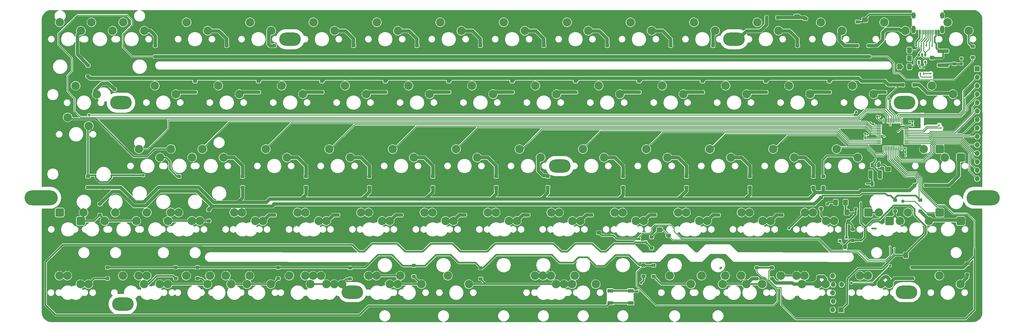
<source format=gbr>
G04 #@! TF.GenerationSoftware,KiCad,Pcbnew,(5.1.9)-1*
G04 #@! TF.CreationDate,2021-02-12T10:27:05+09:00*
G04 #@! TF.ProjectId,Joker60-NoArrows,4a6f6b65-7236-4302-9d4e-6f4172726f77,pre-Alpha*
G04 #@! TF.SameCoordinates,Original*
G04 #@! TF.FileFunction,Copper,L1,Top*
G04 #@! TF.FilePolarity,Positive*
%FSLAX46Y46*%
G04 Gerber Fmt 4.6, Leading zero omitted, Abs format (unit mm)*
G04 Created by KiCad (PCBNEW (5.1.9)-1) date 2021-02-12 10:27:05*
%MOMM*%
%LPD*%
G01*
G04 APERTURE LIST*
G04 #@! TA.AperFunction,ComponentPad*
%ADD10C,2.540000*%
G04 #@! TD*
G04 #@! TA.AperFunction,SMDPad,CuDef*
%ADD11R,0.400000X0.750000*%
G04 #@! TD*
G04 #@! TA.AperFunction,ComponentPad*
%ADD12O,1.300000X2.400000*%
G04 #@! TD*
G04 #@! TA.AperFunction,ComponentPad*
%ADD13O,1.300000X1.900000*%
G04 #@! TD*
G04 #@! TA.AperFunction,SMDPad,CuDef*
%ADD14R,1.475000X0.300000*%
G04 #@! TD*
G04 #@! TA.AperFunction,SMDPad,CuDef*
%ADD15R,0.900000X0.800000*%
G04 #@! TD*
G04 #@! TA.AperFunction,SMDPad,CuDef*
%ADD16R,1.800000X1.100000*%
G04 #@! TD*
G04 #@! TA.AperFunction,SMDPad,CuDef*
%ADD17R,0.650000X1.060000*%
G04 #@! TD*
G04 #@! TA.AperFunction,ComponentPad*
%ADD18O,10.000000X4.500001*%
G04 #@! TD*
G04 #@! TA.AperFunction,ComponentPad*
%ADD19O,6.500000X4.000000*%
G04 #@! TD*
G04 #@! TA.AperFunction,ComponentPad*
%ADD20O,1.524000X1.524000*%
G04 #@! TD*
G04 #@! TA.AperFunction,ComponentPad*
%ADD21R,1.524000X1.524000*%
G04 #@! TD*
G04 #@! TA.AperFunction,ViaPad*
%ADD22C,0.500000*%
G04 #@! TD*
G04 #@! TA.AperFunction,ViaPad*
%ADD23C,0.800000*%
G04 #@! TD*
G04 #@! TA.AperFunction,ViaPad*
%ADD24C,1.000000*%
G04 #@! TD*
G04 #@! TA.AperFunction,Conductor*
%ADD25C,0.500000*%
G04 #@! TD*
G04 #@! TA.AperFunction,Conductor*
%ADD26C,0.254000*%
G04 #@! TD*
G04 #@! TA.AperFunction,Conductor*
%ADD27C,1.000000*%
G04 #@! TD*
G04 #@! TA.AperFunction,Conductor*
%ADD28C,0.152400*%
G04 #@! TD*
G04 APERTURE END LIST*
D10*
X103128990Y-143423365D03*
X109478990Y-145963365D03*
G04 #@! TA.AperFunction,ComponentPad*
G36*
G01*
X84174130Y-147233365D02*
X82396130Y-147233365D01*
G75*
G02*
X82015130Y-146852365I0J381000D01*
G01*
X82015130Y-145074365D01*
G75*
G02*
X82396130Y-144693365I381000J0D01*
G01*
X84174130Y-144693365D01*
G75*
G02*
X84555130Y-145074365I0J-381000D01*
G01*
X84555130Y-146852365D01*
G75*
G02*
X84174130Y-147233365I-381000J0D01*
G01*
G37*
G04 #@! TD.AperFunction*
G04 #@! TA.AperFunction,ComponentPad*
G36*
G01*
X75665130Y-144312365D02*
X75665130Y-142534365D01*
G75*
G02*
X76046130Y-142153365I381000J0D01*
G01*
X77824130Y-142153365D01*
G75*
G02*
X78205130Y-142534365I0J-381000D01*
G01*
X78205130Y-144312365D01*
G75*
G02*
X77824130Y-144693365I-381000J0D01*
G01*
X76046130Y-144693365D01*
G75*
G02*
X75665130Y-144312365I0J381000D01*
G01*
G37*
G04 #@! TD.AperFunction*
X233305000Y-145963125D03*
X226955000Y-143423125D03*
X230923750Y-145963365D03*
X224573750Y-143423365D03*
X249973750Y-145963365D03*
X243623750Y-143423365D03*
G04 #@! TA.AperFunction,SMDPad,CuDef*
G36*
G01*
X254970800Y-162084400D02*
X255670800Y-162084400D01*
G75*
G02*
X255920800Y-162334400I0J-250000D01*
G01*
X255920800Y-162834400D01*
G75*
G02*
X255670800Y-163084400I-250000J0D01*
G01*
X254970800Y-163084400D01*
G75*
G02*
X254720800Y-162834400I0J250000D01*
G01*
X254720800Y-162334400D01*
G75*
G02*
X254970800Y-162084400I250000J0D01*
G01*
G37*
G04 #@! TD.AperFunction*
G04 #@! TA.AperFunction,SMDPad,CuDef*
G36*
G01*
X254970800Y-158784400D02*
X255670800Y-158784400D01*
G75*
G02*
X255920800Y-159034400I0J-250000D01*
G01*
X255920800Y-159534400D01*
G75*
G02*
X255670800Y-159784400I-250000J0D01*
G01*
X254970800Y-159784400D01*
G75*
G02*
X254720800Y-159534400I0J250000D01*
G01*
X254720800Y-159034400D01*
G75*
G02*
X254970800Y-158784400I250000J0D01*
G01*
G37*
G04 #@! TD.AperFunction*
X122078750Y-162401250D03*
X128428750Y-164941250D03*
X103028750Y-162401250D03*
X109378750Y-164941250D03*
X83185000Y-164941250D03*
X76835000Y-162401250D03*
X102235000Y-164941250D03*
X95885000Y-162401250D03*
X121285000Y-164941250D03*
X114935000Y-162401250D03*
X79216250Y-162401250D03*
X85566250Y-164941250D03*
X106997500Y-164941250D03*
X100647500Y-162401250D03*
X145891250Y-162401250D03*
X152241250Y-164941250D03*
X169703750Y-162401250D03*
X176053750Y-164941250D03*
X224472500Y-162401250D03*
X230822500Y-164941250D03*
X283210000Y-164941250D03*
X276860000Y-162401250D03*
X298291250Y-162401250D03*
X304641250Y-164941250D03*
X326072500Y-164941250D03*
X319722500Y-162401250D03*
X83185000Y-164941250D03*
X76835000Y-162401250D03*
X102235000Y-164941250D03*
X95885000Y-162401250D03*
X121285000Y-164941250D03*
X114935000Y-162401250D03*
X140335000Y-164941250D03*
X133985000Y-162401250D03*
X159385000Y-164941250D03*
X153035000Y-162401250D03*
X222091250Y-162401250D03*
X228441250Y-164941250D03*
X219710000Y-162401250D03*
X226060000Y-164941250D03*
X140335000Y-164941250D03*
X133985000Y-162401250D03*
X161766250Y-164941250D03*
X155416250Y-162401250D03*
X185578750Y-164941250D03*
X179228750Y-162401250D03*
X178435000Y-164941250D03*
X172085000Y-162401250D03*
X260191250Y-162401250D03*
X266541250Y-164941250D03*
X341153750Y-162401250D03*
X347503750Y-164941250D03*
X307022500Y-164941250D03*
X300672500Y-162401250D03*
X326072500Y-164941250D03*
X319722500Y-162401250D03*
G04 #@! TA.AperFunction,SMDPad,CuDef*
G36*
G01*
X163784800Y-162846400D02*
X164484800Y-162846400D01*
G75*
G02*
X164734800Y-163096400I0J-250000D01*
G01*
X164734800Y-163596400D01*
G75*
G02*
X164484800Y-163846400I-250000J0D01*
G01*
X163784800Y-163846400D01*
G75*
G02*
X163534800Y-163596400I0J250000D01*
G01*
X163534800Y-163096400D01*
G75*
G02*
X163784800Y-162846400I250000J0D01*
G01*
G37*
G04 #@! TD.AperFunction*
G04 #@! TA.AperFunction,SMDPad,CuDef*
G36*
G01*
X163784800Y-159546400D02*
X164484800Y-159546400D01*
G75*
G02*
X164734800Y-159796400I0J-250000D01*
G01*
X164734800Y-160296400D01*
G75*
G02*
X164484800Y-160546400I-250000J0D01*
G01*
X163784800Y-160546400D01*
G75*
G02*
X163534800Y-160296400I0J250000D01*
G01*
X163534800Y-159796400D01*
G75*
G02*
X163784800Y-159546400I250000J0D01*
G01*
G37*
G04 #@! TD.AperFunction*
X119005000Y-145963125D03*
X112655000Y-143423125D03*
X331729950Y-143423365D03*
X338079950Y-145963365D03*
X99955000Y-145963125D03*
X93605000Y-143423125D03*
X103130000Y-143423125D03*
X109480000Y-145963125D03*
X137953750Y-145963125D03*
X131603750Y-143423125D03*
X157003750Y-145963125D03*
X150653750Y-143423125D03*
X176053750Y-145963125D03*
X169703750Y-143423125D03*
X195205000Y-145963125D03*
X188855000Y-143423125D03*
X214255000Y-145963125D03*
X207905000Y-143423125D03*
X252355000Y-145963125D03*
X246005000Y-143423125D03*
X271405000Y-145963125D03*
X265055000Y-143423125D03*
X290455000Y-145963125D03*
X284105000Y-143423125D03*
X309505000Y-145963125D03*
X303155000Y-143423125D03*
X329348750Y-145963125D03*
X322998750Y-143423125D03*
X347605000Y-145963365D03*
X341255000Y-143423365D03*
X330936170Y-88813125D03*
X324586170Y-86273125D03*
X307123750Y-145963125D03*
X300773750Y-143423125D03*
X79216250Y-162401250D03*
X85566250Y-164941250D03*
X154723750Y-145963125D03*
X148373750Y-143423125D03*
X110337250Y-124322325D03*
X116687250Y-126862325D03*
X293528750Y-162401250D03*
X299878750Y-164941250D03*
X150653750Y-162401250D03*
X157003750Y-164941250D03*
X193516250Y-162401250D03*
X199866250Y-164941250D03*
X269716250Y-162401250D03*
X276066250Y-164941250D03*
X84083810Y-143415505D03*
X90433810Y-145955505D03*
X116644070Y-145930105D03*
X110294070Y-143390105D03*
X81691130Y-105351065D03*
X88041130Y-107891065D03*
X331729950Y-143423365D03*
X338079950Y-145963365D03*
X93605000Y-143423125D03*
X99955000Y-145963125D03*
X287972500Y-164941250D03*
X281622500Y-162401250D03*
X126841250Y-162401250D03*
X133191250Y-164941250D03*
X231616250Y-162401250D03*
X237966250Y-164941250D03*
X317341250Y-162401250D03*
X323691250Y-164941250D03*
X349986250Y-88813125D03*
X343636250Y-86273125D03*
G04 #@! TA.AperFunction,SMDPad,CuDef*
G36*
G01*
X93007350Y-105934645D02*
X93707350Y-105934645D01*
G75*
G02*
X93957350Y-106184645I0J-250000D01*
G01*
X93957350Y-106684645D01*
G75*
G02*
X93707350Y-106934645I-250000J0D01*
G01*
X93007350Y-106934645D01*
G75*
G02*
X92757350Y-106684645I0J250000D01*
G01*
X92757350Y-106184645D01*
G75*
G02*
X93007350Y-105934645I250000J0D01*
G01*
G37*
G04 #@! TD.AperFunction*
G04 #@! TA.AperFunction,SMDPad,CuDef*
G36*
G01*
X93007350Y-102634645D02*
X93707350Y-102634645D01*
G75*
G02*
X93957350Y-102884645I0J-250000D01*
G01*
X93957350Y-103384645D01*
G75*
G02*
X93707350Y-103634645I-250000J0D01*
G01*
X93007350Y-103634645D01*
G75*
G02*
X92757350Y-103384645I0J250000D01*
G01*
X92757350Y-102884645D01*
G75*
G02*
X93007350Y-102634645I250000J0D01*
G01*
G37*
G04 #@! TD.AperFunction*
G04 #@! TA.AperFunction,SMDPad,CuDef*
G36*
G01*
X182936400Y-162135200D02*
X183636400Y-162135200D01*
G75*
G02*
X183886400Y-162385200I0J-250000D01*
G01*
X183886400Y-162885200D01*
G75*
G02*
X183636400Y-163135200I-250000J0D01*
G01*
X182936400Y-163135200D01*
G75*
G02*
X182686400Y-162885200I0J250000D01*
G01*
X182686400Y-162385200D01*
G75*
G02*
X182936400Y-162135200I250000J0D01*
G01*
G37*
G04 #@! TD.AperFunction*
G04 #@! TA.AperFunction,SMDPad,CuDef*
G36*
G01*
X182936400Y-158835200D02*
X183636400Y-158835200D01*
G75*
G02*
X183886400Y-159085200I0J-250000D01*
G01*
X183886400Y-159585200D01*
G75*
G02*
X183636400Y-159835200I-250000J0D01*
G01*
X182936400Y-159835200D01*
G75*
G02*
X182686400Y-159585200I0J250000D01*
G01*
X182686400Y-159085200D01*
G75*
G02*
X182936400Y-158835200I250000J0D01*
G01*
G37*
G04 #@! TD.AperFunction*
G04 #@! TA.AperFunction,SMDPad,CuDef*
G36*
G01*
X203040150Y-162866205D02*
X203740150Y-162866205D01*
G75*
G02*
X203990150Y-163116205I0J-250000D01*
G01*
X203990150Y-163616205D01*
G75*
G02*
X203740150Y-163866205I-250000J0D01*
G01*
X203040150Y-163866205D01*
G75*
G02*
X202790150Y-163616205I0J250000D01*
G01*
X202790150Y-163116205D01*
G75*
G02*
X203040150Y-162866205I250000J0D01*
G01*
G37*
G04 #@! TD.AperFunction*
G04 #@! TA.AperFunction,SMDPad,CuDef*
G36*
G01*
X203040150Y-159566205D02*
X203740150Y-159566205D01*
G75*
G02*
X203990150Y-159816205I0J-250000D01*
G01*
X203990150Y-160316205D01*
G75*
G02*
X203740150Y-160566205I-250000J0D01*
G01*
X203040150Y-160566205D01*
G75*
G02*
X202790150Y-160316205I0J250000D01*
G01*
X202790150Y-159816205D01*
G75*
G02*
X203040150Y-159566205I250000J0D01*
G01*
G37*
G04 #@! TD.AperFunction*
G04 #@! TA.AperFunction,SMDPad,CuDef*
G36*
G01*
X285988930Y-162767145D02*
X286688930Y-162767145D01*
G75*
G02*
X286938930Y-163017145I0J-250000D01*
G01*
X286938930Y-163517145D01*
G75*
G02*
X286688930Y-163767145I-250000J0D01*
G01*
X285988930Y-163767145D01*
G75*
G02*
X285738930Y-163517145I0J250000D01*
G01*
X285738930Y-163017145D01*
G75*
G02*
X285988930Y-162767145I250000J0D01*
G01*
G37*
G04 #@! TD.AperFunction*
G04 #@! TA.AperFunction,SMDPad,CuDef*
G36*
G01*
X285988930Y-159467145D02*
X286688930Y-159467145D01*
G75*
G02*
X286938930Y-159717145I0J-250000D01*
G01*
X286938930Y-160217145D01*
G75*
G02*
X286688930Y-160467145I-250000J0D01*
G01*
X285988930Y-160467145D01*
G75*
G02*
X285738930Y-160217145I0J250000D01*
G01*
X285738930Y-159717145D01*
G75*
G02*
X285988930Y-159467145I250000J0D01*
G01*
G37*
G04 #@! TD.AperFunction*
D11*
X335476250Y-101676125D03*
X335476250Y-99826125D03*
G04 #@! TA.AperFunction,SMDPad,CuDef*
G36*
G01*
X336376250Y-99451125D02*
X336576250Y-99451125D01*
G75*
G02*
X336676250Y-99551125I0J-100000D01*
G01*
X336676250Y-100101125D01*
G75*
G02*
X336576250Y-100201125I-100000J0D01*
G01*
X336376250Y-100201125D01*
G75*
G02*
X336276250Y-100101125I0J100000D01*
G01*
X336276250Y-99551125D01*
G75*
G02*
X336376250Y-99451125I100000J0D01*
G01*
G37*
G04 #@! TD.AperFunction*
X336476250Y-101676125D03*
G04 #@! TA.AperFunction,SMDPad,CuDef*
G36*
G01*
X325104250Y-132641125D02*
X326354250Y-132641125D01*
G75*
G02*
X326604250Y-132891125I0J-250000D01*
G01*
X326604250Y-133816125D01*
G75*
G02*
X326354250Y-134066125I-250000J0D01*
G01*
X325104250Y-134066125D01*
G75*
G02*
X324854250Y-133816125I0J250000D01*
G01*
X324854250Y-132891125D01*
G75*
G02*
X325104250Y-132641125I250000J0D01*
G01*
G37*
G04 #@! TD.AperFunction*
G04 #@! TA.AperFunction,SMDPad,CuDef*
G36*
G01*
X325104250Y-129666125D02*
X326354250Y-129666125D01*
G75*
G02*
X326604250Y-129916125I0J-250000D01*
G01*
X326604250Y-130841125D01*
G75*
G02*
X326354250Y-131091125I-250000J0D01*
G01*
X325104250Y-131091125D01*
G75*
G02*
X324854250Y-130841125I0J250000D01*
G01*
X324854250Y-129916125D01*
G75*
G02*
X325104250Y-129666125I250000J0D01*
G01*
G37*
G04 #@! TD.AperFunction*
G04 #@! TA.AperFunction,SMDPad,CuDef*
G36*
G01*
X322694250Y-133068125D02*
X322694250Y-130918125D01*
G75*
G02*
X322944250Y-130668125I250000J0D01*
G01*
X323694250Y-130668125D01*
G75*
G02*
X323944250Y-130918125I0J-250000D01*
G01*
X323944250Y-133068125D01*
G75*
G02*
X323694250Y-133318125I-250000J0D01*
G01*
X322944250Y-133318125D01*
G75*
G02*
X322694250Y-133068125I0J250000D01*
G01*
G37*
G04 #@! TD.AperFunction*
G04 #@! TA.AperFunction,SMDPad,CuDef*
G36*
G01*
X319894250Y-133068125D02*
X319894250Y-130918125D01*
G75*
G02*
X320144250Y-130668125I250000J0D01*
G01*
X320894250Y-130668125D01*
G75*
G02*
X321144250Y-130918125I0J-250000D01*
G01*
X321144250Y-133068125D01*
G75*
G02*
X320894250Y-133318125I-250000J0D01*
G01*
X320144250Y-133318125D01*
G75*
G02*
X319894250Y-133068125I0J250000D01*
G01*
G37*
G04 #@! TD.AperFunction*
G04 #@! TA.AperFunction,SMDPad,CuDef*
G36*
G01*
X321469250Y-128742875D02*
X321469250Y-129655375D01*
G75*
G02*
X321225500Y-129899125I-243750J0D01*
G01*
X320738000Y-129899125D01*
G75*
G02*
X320494250Y-129655375I0J243750D01*
G01*
X320494250Y-128742875D01*
G75*
G02*
X320738000Y-128499125I243750J0D01*
G01*
X321225500Y-128499125D01*
G75*
G02*
X321469250Y-128742875I0J-243750D01*
G01*
G37*
G04 #@! TD.AperFunction*
G04 #@! TA.AperFunction,SMDPad,CuDef*
G36*
G01*
X323344250Y-128742875D02*
X323344250Y-129655375D01*
G75*
G02*
X323100500Y-129899125I-243750J0D01*
G01*
X322613000Y-129899125D01*
G75*
G02*
X322369250Y-129655375I0J243750D01*
G01*
X322369250Y-128742875D01*
G75*
G02*
X322613000Y-128499125I243750J0D01*
G01*
X323100500Y-128499125D01*
G75*
G02*
X323344250Y-128742875I0J-243750D01*
G01*
G37*
G04 #@! TD.AperFunction*
G04 #@! TA.AperFunction,SMDPad,CuDef*
G36*
G01*
X321469250Y-134354651D02*
X321469250Y-135267151D01*
G75*
G02*
X321225500Y-135510901I-243750J0D01*
G01*
X320738000Y-135510901D01*
G75*
G02*
X320494250Y-135267151I0J243750D01*
G01*
X320494250Y-134354651D01*
G75*
G02*
X320738000Y-134110901I243750J0D01*
G01*
X321225500Y-134110901D01*
G75*
G02*
X321469250Y-134354651I0J-243750D01*
G01*
G37*
G04 #@! TD.AperFunction*
G04 #@! TA.AperFunction,SMDPad,CuDef*
G36*
G01*
X323344250Y-134354651D02*
X323344250Y-135267151D01*
G75*
G02*
X323100500Y-135510901I-243750J0D01*
G01*
X322613000Y-135510901D01*
G75*
G02*
X322369250Y-135267151I0J243750D01*
G01*
X322369250Y-134354651D01*
G75*
G02*
X322613000Y-134110901I243750J0D01*
G01*
X323100500Y-134110901D01*
G75*
G02*
X323344250Y-134354651I0J-243750D01*
G01*
G37*
G04 #@! TD.AperFunction*
D10*
X336492506Y-124373093D03*
X342842506Y-126913093D03*
G04 #@! TA.AperFunction,SMDPad,CuDef*
G36*
G01*
X310730250Y-139750125D02*
X310730250Y-141000125D01*
G75*
G02*
X310480250Y-141250125I-250000J0D01*
G01*
X309555250Y-141250125D01*
G75*
G02*
X309305250Y-141000125I0J250000D01*
G01*
X309305250Y-139750125D01*
G75*
G02*
X309555250Y-139500125I250000J0D01*
G01*
X310480250Y-139500125D01*
G75*
G02*
X310730250Y-139750125I0J-250000D01*
G01*
G37*
G04 #@! TD.AperFunction*
G04 #@! TA.AperFunction,SMDPad,CuDef*
G36*
G01*
X313705250Y-139750125D02*
X313705250Y-141000125D01*
G75*
G02*
X313455250Y-141250125I-250000J0D01*
G01*
X312530250Y-141250125D01*
G75*
G02*
X312280250Y-141000125I0J250000D01*
G01*
X312280250Y-139750125D01*
G75*
G02*
X312530250Y-139500125I250000J0D01*
G01*
X313455250Y-139500125D01*
G75*
G02*
X313705250Y-139750125I0J-250000D01*
G01*
G37*
G04 #@! TD.AperFunction*
G04 #@! TA.AperFunction,SMDPad,CuDef*
G36*
G01*
X307824500Y-141295125D02*
X307312000Y-141295125D01*
G75*
G02*
X307093250Y-141076375I0J218750D01*
G01*
X307093250Y-140638875D01*
G75*
G02*
X307312000Y-140420125I218750J0D01*
G01*
X307824500Y-140420125D01*
G75*
G02*
X308043250Y-140638875I0J-218750D01*
G01*
X308043250Y-141076375D01*
G75*
G02*
X307824500Y-141295125I-218750J0D01*
G01*
G37*
G04 #@! TD.AperFunction*
G04 #@! TA.AperFunction,SMDPad,CuDef*
G36*
G01*
X307824500Y-142870125D02*
X307312000Y-142870125D01*
G75*
G02*
X307093250Y-142651375I0J218750D01*
G01*
X307093250Y-142213875D01*
G75*
G02*
X307312000Y-141995125I218750J0D01*
G01*
X307824500Y-141995125D01*
G75*
G02*
X308043250Y-142213875I0J-218750D01*
G01*
X308043250Y-142651375D01*
G75*
G02*
X307824500Y-142870125I-218750J0D01*
G01*
G37*
G04 #@! TD.AperFunction*
G04 #@! TA.AperFunction,ComponentPad*
G36*
G01*
X339984990Y-125262285D02*
X339984990Y-123484285D01*
G75*
G02*
X340365990Y-123103285I381000J0D01*
G01*
X342143990Y-123103285D01*
G75*
G02*
X342524990Y-123484285I0J-381000D01*
G01*
X342524990Y-125262285D01*
G75*
G02*
X342143990Y-125643285I-381000J0D01*
G01*
X340365990Y-125643285D01*
G75*
G02*
X339984990Y-125262285I0J381000D01*
G01*
G37*
G04 #@! TD.AperFunction*
G04 #@! TA.AperFunction,ComponentPad*
G36*
G01*
X346334990Y-127802285D02*
X346334990Y-126024285D01*
G75*
G02*
X346715990Y-125643285I381000J0D01*
G01*
X348493990Y-125643285D01*
G75*
G02*
X348874990Y-126024285I0J-381000D01*
G01*
X348874990Y-127802285D01*
G75*
G02*
X348493990Y-128183285I-381000J0D01*
G01*
X346715990Y-128183285D01*
G75*
G02*
X346334990Y-127802285I0J381000D01*
G01*
G37*
G04 #@! TD.AperFunction*
D12*
X333426250Y-88453125D03*
D13*
X333426250Y-84253125D03*
X342026250Y-84253125D03*
G04 #@! TA.AperFunction,SMDPad,CuDef*
G36*
G01*
X341276250Y-88653125D02*
X341276250Y-89803125D01*
G75*
G02*
X341126250Y-89953125I-150000J0D01*
G01*
X340826250Y-89953125D01*
G75*
G02*
X340676250Y-89803125I0J150000D01*
G01*
X340676250Y-88653125D01*
G75*
G02*
X340826250Y-88503125I150000J0D01*
G01*
X341126250Y-88503125D01*
G75*
G02*
X341276250Y-88653125I0J-150000D01*
G01*
G37*
G04 #@! TD.AperFunction*
G04 #@! TA.AperFunction,SMDPad,CuDef*
G36*
G01*
X339626250Y-88578125D02*
X339626250Y-89878125D01*
G75*
G02*
X339551250Y-89953125I-75000J0D01*
G01*
X339401250Y-89953125D01*
G75*
G02*
X339326250Y-89878125I0J75000D01*
G01*
X339326250Y-88578125D01*
G75*
G02*
X339401250Y-88503125I75000J0D01*
G01*
X339551250Y-88503125D01*
G75*
G02*
X339626250Y-88578125I0J-75000D01*
G01*
G37*
G04 #@! TD.AperFunction*
G04 #@! TA.AperFunction,SMDPad,CuDef*
G36*
G01*
X339126250Y-88578125D02*
X339126250Y-89878125D01*
G75*
G02*
X339051250Y-89953125I-75000J0D01*
G01*
X338901250Y-89953125D01*
G75*
G02*
X338826250Y-89878125I0J75000D01*
G01*
X338826250Y-88578125D01*
G75*
G02*
X338901250Y-88503125I75000J0D01*
G01*
X339051250Y-88503125D01*
G75*
G02*
X339126250Y-88578125I0J-75000D01*
G01*
G37*
G04 #@! TD.AperFunction*
G04 #@! TA.AperFunction,SMDPad,CuDef*
G36*
G01*
X338626250Y-88578125D02*
X338626250Y-89878125D01*
G75*
G02*
X338551250Y-89953125I-75000J0D01*
G01*
X338401250Y-89953125D01*
G75*
G02*
X338326250Y-89878125I0J75000D01*
G01*
X338326250Y-88578125D01*
G75*
G02*
X338401250Y-88503125I75000J0D01*
G01*
X338551250Y-88503125D01*
G75*
G02*
X338626250Y-88578125I0J-75000D01*
G01*
G37*
G04 #@! TD.AperFunction*
G04 #@! TA.AperFunction,SMDPad,CuDef*
G36*
G01*
X338130250Y-88578125D02*
X338130250Y-89878125D01*
G75*
G02*
X338055250Y-89953125I-75000J0D01*
G01*
X337905250Y-89953125D01*
G75*
G02*
X337830250Y-89878125I0J75000D01*
G01*
X337830250Y-88578125D01*
G75*
G02*
X337905250Y-88503125I75000J0D01*
G01*
X338055250Y-88503125D01*
G75*
G02*
X338130250Y-88578125I0J-75000D01*
G01*
G37*
G04 #@! TD.AperFunction*
G04 #@! TA.AperFunction,SMDPad,CuDef*
G36*
G01*
X336126250Y-88578125D02*
X336126250Y-89878125D01*
G75*
G02*
X336051250Y-89953125I-75000J0D01*
G01*
X335901250Y-89953125D01*
G75*
G02*
X335826250Y-89878125I0J75000D01*
G01*
X335826250Y-88578125D01*
G75*
G02*
X335901250Y-88503125I75000J0D01*
G01*
X336051250Y-88503125D01*
G75*
G02*
X336126250Y-88578125I0J-75000D01*
G01*
G37*
G04 #@! TD.AperFunction*
G04 #@! TA.AperFunction,SMDPad,CuDef*
G36*
G01*
X336626250Y-88578125D02*
X336626250Y-89878125D01*
G75*
G02*
X336551250Y-89953125I-75000J0D01*
G01*
X336401250Y-89953125D01*
G75*
G02*
X336326250Y-89878125I0J75000D01*
G01*
X336326250Y-88578125D01*
G75*
G02*
X336401250Y-88503125I75000J0D01*
G01*
X336551250Y-88503125D01*
G75*
G02*
X336626250Y-88578125I0J-75000D01*
G01*
G37*
G04 #@! TD.AperFunction*
G04 #@! TA.AperFunction,SMDPad,CuDef*
G36*
G01*
X337126250Y-88578125D02*
X337126250Y-89878125D01*
G75*
G02*
X337051250Y-89953125I-75000J0D01*
G01*
X336901250Y-89953125D01*
G75*
G02*
X336826250Y-89878125I0J75000D01*
G01*
X336826250Y-88578125D01*
G75*
G02*
X336901250Y-88503125I75000J0D01*
G01*
X337051250Y-88503125D01*
G75*
G02*
X337126250Y-88578125I0J-75000D01*
G01*
G37*
G04 #@! TD.AperFunction*
G04 #@! TA.AperFunction,SMDPad,CuDef*
G36*
G01*
X337626250Y-88578125D02*
X337626250Y-89878125D01*
G75*
G02*
X337551250Y-89953125I-75000J0D01*
G01*
X337401250Y-89953125D01*
G75*
G02*
X337326250Y-89878125I0J75000D01*
G01*
X337326250Y-88578125D01*
G75*
G02*
X337401250Y-88503125I75000J0D01*
G01*
X337551250Y-88503125D01*
G75*
G02*
X337626250Y-88578125I0J-75000D01*
G01*
G37*
G04 #@! TD.AperFunction*
D12*
X342026250Y-88453125D03*
G04 #@! TA.AperFunction,SMDPad,CuDef*
G36*
G01*
X340476250Y-88653125D02*
X340476250Y-89803125D01*
G75*
G02*
X340326250Y-89953125I-150000J0D01*
G01*
X340026250Y-89953125D01*
G75*
G02*
X339876250Y-89803125I0J150000D01*
G01*
X339876250Y-88653125D01*
G75*
G02*
X340026250Y-88503125I150000J0D01*
G01*
X340326250Y-88503125D01*
G75*
G02*
X340476250Y-88653125I0J-150000D01*
G01*
G37*
G04 #@! TD.AperFunction*
G04 #@! TA.AperFunction,SMDPad,CuDef*
G36*
G01*
X334776250Y-88653125D02*
X334776250Y-89803125D01*
G75*
G02*
X334626250Y-89953125I-150000J0D01*
G01*
X334326250Y-89953125D01*
G75*
G02*
X334176250Y-89803125I0J150000D01*
G01*
X334176250Y-88653125D01*
G75*
G02*
X334326250Y-88503125I150000J0D01*
G01*
X334626250Y-88503125D01*
G75*
G02*
X334776250Y-88653125I0J-150000D01*
G01*
G37*
G04 #@! TD.AperFunction*
G04 #@! TA.AperFunction,SMDPad,CuDef*
G36*
G01*
X335576250Y-88653125D02*
X335576250Y-89803125D01*
G75*
G02*
X335426250Y-89953125I-150000J0D01*
G01*
X335126250Y-89953125D01*
G75*
G02*
X334976250Y-89803125I0J150000D01*
G01*
X334976250Y-88653125D01*
G75*
G02*
X335126250Y-88503125I150000J0D01*
G01*
X335426250Y-88503125D01*
G75*
G02*
X335576250Y-88653125I0J-150000D01*
G01*
G37*
G04 #@! TD.AperFunction*
G04 #@! TA.AperFunction,SMDPad,CuDef*
G36*
G01*
X324226170Y-116353245D02*
X324226170Y-115178245D01*
G75*
G02*
X324376170Y-115028245I150000J0D01*
G01*
X324376170Y-115028245D01*
G75*
G02*
X324526170Y-115178245I0J-150000D01*
G01*
X324526170Y-116353245D01*
G75*
G02*
X324376170Y-116503245I-150000J0D01*
G01*
X324376170Y-116503245D01*
G75*
G02*
X324226170Y-116353245I0J150000D01*
G01*
G37*
G04 #@! TD.AperFunction*
G04 #@! TA.AperFunction,SMDPad,CuDef*
G36*
G01*
X324726170Y-116353245D02*
X324726170Y-115178245D01*
G75*
G02*
X324876170Y-115028245I150000J0D01*
G01*
X324876170Y-115028245D01*
G75*
G02*
X325026170Y-115178245I0J-150000D01*
G01*
X325026170Y-116353245D01*
G75*
G02*
X324876170Y-116503245I-150000J0D01*
G01*
X324876170Y-116503245D01*
G75*
G02*
X324726170Y-116353245I0J150000D01*
G01*
G37*
G04 #@! TD.AperFunction*
G04 #@! TA.AperFunction,SMDPad,CuDef*
G36*
G01*
X325226170Y-116353245D02*
X325226170Y-115178245D01*
G75*
G02*
X325376170Y-115028245I150000J0D01*
G01*
X325376170Y-115028245D01*
G75*
G02*
X325526170Y-115178245I0J-150000D01*
G01*
X325526170Y-116353245D01*
G75*
G02*
X325376170Y-116503245I-150000J0D01*
G01*
X325376170Y-116503245D01*
G75*
G02*
X325226170Y-116353245I0J150000D01*
G01*
G37*
G04 #@! TD.AperFunction*
G04 #@! TA.AperFunction,SMDPad,CuDef*
G36*
G01*
X325726170Y-116353245D02*
X325726170Y-115178245D01*
G75*
G02*
X325876170Y-115028245I150000J0D01*
G01*
X325876170Y-115028245D01*
G75*
G02*
X326026170Y-115178245I0J-150000D01*
G01*
X326026170Y-116353245D01*
G75*
G02*
X325876170Y-116503245I-150000J0D01*
G01*
X325876170Y-116503245D01*
G75*
G02*
X325726170Y-116353245I0J150000D01*
G01*
G37*
G04 #@! TD.AperFunction*
G04 #@! TA.AperFunction,SMDPad,CuDef*
G36*
G01*
X326226170Y-116353245D02*
X326226170Y-115178245D01*
G75*
G02*
X326376170Y-115028245I150000J0D01*
G01*
X326376170Y-115028245D01*
G75*
G02*
X326526170Y-115178245I0J-150000D01*
G01*
X326526170Y-116353245D01*
G75*
G02*
X326376170Y-116503245I-150000J0D01*
G01*
X326376170Y-116503245D01*
G75*
G02*
X326226170Y-116353245I0J150000D01*
G01*
G37*
G04 #@! TD.AperFunction*
G04 #@! TA.AperFunction,SMDPad,CuDef*
G36*
G01*
X326726170Y-116353245D02*
X326726170Y-115178245D01*
G75*
G02*
X326876170Y-115028245I150000J0D01*
G01*
X326876170Y-115028245D01*
G75*
G02*
X327026170Y-115178245I0J-150000D01*
G01*
X327026170Y-116353245D01*
G75*
G02*
X326876170Y-116503245I-150000J0D01*
G01*
X326876170Y-116503245D01*
G75*
G02*
X326726170Y-116353245I0J150000D01*
G01*
G37*
G04 #@! TD.AperFunction*
G04 #@! TA.AperFunction,SMDPad,CuDef*
G36*
G01*
X327226170Y-116353245D02*
X327226170Y-115178245D01*
G75*
G02*
X327376170Y-115028245I150000J0D01*
G01*
X327376170Y-115028245D01*
G75*
G02*
X327526170Y-115178245I0J-150000D01*
G01*
X327526170Y-116353245D01*
G75*
G02*
X327376170Y-116503245I-150000J0D01*
G01*
X327376170Y-116503245D01*
G75*
G02*
X327226170Y-116353245I0J150000D01*
G01*
G37*
G04 #@! TD.AperFunction*
G04 #@! TA.AperFunction,SMDPad,CuDef*
G36*
G01*
X327726170Y-116353245D02*
X327726170Y-115178245D01*
G75*
G02*
X327876170Y-115028245I150000J0D01*
G01*
X327876170Y-115028245D01*
G75*
G02*
X328026170Y-115178245I0J-150000D01*
G01*
X328026170Y-116353245D01*
G75*
G02*
X327876170Y-116503245I-150000J0D01*
G01*
X327876170Y-116503245D01*
G75*
G02*
X327726170Y-116353245I0J150000D01*
G01*
G37*
G04 #@! TD.AperFunction*
G04 #@! TA.AperFunction,SMDPad,CuDef*
G36*
G01*
X328226170Y-116353245D02*
X328226170Y-115178245D01*
G75*
G02*
X328376170Y-115028245I150000J0D01*
G01*
X328376170Y-115028245D01*
G75*
G02*
X328526170Y-115178245I0J-150000D01*
G01*
X328526170Y-116353245D01*
G75*
G02*
X328376170Y-116503245I-150000J0D01*
G01*
X328376170Y-116503245D01*
G75*
G02*
X328226170Y-116353245I0J150000D01*
G01*
G37*
G04 #@! TD.AperFunction*
G04 #@! TA.AperFunction,SMDPad,CuDef*
G36*
G01*
X328726170Y-116353245D02*
X328726170Y-115178245D01*
G75*
G02*
X328876170Y-115028245I150000J0D01*
G01*
X328876170Y-115028245D01*
G75*
G02*
X329026170Y-115178245I0J-150000D01*
G01*
X329026170Y-116353245D01*
G75*
G02*
X328876170Y-116503245I-150000J0D01*
G01*
X328876170Y-116503245D01*
G75*
G02*
X328726170Y-116353245I0J150000D01*
G01*
G37*
G04 #@! TD.AperFunction*
G04 #@! TA.AperFunction,SMDPad,CuDef*
G36*
G01*
X329226170Y-116353245D02*
X329226170Y-115178245D01*
G75*
G02*
X329376170Y-115028245I150000J0D01*
G01*
X329376170Y-115028245D01*
G75*
G02*
X329526170Y-115178245I0J-150000D01*
G01*
X329526170Y-116353245D01*
G75*
G02*
X329376170Y-116503245I-150000J0D01*
G01*
X329376170Y-116503245D01*
G75*
G02*
X329226170Y-116353245I0J150000D01*
G01*
G37*
G04 #@! TD.AperFunction*
G04 #@! TA.AperFunction,SMDPad,CuDef*
G36*
G01*
X329726170Y-116353245D02*
X329726170Y-115178245D01*
G75*
G02*
X329876170Y-115028245I150000J0D01*
G01*
X329876170Y-115028245D01*
G75*
G02*
X330026170Y-115178245I0J-150000D01*
G01*
X330026170Y-116353245D01*
G75*
G02*
X329876170Y-116503245I-150000J0D01*
G01*
X329876170Y-116503245D01*
G75*
G02*
X329726170Y-116353245I0J150000D01*
G01*
G37*
G04 #@! TD.AperFunction*
G04 #@! TA.AperFunction,SMDPad,CuDef*
G36*
G01*
X330551170Y-117178245D02*
X330551170Y-117178245D01*
G75*
G02*
X330701170Y-117028245I150000J0D01*
G01*
X331876170Y-117028245D01*
G75*
G02*
X332026170Y-117178245I0J-150000D01*
G01*
X332026170Y-117178245D01*
G75*
G02*
X331876170Y-117328245I-150000J0D01*
G01*
X330701170Y-117328245D01*
G75*
G02*
X330551170Y-117178245I0J150000D01*
G01*
G37*
G04 #@! TD.AperFunction*
G04 #@! TA.AperFunction,SMDPad,CuDef*
G36*
G01*
X330551170Y-117678245D02*
X330551170Y-117678245D01*
G75*
G02*
X330701170Y-117528245I150000J0D01*
G01*
X331876170Y-117528245D01*
G75*
G02*
X332026170Y-117678245I0J-150000D01*
G01*
X332026170Y-117678245D01*
G75*
G02*
X331876170Y-117828245I-150000J0D01*
G01*
X330701170Y-117828245D01*
G75*
G02*
X330551170Y-117678245I0J150000D01*
G01*
G37*
G04 #@! TD.AperFunction*
G04 #@! TA.AperFunction,SMDPad,CuDef*
G36*
G01*
X330551170Y-118178245D02*
X330551170Y-118178245D01*
G75*
G02*
X330701170Y-118028245I150000J0D01*
G01*
X331876170Y-118028245D01*
G75*
G02*
X332026170Y-118178245I0J-150000D01*
G01*
X332026170Y-118178245D01*
G75*
G02*
X331876170Y-118328245I-150000J0D01*
G01*
X330701170Y-118328245D01*
G75*
G02*
X330551170Y-118178245I0J150000D01*
G01*
G37*
G04 #@! TD.AperFunction*
G04 #@! TA.AperFunction,SMDPad,CuDef*
G36*
G01*
X330551170Y-118678245D02*
X330551170Y-118678245D01*
G75*
G02*
X330701170Y-118528245I150000J0D01*
G01*
X331876170Y-118528245D01*
G75*
G02*
X332026170Y-118678245I0J-150000D01*
G01*
X332026170Y-118678245D01*
G75*
G02*
X331876170Y-118828245I-150000J0D01*
G01*
X330701170Y-118828245D01*
G75*
G02*
X330551170Y-118678245I0J150000D01*
G01*
G37*
G04 #@! TD.AperFunction*
G04 #@! TA.AperFunction,SMDPad,CuDef*
G36*
G01*
X330551170Y-119178245D02*
X330551170Y-119178245D01*
G75*
G02*
X330701170Y-119028245I150000J0D01*
G01*
X331876170Y-119028245D01*
G75*
G02*
X332026170Y-119178245I0J-150000D01*
G01*
X332026170Y-119178245D01*
G75*
G02*
X331876170Y-119328245I-150000J0D01*
G01*
X330701170Y-119328245D01*
G75*
G02*
X330551170Y-119178245I0J150000D01*
G01*
G37*
G04 #@! TD.AperFunction*
G04 #@! TA.AperFunction,SMDPad,CuDef*
G36*
G01*
X330551170Y-119678245D02*
X330551170Y-119678245D01*
G75*
G02*
X330701170Y-119528245I150000J0D01*
G01*
X331876170Y-119528245D01*
G75*
G02*
X332026170Y-119678245I0J-150000D01*
G01*
X332026170Y-119678245D01*
G75*
G02*
X331876170Y-119828245I-150000J0D01*
G01*
X330701170Y-119828245D01*
G75*
G02*
X330551170Y-119678245I0J150000D01*
G01*
G37*
G04 #@! TD.AperFunction*
G04 #@! TA.AperFunction,SMDPad,CuDef*
G36*
G01*
X330551170Y-120178245D02*
X330551170Y-120178245D01*
G75*
G02*
X330701170Y-120028245I150000J0D01*
G01*
X331876170Y-120028245D01*
G75*
G02*
X332026170Y-120178245I0J-150000D01*
G01*
X332026170Y-120178245D01*
G75*
G02*
X331876170Y-120328245I-150000J0D01*
G01*
X330701170Y-120328245D01*
G75*
G02*
X330551170Y-120178245I0J150000D01*
G01*
G37*
G04 #@! TD.AperFunction*
G04 #@! TA.AperFunction,SMDPad,CuDef*
G36*
G01*
X330551170Y-120678245D02*
X330551170Y-120678245D01*
G75*
G02*
X330701170Y-120528245I150000J0D01*
G01*
X331876170Y-120528245D01*
G75*
G02*
X332026170Y-120678245I0J-150000D01*
G01*
X332026170Y-120678245D01*
G75*
G02*
X331876170Y-120828245I-150000J0D01*
G01*
X330701170Y-120828245D01*
G75*
G02*
X330551170Y-120678245I0J150000D01*
G01*
G37*
G04 #@! TD.AperFunction*
G04 #@! TA.AperFunction,SMDPad,CuDef*
G36*
G01*
X330551170Y-121178245D02*
X330551170Y-121178245D01*
G75*
G02*
X330701170Y-121028245I150000J0D01*
G01*
X331876170Y-121028245D01*
G75*
G02*
X332026170Y-121178245I0J-150000D01*
G01*
X332026170Y-121178245D01*
G75*
G02*
X331876170Y-121328245I-150000J0D01*
G01*
X330701170Y-121328245D01*
G75*
G02*
X330551170Y-121178245I0J150000D01*
G01*
G37*
G04 #@! TD.AperFunction*
G04 #@! TA.AperFunction,SMDPad,CuDef*
G36*
G01*
X330551170Y-121678245D02*
X330551170Y-121678245D01*
G75*
G02*
X330701170Y-121528245I150000J0D01*
G01*
X331876170Y-121528245D01*
G75*
G02*
X332026170Y-121678245I0J-150000D01*
G01*
X332026170Y-121678245D01*
G75*
G02*
X331876170Y-121828245I-150000J0D01*
G01*
X330701170Y-121828245D01*
G75*
G02*
X330551170Y-121678245I0J150000D01*
G01*
G37*
G04 #@! TD.AperFunction*
G04 #@! TA.AperFunction,SMDPad,CuDef*
G36*
G01*
X330551170Y-122178245D02*
X330551170Y-122178245D01*
G75*
G02*
X330701170Y-122028245I150000J0D01*
G01*
X331876170Y-122028245D01*
G75*
G02*
X332026170Y-122178245I0J-150000D01*
G01*
X332026170Y-122178245D01*
G75*
G02*
X331876170Y-122328245I-150000J0D01*
G01*
X330701170Y-122328245D01*
G75*
G02*
X330551170Y-122178245I0J150000D01*
G01*
G37*
G04 #@! TD.AperFunction*
G04 #@! TA.AperFunction,SMDPad,CuDef*
G36*
G01*
X330551170Y-122678245D02*
X330551170Y-122678245D01*
G75*
G02*
X330701170Y-122528245I150000J0D01*
G01*
X331876170Y-122528245D01*
G75*
G02*
X332026170Y-122678245I0J-150000D01*
G01*
X332026170Y-122678245D01*
G75*
G02*
X331876170Y-122828245I-150000J0D01*
G01*
X330701170Y-122828245D01*
G75*
G02*
X330551170Y-122678245I0J150000D01*
G01*
G37*
G04 #@! TD.AperFunction*
G04 #@! TA.AperFunction,SMDPad,CuDef*
G36*
G01*
X329726170Y-124678245D02*
X329726170Y-123503245D01*
G75*
G02*
X329876170Y-123353245I150000J0D01*
G01*
X329876170Y-123353245D01*
G75*
G02*
X330026170Y-123503245I0J-150000D01*
G01*
X330026170Y-124678245D01*
G75*
G02*
X329876170Y-124828245I-150000J0D01*
G01*
X329876170Y-124828245D01*
G75*
G02*
X329726170Y-124678245I0J150000D01*
G01*
G37*
G04 #@! TD.AperFunction*
G04 #@! TA.AperFunction,SMDPad,CuDef*
G36*
G01*
X329226170Y-124678245D02*
X329226170Y-123503245D01*
G75*
G02*
X329376170Y-123353245I150000J0D01*
G01*
X329376170Y-123353245D01*
G75*
G02*
X329526170Y-123503245I0J-150000D01*
G01*
X329526170Y-124678245D01*
G75*
G02*
X329376170Y-124828245I-150000J0D01*
G01*
X329376170Y-124828245D01*
G75*
G02*
X329226170Y-124678245I0J150000D01*
G01*
G37*
G04 #@! TD.AperFunction*
G04 #@! TA.AperFunction,SMDPad,CuDef*
G36*
G01*
X328726170Y-124678245D02*
X328726170Y-123503245D01*
G75*
G02*
X328876170Y-123353245I150000J0D01*
G01*
X328876170Y-123353245D01*
G75*
G02*
X329026170Y-123503245I0J-150000D01*
G01*
X329026170Y-124678245D01*
G75*
G02*
X328876170Y-124828245I-150000J0D01*
G01*
X328876170Y-124828245D01*
G75*
G02*
X328726170Y-124678245I0J150000D01*
G01*
G37*
G04 #@! TD.AperFunction*
G04 #@! TA.AperFunction,SMDPad,CuDef*
G36*
G01*
X328226170Y-124678245D02*
X328226170Y-123503245D01*
G75*
G02*
X328376170Y-123353245I150000J0D01*
G01*
X328376170Y-123353245D01*
G75*
G02*
X328526170Y-123503245I0J-150000D01*
G01*
X328526170Y-124678245D01*
G75*
G02*
X328376170Y-124828245I-150000J0D01*
G01*
X328376170Y-124828245D01*
G75*
G02*
X328226170Y-124678245I0J150000D01*
G01*
G37*
G04 #@! TD.AperFunction*
G04 #@! TA.AperFunction,SMDPad,CuDef*
G36*
G01*
X327726170Y-124678245D02*
X327726170Y-123503245D01*
G75*
G02*
X327876170Y-123353245I150000J0D01*
G01*
X327876170Y-123353245D01*
G75*
G02*
X328026170Y-123503245I0J-150000D01*
G01*
X328026170Y-124678245D01*
G75*
G02*
X327876170Y-124828245I-150000J0D01*
G01*
X327876170Y-124828245D01*
G75*
G02*
X327726170Y-124678245I0J150000D01*
G01*
G37*
G04 #@! TD.AperFunction*
G04 #@! TA.AperFunction,SMDPad,CuDef*
G36*
G01*
X327226170Y-124678245D02*
X327226170Y-123503245D01*
G75*
G02*
X327376170Y-123353245I150000J0D01*
G01*
X327376170Y-123353245D01*
G75*
G02*
X327526170Y-123503245I0J-150000D01*
G01*
X327526170Y-124678245D01*
G75*
G02*
X327376170Y-124828245I-150000J0D01*
G01*
X327376170Y-124828245D01*
G75*
G02*
X327226170Y-124678245I0J150000D01*
G01*
G37*
G04 #@! TD.AperFunction*
G04 #@! TA.AperFunction,SMDPad,CuDef*
G36*
G01*
X326726170Y-124678245D02*
X326726170Y-123503245D01*
G75*
G02*
X326876170Y-123353245I150000J0D01*
G01*
X326876170Y-123353245D01*
G75*
G02*
X327026170Y-123503245I0J-150000D01*
G01*
X327026170Y-124678245D01*
G75*
G02*
X326876170Y-124828245I-150000J0D01*
G01*
X326876170Y-124828245D01*
G75*
G02*
X326726170Y-124678245I0J150000D01*
G01*
G37*
G04 #@! TD.AperFunction*
G04 #@! TA.AperFunction,SMDPad,CuDef*
G36*
G01*
X326226170Y-124678245D02*
X326226170Y-123503245D01*
G75*
G02*
X326376170Y-123353245I150000J0D01*
G01*
X326376170Y-123353245D01*
G75*
G02*
X326526170Y-123503245I0J-150000D01*
G01*
X326526170Y-124678245D01*
G75*
G02*
X326376170Y-124828245I-150000J0D01*
G01*
X326376170Y-124828245D01*
G75*
G02*
X326226170Y-124678245I0J150000D01*
G01*
G37*
G04 #@! TD.AperFunction*
G04 #@! TA.AperFunction,SMDPad,CuDef*
G36*
G01*
X325726170Y-124678245D02*
X325726170Y-123503245D01*
G75*
G02*
X325876170Y-123353245I150000J0D01*
G01*
X325876170Y-123353245D01*
G75*
G02*
X326026170Y-123503245I0J-150000D01*
G01*
X326026170Y-124678245D01*
G75*
G02*
X325876170Y-124828245I-150000J0D01*
G01*
X325876170Y-124828245D01*
G75*
G02*
X325726170Y-124678245I0J150000D01*
G01*
G37*
G04 #@! TD.AperFunction*
G04 #@! TA.AperFunction,SMDPad,CuDef*
G36*
G01*
X325226170Y-124678245D02*
X325226170Y-123503245D01*
G75*
G02*
X325376170Y-123353245I150000J0D01*
G01*
X325376170Y-123353245D01*
G75*
G02*
X325526170Y-123503245I0J-150000D01*
G01*
X325526170Y-124678245D01*
G75*
G02*
X325376170Y-124828245I-150000J0D01*
G01*
X325376170Y-124828245D01*
G75*
G02*
X325226170Y-124678245I0J150000D01*
G01*
G37*
G04 #@! TD.AperFunction*
G04 #@! TA.AperFunction,SMDPad,CuDef*
G36*
G01*
X324726170Y-124678245D02*
X324726170Y-123503245D01*
G75*
G02*
X324876170Y-123353245I150000J0D01*
G01*
X324876170Y-123353245D01*
G75*
G02*
X325026170Y-123503245I0J-150000D01*
G01*
X325026170Y-124678245D01*
G75*
G02*
X324876170Y-124828245I-150000J0D01*
G01*
X324876170Y-124828245D01*
G75*
G02*
X324726170Y-124678245I0J150000D01*
G01*
G37*
G04 #@! TD.AperFunction*
G04 #@! TA.AperFunction,SMDPad,CuDef*
G36*
G01*
X324226170Y-124678245D02*
X324226170Y-123503245D01*
G75*
G02*
X324376170Y-123353245I150000J0D01*
G01*
X324376170Y-123353245D01*
G75*
G02*
X324526170Y-123503245I0J-150000D01*
G01*
X324526170Y-124678245D01*
G75*
G02*
X324376170Y-124828245I-150000J0D01*
G01*
X324376170Y-124828245D01*
G75*
G02*
X324226170Y-124678245I0J150000D01*
G01*
G37*
G04 #@! TD.AperFunction*
G04 #@! TA.AperFunction,SMDPad,CuDef*
G36*
G01*
X322226170Y-122678245D02*
X322226170Y-122678245D01*
G75*
G02*
X322376170Y-122528245I150000J0D01*
G01*
X323551170Y-122528245D01*
G75*
G02*
X323701170Y-122678245I0J-150000D01*
G01*
X323701170Y-122678245D01*
G75*
G02*
X323551170Y-122828245I-150000J0D01*
G01*
X322376170Y-122828245D01*
G75*
G02*
X322226170Y-122678245I0J150000D01*
G01*
G37*
G04 #@! TD.AperFunction*
G04 #@! TA.AperFunction,SMDPad,CuDef*
G36*
G01*
X322226170Y-122178245D02*
X322226170Y-122178245D01*
G75*
G02*
X322376170Y-122028245I150000J0D01*
G01*
X323551170Y-122028245D01*
G75*
G02*
X323701170Y-122178245I0J-150000D01*
G01*
X323701170Y-122178245D01*
G75*
G02*
X323551170Y-122328245I-150000J0D01*
G01*
X322376170Y-122328245D01*
G75*
G02*
X322226170Y-122178245I0J150000D01*
G01*
G37*
G04 #@! TD.AperFunction*
G04 #@! TA.AperFunction,SMDPad,CuDef*
G36*
G01*
X322226170Y-121678245D02*
X322226170Y-121678245D01*
G75*
G02*
X322376170Y-121528245I150000J0D01*
G01*
X323551170Y-121528245D01*
G75*
G02*
X323701170Y-121678245I0J-150000D01*
G01*
X323701170Y-121678245D01*
G75*
G02*
X323551170Y-121828245I-150000J0D01*
G01*
X322376170Y-121828245D01*
G75*
G02*
X322226170Y-121678245I0J150000D01*
G01*
G37*
G04 #@! TD.AperFunction*
G04 #@! TA.AperFunction,SMDPad,CuDef*
G36*
G01*
X322226170Y-121178245D02*
X322226170Y-121178245D01*
G75*
G02*
X322376170Y-121028245I150000J0D01*
G01*
X323551170Y-121028245D01*
G75*
G02*
X323701170Y-121178245I0J-150000D01*
G01*
X323701170Y-121178245D01*
G75*
G02*
X323551170Y-121328245I-150000J0D01*
G01*
X322376170Y-121328245D01*
G75*
G02*
X322226170Y-121178245I0J150000D01*
G01*
G37*
G04 #@! TD.AperFunction*
G04 #@! TA.AperFunction,SMDPad,CuDef*
G36*
G01*
X322226170Y-120678245D02*
X322226170Y-120678245D01*
G75*
G02*
X322376170Y-120528245I150000J0D01*
G01*
X323551170Y-120528245D01*
G75*
G02*
X323701170Y-120678245I0J-150000D01*
G01*
X323701170Y-120678245D01*
G75*
G02*
X323551170Y-120828245I-150000J0D01*
G01*
X322376170Y-120828245D01*
G75*
G02*
X322226170Y-120678245I0J150000D01*
G01*
G37*
G04 #@! TD.AperFunction*
G04 #@! TA.AperFunction,SMDPad,CuDef*
G36*
G01*
X322226170Y-120178245D02*
X322226170Y-120178245D01*
G75*
G02*
X322376170Y-120028245I150000J0D01*
G01*
X323551170Y-120028245D01*
G75*
G02*
X323701170Y-120178245I0J-150000D01*
G01*
X323701170Y-120178245D01*
G75*
G02*
X323551170Y-120328245I-150000J0D01*
G01*
X322376170Y-120328245D01*
G75*
G02*
X322226170Y-120178245I0J150000D01*
G01*
G37*
G04 #@! TD.AperFunction*
G04 #@! TA.AperFunction,SMDPad,CuDef*
G36*
G01*
X322226170Y-119678245D02*
X322226170Y-119678245D01*
G75*
G02*
X322376170Y-119528245I150000J0D01*
G01*
X323551170Y-119528245D01*
G75*
G02*
X323701170Y-119678245I0J-150000D01*
G01*
X323701170Y-119678245D01*
G75*
G02*
X323551170Y-119828245I-150000J0D01*
G01*
X322376170Y-119828245D01*
G75*
G02*
X322226170Y-119678245I0J150000D01*
G01*
G37*
G04 #@! TD.AperFunction*
G04 #@! TA.AperFunction,SMDPad,CuDef*
G36*
G01*
X322226170Y-119178245D02*
X322226170Y-119178245D01*
G75*
G02*
X322376170Y-119028245I150000J0D01*
G01*
X323551170Y-119028245D01*
G75*
G02*
X323701170Y-119178245I0J-150000D01*
G01*
X323701170Y-119178245D01*
G75*
G02*
X323551170Y-119328245I-150000J0D01*
G01*
X322376170Y-119328245D01*
G75*
G02*
X322226170Y-119178245I0J150000D01*
G01*
G37*
G04 #@! TD.AperFunction*
G04 #@! TA.AperFunction,SMDPad,CuDef*
G36*
G01*
X322226170Y-118678245D02*
X322226170Y-118678245D01*
G75*
G02*
X322376170Y-118528245I150000J0D01*
G01*
X323551170Y-118528245D01*
G75*
G02*
X323701170Y-118678245I0J-150000D01*
G01*
X323701170Y-118678245D01*
G75*
G02*
X323551170Y-118828245I-150000J0D01*
G01*
X322376170Y-118828245D01*
G75*
G02*
X322226170Y-118678245I0J150000D01*
G01*
G37*
G04 #@! TD.AperFunction*
G04 #@! TA.AperFunction,SMDPad,CuDef*
G36*
G01*
X322226170Y-118178245D02*
X322226170Y-118178245D01*
G75*
G02*
X322376170Y-118028245I150000J0D01*
G01*
X323551170Y-118028245D01*
G75*
G02*
X323701170Y-118178245I0J-150000D01*
G01*
X323701170Y-118178245D01*
G75*
G02*
X323551170Y-118328245I-150000J0D01*
G01*
X322376170Y-118328245D01*
G75*
G02*
X322226170Y-118178245I0J150000D01*
G01*
G37*
G04 #@! TD.AperFunction*
G04 #@! TA.AperFunction,SMDPad,CuDef*
G36*
G01*
X322226170Y-117678245D02*
X322226170Y-117678245D01*
G75*
G02*
X322376170Y-117528245I150000J0D01*
G01*
X323551170Y-117528245D01*
G75*
G02*
X323701170Y-117678245I0J-150000D01*
G01*
X323701170Y-117678245D01*
G75*
G02*
X323551170Y-117828245I-150000J0D01*
G01*
X322376170Y-117828245D01*
G75*
G02*
X322226170Y-117678245I0J150000D01*
G01*
G37*
G04 #@! TD.AperFunction*
D14*
X322963670Y-117178245D03*
D10*
X338873730Y-105323205D03*
X345223730Y-107863205D03*
G04 #@! TA.AperFunction,SMDPad,CuDef*
G36*
G01*
X348032500Y-97603125D02*
X347520000Y-97603125D01*
G75*
G02*
X347301250Y-97384375I0J218750D01*
G01*
X347301250Y-96946875D01*
G75*
G02*
X347520000Y-96728125I218750J0D01*
G01*
X348032500Y-96728125D01*
G75*
G02*
X348251250Y-96946875I0J-218750D01*
G01*
X348251250Y-97384375D01*
G75*
G02*
X348032500Y-97603125I-218750J0D01*
G01*
G37*
G04 #@! TD.AperFunction*
G04 #@! TA.AperFunction,SMDPad,CuDef*
G36*
G01*
X348032500Y-99178125D02*
X347520000Y-99178125D01*
G75*
G02*
X347301250Y-98959375I0J218750D01*
G01*
X347301250Y-98521875D01*
G75*
G02*
X347520000Y-98303125I218750J0D01*
G01*
X348032500Y-98303125D01*
G75*
G02*
X348251250Y-98521875I0J-218750D01*
G01*
X348251250Y-98959375D01*
G75*
G02*
X348032500Y-99178125I-218750J0D01*
G01*
G37*
G04 #@! TD.AperFunction*
G04 #@! TA.AperFunction,SMDPad,CuDef*
G36*
G01*
X346026250Y-95953125D02*
X345326250Y-95953125D01*
G75*
G02*
X345076250Y-95703125I0J250000D01*
G01*
X345076250Y-95203125D01*
G75*
G02*
X345326250Y-94953125I250000J0D01*
G01*
X346026250Y-94953125D01*
G75*
G02*
X346276250Y-95203125I0J-250000D01*
G01*
X346276250Y-95703125D01*
G75*
G02*
X346026250Y-95953125I-250000J0D01*
G01*
G37*
G04 #@! TD.AperFunction*
G04 #@! TA.AperFunction,SMDPad,CuDef*
G36*
G01*
X346026250Y-99253125D02*
X345326250Y-99253125D01*
G75*
G02*
X345076250Y-99003125I0J250000D01*
G01*
X345076250Y-98503125D01*
G75*
G02*
X345326250Y-98253125I250000J0D01*
G01*
X346026250Y-98253125D01*
G75*
G02*
X346276250Y-98503125I0J-250000D01*
G01*
X346276250Y-99003125D01*
G75*
G02*
X346026250Y-99253125I-250000J0D01*
G01*
G37*
G04 #@! TD.AperFunction*
G04 #@! TA.AperFunction,ComponentPad*
G36*
G01*
X327062750Y-147233365D02*
X325284750Y-147233365D01*
G75*
G02*
X324903750Y-146852365I0J381000D01*
G01*
X324903750Y-145074365D01*
G75*
G02*
X325284750Y-144693365I381000J0D01*
G01*
X327062750Y-144693365D01*
G75*
G02*
X327443750Y-145074365I0J-381000D01*
G01*
X327443750Y-146852365D01*
G75*
G02*
X327062750Y-147233365I-381000J0D01*
G01*
G37*
G04 #@! TD.AperFunction*
G04 #@! TA.AperFunction,ComponentPad*
G36*
G01*
X318553750Y-144312365D02*
X318553750Y-142534365D01*
G75*
G02*
X318934750Y-142153365I381000J0D01*
G01*
X320712750Y-142153365D01*
G75*
G02*
X321093750Y-142534365I0J-381000D01*
G01*
X321093750Y-144312365D01*
G75*
G02*
X320712750Y-144693365I-381000J0D01*
G01*
X318934750Y-144693365D01*
G75*
G02*
X318553750Y-144312365I0J381000D01*
G01*
G37*
G04 #@! TD.AperFunction*
X107098750Y-126913125D03*
X100748750Y-124373125D03*
G04 #@! TA.AperFunction,SMDPad,CuDef*
G36*
G01*
X333362250Y-156875125D02*
X333362250Y-155625125D01*
G75*
G02*
X333612250Y-155375125I250000J0D01*
G01*
X334537250Y-155375125D01*
G75*
G02*
X334787250Y-155625125I0J-250000D01*
G01*
X334787250Y-156875125D01*
G75*
G02*
X334537250Y-157125125I-250000J0D01*
G01*
X333612250Y-157125125D01*
G75*
G02*
X333362250Y-156875125I0J250000D01*
G01*
G37*
G04 #@! TD.AperFunction*
G04 #@! TA.AperFunction,SMDPad,CuDef*
G36*
G01*
X330387250Y-156875125D02*
X330387250Y-155625125D01*
G75*
G02*
X330637250Y-155375125I250000J0D01*
G01*
X331562250Y-155375125D01*
G75*
G02*
X331812250Y-155625125I0J-250000D01*
G01*
X331812250Y-156875125D01*
G75*
G02*
X331562250Y-157125125I-250000J0D01*
G01*
X330637250Y-157125125D01*
G75*
G02*
X330387250Y-156875125I0J250000D01*
G01*
G37*
G04 #@! TD.AperFunction*
G04 #@! TA.AperFunction,SMDPad,CuDef*
G36*
G01*
X311100500Y-142732600D02*
X311100500Y-143982600D01*
G75*
G02*
X310850500Y-144232600I-250000J0D01*
G01*
X309925500Y-144232600D01*
G75*
G02*
X309675500Y-143982600I0J250000D01*
G01*
X309675500Y-142732600D01*
G75*
G02*
X309925500Y-142482600I250000J0D01*
G01*
X310850500Y-142482600D01*
G75*
G02*
X311100500Y-142732600I0J-250000D01*
G01*
G37*
G04 #@! TD.AperFunction*
G04 #@! TA.AperFunction,SMDPad,CuDef*
G36*
G01*
X314075500Y-142732600D02*
X314075500Y-143982600D01*
G75*
G02*
X313825500Y-144232600I-250000J0D01*
G01*
X312900500Y-144232600D01*
G75*
G02*
X312650500Y-143982600I0J250000D01*
G01*
X312650500Y-142732600D01*
G75*
G02*
X312900500Y-142482600I250000J0D01*
G01*
X313825500Y-142482600D01*
G75*
G02*
X314075500Y-142732600I0J-250000D01*
G01*
G37*
G04 #@! TD.AperFunction*
G04 #@! TA.AperFunction,SMDPad,CuDef*
G36*
G01*
X331457250Y-100233125D02*
X331457250Y-98983125D01*
G75*
G02*
X331707250Y-98733125I250000J0D01*
G01*
X332632250Y-98733125D01*
G75*
G02*
X332882250Y-98983125I0J-250000D01*
G01*
X332882250Y-100233125D01*
G75*
G02*
X332632250Y-100483125I-250000J0D01*
G01*
X331707250Y-100483125D01*
G75*
G02*
X331457250Y-100233125I0J250000D01*
G01*
G37*
G04 #@! TD.AperFunction*
G04 #@! TA.AperFunction,SMDPad,CuDef*
G36*
G01*
X328482250Y-100233125D02*
X328482250Y-98983125D01*
G75*
G02*
X328732250Y-98733125I250000J0D01*
G01*
X329657250Y-98733125D01*
G75*
G02*
X329907250Y-98983125I0J-250000D01*
G01*
X329907250Y-100233125D01*
G75*
G02*
X329657250Y-100483125I-250000J0D01*
G01*
X328732250Y-100483125D01*
G75*
G02*
X328482250Y-100233125I0J250000D01*
G01*
G37*
G04 #@! TD.AperFunction*
G04 #@! TA.AperFunction,SMDPad,CuDef*
G36*
G01*
X88650170Y-143700215D02*
X89350170Y-143700215D01*
G75*
G02*
X89600170Y-143950215I0J-250000D01*
G01*
X89600170Y-144450215D01*
G75*
G02*
X89350170Y-144700215I-250000J0D01*
G01*
X88650170Y-144700215D01*
G75*
G02*
X88400170Y-144450215I0J250000D01*
G01*
X88400170Y-143950215D01*
G75*
G02*
X88650170Y-143700215I250000J0D01*
G01*
G37*
G04 #@! TD.AperFunction*
G04 #@! TA.AperFunction,SMDPad,CuDef*
G36*
G01*
X88650170Y-140400215D02*
X89350170Y-140400215D01*
G75*
G02*
X89600170Y-140650215I0J-250000D01*
G01*
X89600170Y-141150215D01*
G75*
G02*
X89350170Y-141400215I-250000J0D01*
G01*
X88650170Y-141400215D01*
G75*
G02*
X88400170Y-141150215I0J250000D01*
G01*
X88400170Y-140650215D01*
G75*
G02*
X88650170Y-140400215I250000J0D01*
G01*
G37*
G04 #@! TD.AperFunction*
G04 #@! TA.AperFunction,ComponentPad*
G36*
G01*
X339985000Y-144312365D02*
X339985000Y-142534365D01*
G75*
G02*
X340366000Y-142153365I381000J0D01*
G01*
X342144000Y-142153365D01*
G75*
G02*
X342525000Y-142534365I0J-381000D01*
G01*
X342525000Y-144312365D01*
G75*
G02*
X342144000Y-144693365I-381000J0D01*
G01*
X340366000Y-144693365D01*
G75*
G02*
X339985000Y-144312365I0J381000D01*
G01*
G37*
G04 #@! TD.AperFunction*
G04 #@! TA.AperFunction,ComponentPad*
G36*
G01*
X346335000Y-146852365D02*
X346335000Y-145074365D01*
G75*
G02*
X346716000Y-144693365I381000J0D01*
G01*
X348494000Y-144693365D01*
G75*
G02*
X348875000Y-145074365I0J-381000D01*
G01*
X348875000Y-146852365D01*
G75*
G02*
X348494000Y-147233365I-381000J0D01*
G01*
X346716000Y-147233365D01*
G75*
G02*
X346335000Y-146852365I0J381000D01*
G01*
G37*
G04 #@! TD.AperFunction*
X135673750Y-145963365D03*
X129323750Y-143423365D03*
G04 #@! TA.AperFunction,SMDPad,CuDef*
G36*
G01*
X121366800Y-145422000D02*
X122066800Y-145422000D01*
G75*
G02*
X122316800Y-145672000I0J-250000D01*
G01*
X122316800Y-146172000D01*
G75*
G02*
X122066800Y-146422000I-250000J0D01*
G01*
X121366800Y-146422000D01*
G75*
G02*
X121116800Y-146172000I0J250000D01*
G01*
X121116800Y-145672000D01*
G75*
G02*
X121366800Y-145422000I250000J0D01*
G01*
G37*
G04 #@! TD.AperFunction*
G04 #@! TA.AperFunction,SMDPad,CuDef*
G36*
G01*
X121366800Y-142122000D02*
X122066800Y-142122000D01*
G75*
G02*
X122316800Y-142372000I0J-250000D01*
G01*
X122316800Y-142872000D01*
G75*
G02*
X122066800Y-143122000I-250000J0D01*
G01*
X121366800Y-143122000D01*
G75*
G02*
X121116800Y-142872000I0J250000D01*
G01*
X121116800Y-142372000D01*
G75*
G02*
X121366800Y-142122000I250000J0D01*
G01*
G37*
G04 #@! TD.AperFunction*
G04 #@! TA.AperFunction,SMDPad,CuDef*
G36*
G01*
X318566250Y-119925625D02*
X318566250Y-119580625D01*
G75*
G02*
X318713750Y-119433125I147500J0D01*
G01*
X319008750Y-119433125D01*
G75*
G02*
X319156250Y-119580625I0J-147500D01*
G01*
X319156250Y-119925625D01*
G75*
G02*
X319008750Y-120073125I-147500J0D01*
G01*
X318713750Y-120073125D01*
G75*
G02*
X318566250Y-119925625I0J147500D01*
G01*
G37*
G04 #@! TD.AperFunction*
G04 #@! TA.AperFunction,SMDPad,CuDef*
G36*
G01*
X317596250Y-119925625D02*
X317596250Y-119580625D01*
G75*
G02*
X317743750Y-119433125I147500J0D01*
G01*
X318038750Y-119433125D01*
G75*
G02*
X318186250Y-119580625I0J-147500D01*
G01*
X318186250Y-119925625D01*
G75*
G02*
X318038750Y-120073125I-147500J0D01*
G01*
X317743750Y-120073125D01*
G75*
G02*
X317596250Y-119925625I0J147500D01*
G01*
G37*
G04 #@! TD.AperFunction*
G04 #@! TA.AperFunction,SMDPad,CuDef*
G36*
G01*
X318566250Y-121125625D02*
X318566250Y-120780625D01*
G75*
G02*
X318713750Y-120633125I147500J0D01*
G01*
X319008750Y-120633125D01*
G75*
G02*
X319156250Y-120780625I0J-147500D01*
G01*
X319156250Y-121125625D01*
G75*
G02*
X319008750Y-121273125I-147500J0D01*
G01*
X318713750Y-121273125D01*
G75*
G02*
X318566250Y-121125625I0J147500D01*
G01*
G37*
G04 #@! TD.AperFunction*
G04 #@! TA.AperFunction,SMDPad,CuDef*
G36*
G01*
X317596250Y-121125625D02*
X317596250Y-120780625D01*
G75*
G02*
X317743750Y-120633125I147500J0D01*
G01*
X318038750Y-120633125D01*
G75*
G02*
X318186250Y-120780625I0J-147500D01*
G01*
X318186250Y-121125625D01*
G75*
G02*
X318038750Y-121273125I-147500J0D01*
G01*
X317743750Y-121273125D01*
G75*
G02*
X317596250Y-121125625I0J147500D01*
G01*
G37*
G04 #@! TD.AperFunction*
G04 #@! TA.AperFunction,SMDPad,CuDef*
G36*
G01*
X333386250Y-116980625D02*
X333386250Y-117325625D01*
G75*
G02*
X333238750Y-117473125I-147500J0D01*
G01*
X332943750Y-117473125D01*
G75*
G02*
X332796250Y-117325625I0J147500D01*
G01*
X332796250Y-116980625D01*
G75*
G02*
X332943750Y-116833125I147500J0D01*
G01*
X333238750Y-116833125D01*
G75*
G02*
X333386250Y-116980625I0J-147500D01*
G01*
G37*
G04 #@! TD.AperFunction*
G04 #@! TA.AperFunction,SMDPad,CuDef*
G36*
G01*
X334356250Y-116980625D02*
X334356250Y-117325625D01*
G75*
G02*
X334208750Y-117473125I-147500J0D01*
G01*
X333913750Y-117473125D01*
G75*
G02*
X333766250Y-117325625I0J147500D01*
G01*
X333766250Y-116980625D01*
G75*
G02*
X333913750Y-116833125I147500J0D01*
G01*
X334208750Y-116833125D01*
G75*
G02*
X334356250Y-116980625I0J-147500D01*
G01*
G37*
G04 #@! TD.AperFunction*
G04 #@! TA.AperFunction,SMDPad,CuDef*
G36*
G01*
X333401250Y-115880625D02*
X333401250Y-116225625D01*
G75*
G02*
X333253750Y-116373125I-147500J0D01*
G01*
X332958750Y-116373125D01*
G75*
G02*
X332811250Y-116225625I0J147500D01*
G01*
X332811250Y-115880625D01*
G75*
G02*
X332958750Y-115733125I147500J0D01*
G01*
X333253750Y-115733125D01*
G75*
G02*
X333401250Y-115880625I0J-147500D01*
G01*
G37*
G04 #@! TD.AperFunction*
G04 #@! TA.AperFunction,SMDPad,CuDef*
G36*
G01*
X334371250Y-115880625D02*
X334371250Y-116225625D01*
G75*
G02*
X334223750Y-116373125I-147500J0D01*
G01*
X333928750Y-116373125D01*
G75*
G02*
X333781250Y-116225625I0J147500D01*
G01*
X333781250Y-115880625D01*
G75*
G02*
X333928750Y-115733125I147500J0D01*
G01*
X334223750Y-115733125D01*
G75*
G02*
X334371250Y-115880625I0J-147500D01*
G01*
G37*
G04 #@! TD.AperFunction*
G04 #@! TA.AperFunction,SMDPad,CuDef*
G36*
G01*
X331186250Y-125080625D02*
X331186250Y-125425625D01*
G75*
G02*
X331038750Y-125573125I-147500J0D01*
G01*
X330743750Y-125573125D01*
G75*
G02*
X330596250Y-125425625I0J147500D01*
G01*
X330596250Y-125080625D01*
G75*
G02*
X330743750Y-124933125I147500J0D01*
G01*
X331038750Y-124933125D01*
G75*
G02*
X331186250Y-125080625I0J-147500D01*
G01*
G37*
G04 #@! TD.AperFunction*
G04 #@! TA.AperFunction,SMDPad,CuDef*
G36*
G01*
X332156250Y-125080625D02*
X332156250Y-125425625D01*
G75*
G02*
X332008750Y-125573125I-147500J0D01*
G01*
X331713750Y-125573125D01*
G75*
G02*
X331566250Y-125425625I0J147500D01*
G01*
X331566250Y-125080625D01*
G75*
G02*
X331713750Y-124933125I147500J0D01*
G01*
X332008750Y-124933125D01*
G75*
G02*
X332156250Y-125080625I0J-147500D01*
G01*
G37*
G04 #@! TD.AperFunction*
G04 #@! TA.AperFunction,SMDPad,CuDef*
G36*
G01*
X331186250Y-123980625D02*
X331186250Y-124325625D01*
G75*
G02*
X331038750Y-124473125I-147500J0D01*
G01*
X330743750Y-124473125D01*
G75*
G02*
X330596250Y-124325625I0J147500D01*
G01*
X330596250Y-123980625D01*
G75*
G02*
X330743750Y-123833125I147500J0D01*
G01*
X331038750Y-123833125D01*
G75*
G02*
X331186250Y-123980625I0J-147500D01*
G01*
G37*
G04 #@! TD.AperFunction*
G04 #@! TA.AperFunction,SMDPad,CuDef*
G36*
G01*
X332156250Y-123980625D02*
X332156250Y-124325625D01*
G75*
G02*
X332008750Y-124473125I-147500J0D01*
G01*
X331713750Y-124473125D01*
G75*
G02*
X331566250Y-124325625I0J147500D01*
G01*
X331566250Y-123980625D01*
G75*
G02*
X331713750Y-123833125I147500J0D01*
G01*
X332008750Y-123833125D01*
G75*
G02*
X332156250Y-123980625I0J-147500D01*
G01*
G37*
G04 #@! TD.AperFunction*
G04 #@! TA.AperFunction,SMDPad,CuDef*
G36*
G01*
X321456750Y-116205125D02*
X321111750Y-116205125D01*
G75*
G02*
X320964250Y-116057625I0J147500D01*
G01*
X320964250Y-115762625D01*
G75*
G02*
X321111750Y-115615125I147500J0D01*
G01*
X321456750Y-115615125D01*
G75*
G02*
X321604250Y-115762625I0J-147500D01*
G01*
X321604250Y-116057625D01*
G75*
G02*
X321456750Y-116205125I-147500J0D01*
G01*
G37*
G04 #@! TD.AperFunction*
G04 #@! TA.AperFunction,SMDPad,CuDef*
G36*
G01*
X321456750Y-117175125D02*
X321111750Y-117175125D01*
G75*
G02*
X320964250Y-117027625I0J147500D01*
G01*
X320964250Y-116732625D01*
G75*
G02*
X321111750Y-116585125I147500J0D01*
G01*
X321456750Y-116585125D01*
G75*
G02*
X321604250Y-116732625I0J-147500D01*
G01*
X321604250Y-117027625D01*
G75*
G02*
X321456750Y-117175125I-147500J0D01*
G01*
G37*
G04 #@! TD.AperFunction*
G04 #@! TA.AperFunction,SMDPad,CuDef*
G36*
G01*
X322139250Y-114744625D02*
X322139250Y-114399625D01*
G75*
G02*
X322286750Y-114252125I147500J0D01*
G01*
X322581750Y-114252125D01*
G75*
G02*
X322729250Y-114399625I0J-147500D01*
G01*
X322729250Y-114744625D01*
G75*
G02*
X322581750Y-114892125I-147500J0D01*
G01*
X322286750Y-114892125D01*
G75*
G02*
X322139250Y-114744625I0J147500D01*
G01*
G37*
G04 #@! TD.AperFunction*
G04 #@! TA.AperFunction,SMDPad,CuDef*
G36*
G01*
X321169250Y-114744625D02*
X321169250Y-114399625D01*
G75*
G02*
X321316750Y-114252125I147500J0D01*
G01*
X321611750Y-114252125D01*
G75*
G02*
X321759250Y-114399625I0J-147500D01*
G01*
X321759250Y-114744625D01*
G75*
G02*
X321611750Y-114892125I-147500J0D01*
G01*
X321316750Y-114892125D01*
G75*
G02*
X321169250Y-114744625I0J147500D01*
G01*
G37*
G04 #@! TD.AperFunction*
G04 #@! TA.AperFunction,SMDPad,CuDef*
G36*
G01*
X260233231Y-150908085D02*
X259333229Y-150908085D01*
G75*
G02*
X259083230Y-150658086I0J249999D01*
G01*
X259083230Y-150008084D01*
G75*
G02*
X259333229Y-149758085I249999J0D01*
G01*
X260233231Y-149758085D01*
G75*
G02*
X260483230Y-150008084I0J-249999D01*
G01*
X260483230Y-150658086D01*
G75*
G02*
X260233231Y-150908085I-249999J0D01*
G01*
G37*
G04 #@! TD.AperFunction*
G04 #@! TA.AperFunction,SMDPad,CuDef*
G36*
G01*
X260233231Y-152958085D02*
X259333229Y-152958085D01*
G75*
G02*
X259083230Y-152708086I0J249999D01*
G01*
X259083230Y-152058084D01*
G75*
G02*
X259333229Y-151808085I249999J0D01*
G01*
X260233231Y-151808085D01*
G75*
G02*
X260483230Y-152058084I0J-249999D01*
G01*
X260483230Y-152708086D01*
G75*
G02*
X260233231Y-152958085I-249999J0D01*
G01*
G37*
G04 #@! TD.AperFunction*
G04 #@! TA.AperFunction,SMDPad,CuDef*
G36*
G01*
X238411599Y-150919600D02*
X239311601Y-150919600D01*
G75*
G02*
X239561600Y-151169599I0J-249999D01*
G01*
X239561600Y-151819601D01*
G75*
G02*
X239311601Y-152069600I-249999J0D01*
G01*
X238411599Y-152069600D01*
G75*
G02*
X238161600Y-151819601I0J249999D01*
G01*
X238161600Y-151169599D01*
G75*
G02*
X238411599Y-150919600I249999J0D01*
G01*
G37*
G04 #@! TD.AperFunction*
G04 #@! TA.AperFunction,SMDPad,CuDef*
G36*
G01*
X238411599Y-148869600D02*
X239311601Y-148869600D01*
G75*
G02*
X239561600Y-149119599I0J-249999D01*
G01*
X239561600Y-149769601D01*
G75*
G02*
X239311601Y-150019600I-249999J0D01*
G01*
X238411599Y-150019600D01*
G75*
G02*
X238161600Y-149769601I0J249999D01*
G01*
X238161600Y-149119599D01*
G75*
G02*
X238411599Y-148869600I249999J0D01*
G01*
G37*
G04 #@! TD.AperFunction*
G04 #@! TA.AperFunction,SMDPad,CuDef*
G36*
G01*
X317132500Y-86603125D02*
X316220000Y-86603125D01*
G75*
G02*
X315976250Y-86359375I0J243750D01*
G01*
X315976250Y-85871875D01*
G75*
G02*
X316220000Y-85628125I243750J0D01*
G01*
X317132500Y-85628125D01*
G75*
G02*
X317376250Y-85871875I0J-243750D01*
G01*
X317376250Y-86359375D01*
G75*
G02*
X317132500Y-86603125I-243750J0D01*
G01*
G37*
G04 #@! TD.AperFunction*
G04 #@! TA.AperFunction,SMDPad,CuDef*
G36*
G01*
X317132500Y-88478125D02*
X316220000Y-88478125D01*
G75*
G02*
X315976250Y-88234375I0J243750D01*
G01*
X315976250Y-87746875D01*
G75*
G02*
X316220000Y-87503125I243750J0D01*
G01*
X317132500Y-87503125D01*
G75*
G02*
X317376250Y-87746875I0J-243750D01*
G01*
X317376250Y-88234375D01*
G75*
G02*
X317132500Y-88478125I-243750J0D01*
G01*
G37*
G04 #@! TD.AperFunction*
G04 #@! TA.AperFunction,SMDPad,CuDef*
G36*
G01*
X313276400Y-146601601D02*
X313276400Y-145701599D01*
G75*
G02*
X313526399Y-145451600I249999J0D01*
G01*
X314176401Y-145451600D01*
G75*
G02*
X314426400Y-145701599I0J-249999D01*
G01*
X314426400Y-146601601D01*
G75*
G02*
X314176401Y-146851600I-249999J0D01*
G01*
X313526399Y-146851600D01*
G75*
G02*
X313276400Y-146601601I0J249999D01*
G01*
G37*
G04 #@! TD.AperFunction*
G04 #@! TA.AperFunction,SMDPad,CuDef*
G36*
G01*
X311226400Y-146601601D02*
X311226400Y-145701599D01*
G75*
G02*
X311476399Y-145451600I249999J0D01*
G01*
X312126401Y-145451600D01*
G75*
G02*
X312376400Y-145701599I0J-249999D01*
G01*
X312376400Y-146601601D01*
G75*
G02*
X312126401Y-146851600I-249999J0D01*
G01*
X311476399Y-146851600D01*
G75*
G02*
X311226400Y-146601601I0J249999D01*
G01*
G37*
G04 #@! TD.AperFunction*
G04 #@! TA.AperFunction,SMDPad,CuDef*
G36*
G01*
X312260400Y-154170801D02*
X312260400Y-153270799D01*
G75*
G02*
X312510399Y-153020800I249999J0D01*
G01*
X313160401Y-153020800D01*
G75*
G02*
X313410400Y-153270799I0J-249999D01*
G01*
X313410400Y-154170801D01*
G75*
G02*
X313160401Y-154420800I-249999J0D01*
G01*
X312510399Y-154420800D01*
G75*
G02*
X312260400Y-154170801I0J249999D01*
G01*
G37*
G04 #@! TD.AperFunction*
G04 #@! TA.AperFunction,SMDPad,CuDef*
G36*
G01*
X310210400Y-154170801D02*
X310210400Y-153270799D01*
G75*
G02*
X310460399Y-153020800I249999J0D01*
G01*
X311110401Y-153020800D01*
G75*
G02*
X311360400Y-153270799I0J-249999D01*
G01*
X311360400Y-154170801D01*
G75*
G02*
X311110401Y-154420800I-249999J0D01*
G01*
X310460399Y-154420800D01*
G75*
G02*
X310210400Y-154170801I0J249999D01*
G01*
G37*
G04 #@! TD.AperFunction*
G04 #@! TA.AperFunction,SMDPad,CuDef*
G36*
G01*
X339426251Y-97503125D02*
X338526249Y-97503125D01*
G75*
G02*
X338276250Y-97253126I0J249999D01*
G01*
X338276250Y-96603124D01*
G75*
G02*
X338526249Y-96353125I249999J0D01*
G01*
X339426251Y-96353125D01*
G75*
G02*
X339676250Y-96603124I0J-249999D01*
G01*
X339676250Y-97253126D01*
G75*
G02*
X339426251Y-97503125I-249999J0D01*
G01*
G37*
G04 #@! TD.AperFunction*
G04 #@! TA.AperFunction,SMDPad,CuDef*
G36*
G01*
X339426251Y-99553125D02*
X338526249Y-99553125D01*
G75*
G02*
X338276250Y-99303126I0J249999D01*
G01*
X338276250Y-98653124D01*
G75*
G02*
X338526249Y-98403125I249999J0D01*
G01*
X339426251Y-98403125D01*
G75*
G02*
X339676250Y-98653124I0J-249999D01*
G01*
X339676250Y-99303126D01*
G75*
G02*
X339426251Y-99553125I-249999J0D01*
G01*
G37*
G04 #@! TD.AperFunction*
G04 #@! TA.AperFunction,SMDPad,CuDef*
G36*
G01*
X351526250Y-94003125D02*
X350826250Y-94003125D01*
G75*
G02*
X350576250Y-93753125I0J250000D01*
G01*
X350576250Y-93253125D01*
G75*
G02*
X350826250Y-93003125I250000J0D01*
G01*
X351526250Y-93003125D01*
G75*
G02*
X351776250Y-93253125I0J-250000D01*
G01*
X351776250Y-93753125D01*
G75*
G02*
X351526250Y-94003125I-250000J0D01*
G01*
G37*
G04 #@! TD.AperFunction*
G04 #@! TA.AperFunction,SMDPad,CuDef*
G36*
G01*
X351526250Y-97303125D02*
X350826250Y-97303125D01*
G75*
G02*
X350576250Y-97053125I0J250000D01*
G01*
X350576250Y-96553125D01*
G75*
G02*
X350826250Y-96303125I250000J0D01*
G01*
X351526250Y-96303125D01*
G75*
G02*
X351776250Y-96553125I0J-250000D01*
G01*
X351776250Y-97053125D01*
G75*
G02*
X351526250Y-97303125I-250000J0D01*
G01*
G37*
G04 #@! TD.AperFunction*
G04 #@! TA.AperFunction,SMDPad,CuDef*
G36*
G01*
X320332390Y-93775015D02*
X319632390Y-93775015D01*
G75*
G02*
X319382390Y-93525015I0J250000D01*
G01*
X319382390Y-93025015D01*
G75*
G02*
X319632390Y-92775015I250000J0D01*
G01*
X320332390Y-92775015D01*
G75*
G02*
X320582390Y-93025015I0J-250000D01*
G01*
X320582390Y-93525015D01*
G75*
G02*
X320332390Y-93775015I-250000J0D01*
G01*
G37*
G04 #@! TD.AperFunction*
G04 #@! TA.AperFunction,SMDPad,CuDef*
G36*
G01*
X320332390Y-97075015D02*
X319632390Y-97075015D01*
G75*
G02*
X319382390Y-96825015I0J250000D01*
G01*
X319382390Y-96325015D01*
G75*
G02*
X319632390Y-96075015I250000J0D01*
G01*
X320332390Y-96075015D01*
G75*
G02*
X320582390Y-96325015I0J-250000D01*
G01*
X320582390Y-96825015D01*
G75*
G02*
X320332390Y-97075015I-250000J0D01*
G01*
G37*
G04 #@! TD.AperFunction*
G04 #@! TA.AperFunction,SMDPad,CuDef*
G36*
G01*
X316760500Y-93775015D02*
X316060500Y-93775015D01*
G75*
G02*
X315810500Y-93525015I0J250000D01*
G01*
X315810500Y-93025015D01*
G75*
G02*
X316060500Y-92775015I250000J0D01*
G01*
X316760500Y-92775015D01*
G75*
G02*
X317010500Y-93025015I0J-250000D01*
G01*
X317010500Y-93525015D01*
G75*
G02*
X316760500Y-93775015I-250000J0D01*
G01*
G37*
G04 #@! TD.AperFunction*
G04 #@! TA.AperFunction,SMDPad,CuDef*
G36*
G01*
X316760500Y-97075015D02*
X316060500Y-97075015D01*
G75*
G02*
X315810500Y-96825015I0J250000D01*
G01*
X315810500Y-96325015D01*
G75*
G02*
X316060500Y-96075015I250000J0D01*
G01*
X316760500Y-96075015D01*
G75*
G02*
X317010500Y-96325015I0J-250000D01*
G01*
X317010500Y-96825015D01*
G75*
G02*
X316760500Y-97075015I-250000J0D01*
G01*
G37*
G04 #@! TD.AperFunction*
G04 #@! TA.AperFunction,SMDPad,CuDef*
G36*
G01*
X298901050Y-93775015D02*
X298201050Y-93775015D01*
G75*
G02*
X297951050Y-93525015I0J250000D01*
G01*
X297951050Y-93025015D01*
G75*
G02*
X298201050Y-92775015I250000J0D01*
G01*
X298901050Y-92775015D01*
G75*
G02*
X299151050Y-93025015I0J-250000D01*
G01*
X299151050Y-93525015D01*
G75*
G02*
X298901050Y-93775015I-250000J0D01*
G01*
G37*
G04 #@! TD.AperFunction*
G04 #@! TA.AperFunction,SMDPad,CuDef*
G36*
G01*
X298901050Y-97075015D02*
X298201050Y-97075015D01*
G75*
G02*
X297951050Y-96825015I0J250000D01*
G01*
X297951050Y-96325015D01*
G75*
G02*
X298201050Y-96075015I250000J0D01*
G01*
X298901050Y-96075015D01*
G75*
G02*
X299151050Y-96325015I0J-250000D01*
G01*
X299151050Y-96825015D01*
G75*
G02*
X298901050Y-97075015I-250000J0D01*
G01*
G37*
G04 #@! TD.AperFunction*
G04 #@! TA.AperFunction,SMDPad,CuDef*
G36*
G01*
X273526250Y-93775015D02*
X272826250Y-93775015D01*
G75*
G02*
X272576250Y-93525015I0J250000D01*
G01*
X272576250Y-93025015D01*
G75*
G02*
X272826250Y-92775015I250000J0D01*
G01*
X273526250Y-92775015D01*
G75*
G02*
X273776250Y-93025015I0J-250000D01*
G01*
X273776250Y-93525015D01*
G75*
G02*
X273526250Y-93775015I-250000J0D01*
G01*
G37*
G04 #@! TD.AperFunction*
G04 #@! TA.AperFunction,SMDPad,CuDef*
G36*
G01*
X273526250Y-97075015D02*
X272826250Y-97075015D01*
G75*
G02*
X272576250Y-96825015I0J250000D01*
G01*
X272576250Y-96325015D01*
G75*
G02*
X272826250Y-96075015I250000J0D01*
G01*
X273526250Y-96075015D01*
G75*
G02*
X273776250Y-96325015I0J-250000D01*
G01*
X273776250Y-96825015D01*
G75*
G02*
X273526250Y-97075015I-250000J0D01*
G01*
G37*
G04 #@! TD.AperFunction*
G04 #@! TA.AperFunction,SMDPad,CuDef*
G36*
G01*
X260800890Y-93775015D02*
X260100890Y-93775015D01*
G75*
G02*
X259850890Y-93525015I0J250000D01*
G01*
X259850890Y-93025015D01*
G75*
G02*
X260100890Y-92775015I250000J0D01*
G01*
X260800890Y-92775015D01*
G75*
G02*
X261050890Y-93025015I0J-250000D01*
G01*
X261050890Y-93525015D01*
G75*
G02*
X260800890Y-93775015I-250000J0D01*
G01*
G37*
G04 #@! TD.AperFunction*
G04 #@! TA.AperFunction,SMDPad,CuDef*
G36*
G01*
X260800890Y-97075015D02*
X260100890Y-97075015D01*
G75*
G02*
X259850890Y-96825015I0J250000D01*
G01*
X259850890Y-96325015D01*
G75*
G02*
X260100890Y-96075015I250000J0D01*
G01*
X260800890Y-96075015D01*
G75*
G02*
X261050890Y-96325015I0J-250000D01*
G01*
X261050890Y-96825015D01*
G75*
G02*
X260800890Y-97075015I-250000J0D01*
G01*
G37*
G04 #@! TD.AperFunction*
G04 #@! TA.AperFunction,SMDPad,CuDef*
G36*
G01*
X241750810Y-93775015D02*
X241050810Y-93775015D01*
G75*
G02*
X240800810Y-93525015I0J250000D01*
G01*
X240800810Y-93025015D01*
G75*
G02*
X241050810Y-92775015I250000J0D01*
G01*
X241750810Y-92775015D01*
G75*
G02*
X242000810Y-93025015I0J-250000D01*
G01*
X242000810Y-93525015D01*
G75*
G02*
X241750810Y-93775015I-250000J0D01*
G01*
G37*
G04 #@! TD.AperFunction*
G04 #@! TA.AperFunction,SMDPad,CuDef*
G36*
G01*
X241750810Y-97075015D02*
X241050810Y-97075015D01*
G75*
G02*
X240800810Y-96825015I0J250000D01*
G01*
X240800810Y-96325015D01*
G75*
G02*
X241050810Y-96075015I250000J0D01*
G01*
X241750810Y-96075015D01*
G75*
G02*
X242000810Y-96325015I0J-250000D01*
G01*
X242000810Y-96825015D01*
G75*
G02*
X241750810Y-97075015I-250000J0D01*
G01*
G37*
G04 #@! TD.AperFunction*
G04 #@! TA.AperFunction,SMDPad,CuDef*
G36*
G01*
X222700730Y-93775015D02*
X222000730Y-93775015D01*
G75*
G02*
X221750730Y-93525015I0J250000D01*
G01*
X221750730Y-93025015D01*
G75*
G02*
X222000730Y-92775015I250000J0D01*
G01*
X222700730Y-92775015D01*
G75*
G02*
X222950730Y-93025015I0J-250000D01*
G01*
X222950730Y-93525015D01*
G75*
G02*
X222700730Y-93775015I-250000J0D01*
G01*
G37*
G04 #@! TD.AperFunction*
G04 #@! TA.AperFunction,SMDPad,CuDef*
G36*
G01*
X222700730Y-97075015D02*
X222000730Y-97075015D01*
G75*
G02*
X221750730Y-96825015I0J250000D01*
G01*
X221750730Y-96325015D01*
G75*
G02*
X222000730Y-96075015I250000J0D01*
G01*
X222700730Y-96075015D01*
G75*
G02*
X222950730Y-96325015I0J-250000D01*
G01*
X222950730Y-96825015D01*
G75*
G02*
X222700730Y-97075015I-250000J0D01*
G01*
G37*
G04 #@! TD.AperFunction*
G04 #@! TA.AperFunction,SMDPad,CuDef*
G36*
G01*
X203650650Y-93775015D02*
X202950650Y-93775015D01*
G75*
G02*
X202700650Y-93525015I0J250000D01*
G01*
X202700650Y-93025015D01*
G75*
G02*
X202950650Y-92775015I250000J0D01*
G01*
X203650650Y-92775015D01*
G75*
G02*
X203900650Y-93025015I0J-250000D01*
G01*
X203900650Y-93525015D01*
G75*
G02*
X203650650Y-93775015I-250000J0D01*
G01*
G37*
G04 #@! TD.AperFunction*
G04 #@! TA.AperFunction,SMDPad,CuDef*
G36*
G01*
X203650650Y-97075015D02*
X202950650Y-97075015D01*
G75*
G02*
X202700650Y-96825015I0J250000D01*
G01*
X202700650Y-96325015D01*
G75*
G02*
X202950650Y-96075015I250000J0D01*
G01*
X203650650Y-96075015D01*
G75*
G02*
X203900650Y-96325015I0J-250000D01*
G01*
X203900650Y-96825015D01*
G75*
G02*
X203650650Y-97075015I-250000J0D01*
G01*
G37*
G04 #@! TD.AperFunction*
G04 #@! TA.AperFunction,SMDPad,CuDef*
G36*
G01*
X184600570Y-93775015D02*
X183900570Y-93775015D01*
G75*
G02*
X183650570Y-93525015I0J250000D01*
G01*
X183650570Y-93025015D01*
G75*
G02*
X183900570Y-92775015I250000J0D01*
G01*
X184600570Y-92775015D01*
G75*
G02*
X184850570Y-93025015I0J-250000D01*
G01*
X184850570Y-93525015D01*
G75*
G02*
X184600570Y-93775015I-250000J0D01*
G01*
G37*
G04 #@! TD.AperFunction*
G04 #@! TA.AperFunction,SMDPad,CuDef*
G36*
G01*
X184600570Y-97075015D02*
X183900570Y-97075015D01*
G75*
G02*
X183650570Y-96825015I0J250000D01*
G01*
X183650570Y-96325015D01*
G75*
G02*
X183900570Y-96075015I250000J0D01*
G01*
X184600570Y-96075015D01*
G75*
G02*
X184850570Y-96325015I0J-250000D01*
G01*
X184850570Y-96825015D01*
G75*
G02*
X184600570Y-97075015I-250000J0D01*
G01*
G37*
G04 #@! TD.AperFunction*
G04 #@! TA.AperFunction,SMDPad,CuDef*
G36*
G01*
X165550490Y-93775015D02*
X164850490Y-93775015D01*
G75*
G02*
X164600490Y-93525015I0J250000D01*
G01*
X164600490Y-93025015D01*
G75*
G02*
X164850490Y-92775015I250000J0D01*
G01*
X165550490Y-92775015D01*
G75*
G02*
X165800490Y-93025015I0J-250000D01*
G01*
X165800490Y-93525015D01*
G75*
G02*
X165550490Y-93775015I-250000J0D01*
G01*
G37*
G04 #@! TD.AperFunction*
G04 #@! TA.AperFunction,SMDPad,CuDef*
G36*
G01*
X165550490Y-97075015D02*
X164850490Y-97075015D01*
G75*
G02*
X164600490Y-96825015I0J250000D01*
G01*
X164600490Y-96325015D01*
G75*
G02*
X164850490Y-96075015I250000J0D01*
G01*
X165550490Y-96075015D01*
G75*
G02*
X165800490Y-96325015I0J-250000D01*
G01*
X165800490Y-96825015D01*
G75*
G02*
X165550490Y-97075015I-250000J0D01*
G01*
G37*
G04 #@! TD.AperFunction*
G04 #@! TA.AperFunction,SMDPad,CuDef*
G36*
G01*
X141737890Y-93775015D02*
X141037890Y-93775015D01*
G75*
G02*
X140787890Y-93525015I0J250000D01*
G01*
X140787890Y-93025015D01*
G75*
G02*
X141037890Y-92775015I250000J0D01*
G01*
X141737890Y-92775015D01*
G75*
G02*
X141987890Y-93025015I0J-250000D01*
G01*
X141987890Y-93525015D01*
G75*
G02*
X141737890Y-93775015I-250000J0D01*
G01*
G37*
G04 #@! TD.AperFunction*
G04 #@! TA.AperFunction,SMDPad,CuDef*
G36*
G01*
X141737890Y-97075015D02*
X141037890Y-97075015D01*
G75*
G02*
X140787890Y-96825015I0J250000D01*
G01*
X140787890Y-96325015D01*
G75*
G02*
X141037890Y-96075015I250000J0D01*
G01*
X141737890Y-96075015D01*
G75*
G02*
X141987890Y-96325015I0J-250000D01*
G01*
X141987890Y-96825015D01*
G75*
G02*
X141737890Y-97075015I-250000J0D01*
G01*
G37*
G04 #@! TD.AperFunction*
G04 #@! TA.AperFunction,SMDPad,CuDef*
G36*
G01*
X127450330Y-93775015D02*
X126750330Y-93775015D01*
G75*
G02*
X126500330Y-93525015I0J250000D01*
G01*
X126500330Y-93025015D01*
G75*
G02*
X126750330Y-92775015I250000J0D01*
G01*
X127450330Y-92775015D01*
G75*
G02*
X127700330Y-93025015I0J-250000D01*
G01*
X127700330Y-93525015D01*
G75*
G02*
X127450330Y-93775015I-250000J0D01*
G01*
G37*
G04 #@! TD.AperFunction*
G04 #@! TA.AperFunction,SMDPad,CuDef*
G36*
G01*
X127450330Y-97075015D02*
X126750330Y-97075015D01*
G75*
G02*
X126500330Y-96825015I0J250000D01*
G01*
X126500330Y-96325015D01*
G75*
G02*
X126750330Y-96075015I250000J0D01*
G01*
X127450330Y-96075015D01*
G75*
G02*
X127700330Y-96325015I0J-250000D01*
G01*
X127700330Y-96825015D01*
G75*
G02*
X127450330Y-97075015I-250000J0D01*
G01*
G37*
G04 #@! TD.AperFunction*
G04 #@! TA.AperFunction,SMDPad,CuDef*
G36*
G01*
X254386250Y-153590125D02*
X255086250Y-153590125D01*
G75*
G02*
X255336250Y-153840125I0J-250000D01*
G01*
X255336250Y-154340125D01*
G75*
G02*
X255086250Y-154590125I-250000J0D01*
G01*
X254386250Y-154590125D01*
G75*
G02*
X254136250Y-154340125I0J250000D01*
G01*
X254136250Y-153840125D01*
G75*
G02*
X254386250Y-153590125I250000J0D01*
G01*
G37*
G04 #@! TD.AperFunction*
G04 #@! TA.AperFunction,SMDPad,CuDef*
G36*
G01*
X254386250Y-150290125D02*
X255086250Y-150290125D01*
G75*
G02*
X255336250Y-150540125I0J-250000D01*
G01*
X255336250Y-151040125D01*
G75*
G02*
X255086250Y-151290125I-250000J0D01*
G01*
X254386250Y-151290125D01*
G75*
G02*
X254136250Y-151040125I0J250000D01*
G01*
X254136250Y-150540125D01*
G75*
G02*
X254386250Y-150290125I250000J0D01*
G01*
G37*
G04 #@! TD.AperFunction*
G04 #@! TA.AperFunction,SMDPad,CuDef*
G36*
G01*
X314813200Y-151314800D02*
X315513200Y-151314800D01*
G75*
G02*
X315763200Y-151564800I0J-250000D01*
G01*
X315763200Y-152064800D01*
G75*
G02*
X315513200Y-152314800I-250000J0D01*
G01*
X314813200Y-152314800D01*
G75*
G02*
X314563200Y-152064800I0J250000D01*
G01*
X314563200Y-151564800D01*
G75*
G02*
X314813200Y-151314800I250000J0D01*
G01*
G37*
G04 #@! TD.AperFunction*
G04 #@! TA.AperFunction,SMDPad,CuDef*
G36*
G01*
X314813200Y-148014800D02*
X315513200Y-148014800D01*
G75*
G02*
X315763200Y-148264800I0J-250000D01*
G01*
X315763200Y-148764800D01*
G75*
G02*
X315513200Y-149014800I-250000J0D01*
G01*
X314813200Y-149014800D01*
G75*
G02*
X314563200Y-148764800I0J250000D01*
G01*
X314563200Y-148264800D01*
G75*
G02*
X314813200Y-148014800I250000J0D01*
G01*
G37*
G04 #@! TD.AperFunction*
G04 #@! TA.AperFunction,SMDPad,CuDef*
G36*
G01*
X343726251Y-95478125D02*
X340826249Y-95478125D01*
G75*
G02*
X340576250Y-95228126I0J249999D01*
G01*
X340576250Y-94603124D01*
G75*
G02*
X340826249Y-94353125I249999J0D01*
G01*
X343726251Y-94353125D01*
G75*
G02*
X343976250Y-94603124I0J-249999D01*
G01*
X343976250Y-95228126D01*
G75*
G02*
X343726251Y-95478125I-249999J0D01*
G01*
G37*
G04 #@! TD.AperFunction*
G04 #@! TA.AperFunction,SMDPad,CuDef*
G36*
G01*
X343726251Y-99753125D02*
X340826249Y-99753125D01*
G75*
G02*
X340576250Y-99503126I0J249999D01*
G01*
X340576250Y-98878124D01*
G75*
G02*
X340826249Y-98628125I249999J0D01*
G01*
X343726251Y-98628125D01*
G75*
G02*
X343976250Y-98878124I0J-249999D01*
G01*
X343976250Y-99503126D01*
G75*
G02*
X343726251Y-99753125I-249999J0D01*
G01*
G37*
G04 #@! TD.AperFunction*
D15*
X250944790Y-151398725D03*
X252944790Y-150448725D03*
X252944790Y-152348725D03*
G04 #@! TA.AperFunction,SMDPad,CuDef*
G36*
G01*
X331457250Y-95280125D02*
X331457250Y-94030125D01*
G75*
G02*
X331707250Y-93780125I250000J0D01*
G01*
X332632250Y-93780125D01*
G75*
G02*
X332882250Y-94030125I0J-250000D01*
G01*
X332882250Y-95280125D01*
G75*
G02*
X332632250Y-95530125I-250000J0D01*
G01*
X331707250Y-95530125D01*
G75*
G02*
X331457250Y-95280125I0J250000D01*
G01*
G37*
G04 #@! TD.AperFunction*
G04 #@! TA.AperFunction,SMDPad,CuDef*
G36*
G01*
X328482250Y-95280125D02*
X328482250Y-94030125D01*
G75*
G02*
X328732250Y-93780125I250000J0D01*
G01*
X329657250Y-93780125D01*
G75*
G02*
X329907250Y-94030125I0J-250000D01*
G01*
X329907250Y-95280125D01*
G75*
G02*
X329657250Y-95530125I-250000J0D01*
G01*
X328732250Y-95530125D01*
G75*
G02*
X328482250Y-95280125I0J250000D01*
G01*
G37*
G04 #@! TD.AperFunction*
G04 #@! TA.AperFunction,SMDPad,CuDef*
G36*
G01*
X256503930Y-150860545D02*
X257753930Y-150860545D01*
G75*
G02*
X258003930Y-151110545I0J-250000D01*
G01*
X258003930Y-152035545D01*
G75*
G02*
X257753930Y-152285545I-250000J0D01*
G01*
X256503930Y-152285545D01*
G75*
G02*
X256253930Y-152035545I0J250000D01*
G01*
X256253930Y-151110545D01*
G75*
G02*
X256503930Y-150860545I250000J0D01*
G01*
G37*
G04 #@! TD.AperFunction*
G04 #@! TA.AperFunction,SMDPad,CuDef*
G36*
G01*
X256503930Y-147885545D02*
X257753930Y-147885545D01*
G75*
G02*
X258003930Y-148135545I0J-250000D01*
G01*
X258003930Y-149060545D01*
G75*
G02*
X257753930Y-149310545I-250000J0D01*
G01*
X256503930Y-149310545D01*
G75*
G02*
X256253930Y-149060545I0J250000D01*
G01*
X256253930Y-148135545D01*
G75*
G02*
X256503930Y-147885545I250000J0D01*
G01*
G37*
G04 #@! TD.AperFunction*
G04 #@! TA.AperFunction,SMDPad,CuDef*
G36*
G01*
X318151250Y-87828125D02*
X319401250Y-87828125D01*
G75*
G02*
X319651250Y-88078125I0J-250000D01*
G01*
X319651250Y-89003125D01*
G75*
G02*
X319401250Y-89253125I-250000J0D01*
G01*
X318151250Y-89253125D01*
G75*
G02*
X317901250Y-89003125I0J250000D01*
G01*
X317901250Y-88078125D01*
G75*
G02*
X318151250Y-87828125I250000J0D01*
G01*
G37*
G04 #@! TD.AperFunction*
G04 #@! TA.AperFunction,SMDPad,CuDef*
G36*
G01*
X318151250Y-84853125D02*
X319401250Y-84853125D01*
G75*
G02*
X319651250Y-85103125I0J-250000D01*
G01*
X319651250Y-86028125D01*
G75*
G02*
X319401250Y-86278125I-250000J0D01*
G01*
X318151250Y-86278125D01*
G75*
G02*
X317901250Y-86028125I0J250000D01*
G01*
X317901250Y-85103125D01*
G75*
G02*
X318151250Y-84853125I250000J0D01*
G01*
G37*
G04 #@! TD.AperFunction*
D16*
X248464000Y-170607600D03*
X242264000Y-170607600D03*
X248464000Y-166907600D03*
X242264000Y-166907600D03*
G04 #@! TA.AperFunction,SMDPad,CuDef*
G36*
G01*
X335976250Y-96583125D02*
X335976250Y-96583125D01*
G75*
G02*
X335651250Y-96258125I0J325000D01*
G01*
X335651250Y-95848125D01*
G75*
G02*
X335976250Y-95523125I325000J0D01*
G01*
X335976250Y-95523125D01*
G75*
G02*
X336301250Y-95848125I0J-325000D01*
G01*
X336301250Y-96258125D01*
G75*
G02*
X335976250Y-96583125I-325000J0D01*
G01*
G37*
G04 #@! TD.AperFunction*
G04 #@! TA.AperFunction,SMDPad,CuDef*
G36*
G01*
X335026250Y-96583125D02*
X335026250Y-96583125D01*
G75*
G02*
X334701250Y-96258125I0J325000D01*
G01*
X334701250Y-95848125D01*
G75*
G02*
X335026250Y-95523125I325000J0D01*
G01*
X335026250Y-95523125D01*
G75*
G02*
X335351250Y-95848125I0J-325000D01*
G01*
X335351250Y-96258125D01*
G75*
G02*
X335026250Y-96583125I-325000J0D01*
G01*
G37*
G04 #@! TD.AperFunction*
G04 #@! TA.AperFunction,SMDPad,CuDef*
G36*
G01*
X336926250Y-96583125D02*
X336926250Y-96583125D01*
G75*
G02*
X336601250Y-96258125I0J325000D01*
G01*
X336601250Y-95848125D01*
G75*
G02*
X336926250Y-95523125I325000J0D01*
G01*
X336926250Y-95523125D01*
G75*
G02*
X337251250Y-95848125I0J-325000D01*
G01*
X337251250Y-96258125D01*
G75*
G02*
X336926250Y-96583125I-325000J0D01*
G01*
G37*
G04 #@! TD.AperFunction*
G04 #@! TA.AperFunction,SMDPad,CuDef*
G36*
G01*
X336926250Y-98783125D02*
X336926250Y-98783125D01*
G75*
G02*
X336601250Y-98458125I0J325000D01*
G01*
X336601250Y-98048125D01*
G75*
G02*
X336926250Y-97723125I325000J0D01*
G01*
X336926250Y-97723125D01*
G75*
G02*
X337251250Y-98048125I0J-325000D01*
G01*
X337251250Y-98458125D01*
G75*
G02*
X336926250Y-98783125I-325000J0D01*
G01*
G37*
G04 #@! TD.AperFunction*
G04 #@! TA.AperFunction,SMDPad,CuDef*
G36*
G01*
X335976250Y-98783125D02*
X335976250Y-98783125D01*
G75*
G02*
X335651250Y-98458125I0J325000D01*
G01*
X335651250Y-98048125D01*
G75*
G02*
X335976250Y-97723125I325000J0D01*
G01*
X335976250Y-97723125D01*
G75*
G02*
X336301250Y-98048125I0J-325000D01*
G01*
X336301250Y-98458125D01*
G75*
G02*
X335976250Y-98783125I-325000J0D01*
G01*
G37*
G04 #@! TD.AperFunction*
D17*
X335026250Y-98253125D03*
D15*
X313267600Y-150977600D03*
X311267600Y-151927600D03*
X311267600Y-150027600D03*
G04 #@! TA.AperFunction,SMDPad,CuDef*
G36*
G01*
X106018990Y-93775015D02*
X105318990Y-93775015D01*
G75*
G02*
X105068990Y-93525015I0J250000D01*
G01*
X105068990Y-93025015D01*
G75*
G02*
X105318990Y-92775015I250000J0D01*
G01*
X106018990Y-92775015D01*
G75*
G02*
X106268990Y-93025015I0J-250000D01*
G01*
X106268990Y-93525015D01*
G75*
G02*
X106018990Y-93775015I-250000J0D01*
G01*
G37*
G04 #@! TD.AperFunction*
G04 #@! TA.AperFunction,SMDPad,CuDef*
G36*
G01*
X106018990Y-97075015D02*
X105318990Y-97075015D01*
G75*
G02*
X105068990Y-96825015I0J250000D01*
G01*
X105068990Y-96325015D01*
G75*
G02*
X105318990Y-96075015I250000J0D01*
G01*
X106018990Y-96075015D01*
G75*
G02*
X106268990Y-96325015I0J-250000D01*
G01*
X106268990Y-96825015D01*
G75*
G02*
X106018990Y-97075015I-250000J0D01*
G01*
G37*
G04 #@! TD.AperFunction*
G04 #@! TA.AperFunction,SMDPad,CuDef*
G36*
G01*
X333038762Y-105395301D02*
X333038762Y-104695301D01*
G75*
G02*
X333288762Y-104445301I250000J0D01*
G01*
X333788762Y-104445301D01*
G75*
G02*
X334038762Y-104695301I0J-250000D01*
G01*
X334038762Y-105395301D01*
G75*
G02*
X333788762Y-105645301I-250000J0D01*
G01*
X333288762Y-105645301D01*
G75*
G02*
X333038762Y-105395301I0J250000D01*
G01*
G37*
G04 #@! TD.AperFunction*
G04 #@! TA.AperFunction,SMDPad,CuDef*
G36*
G01*
X329738762Y-105395301D02*
X329738762Y-104695301D01*
G75*
G02*
X329988762Y-104445301I250000J0D01*
G01*
X330488762Y-104445301D01*
G75*
G02*
X330738762Y-104695301I0J-250000D01*
G01*
X330738762Y-105395301D01*
G75*
G02*
X330488762Y-105645301I-250000J0D01*
G01*
X329988762Y-105645301D01*
G75*
G02*
X329738762Y-105395301I0J250000D01*
G01*
G37*
G04 #@! TD.AperFunction*
G04 #@! TA.AperFunction,SMDPad,CuDef*
G36*
G01*
X324394910Y-106790685D02*
X325094910Y-106790685D01*
G75*
G02*
X325344910Y-107040685I0J-250000D01*
G01*
X325344910Y-107540685D01*
G75*
G02*
X325094910Y-107790685I-250000J0D01*
G01*
X324394910Y-107790685D01*
G75*
G02*
X324144910Y-107540685I0J250000D01*
G01*
X324144910Y-107040685D01*
G75*
G02*
X324394910Y-106790685I250000J0D01*
G01*
G37*
G04 #@! TD.AperFunction*
G04 #@! TA.AperFunction,SMDPad,CuDef*
G36*
G01*
X324394910Y-103490685D02*
X325094910Y-103490685D01*
G75*
G02*
X325344910Y-103740685I0J-250000D01*
G01*
X325344910Y-104240685D01*
G75*
G02*
X325094910Y-104490685I-250000J0D01*
G01*
X324394910Y-104490685D01*
G75*
G02*
X324144910Y-104240685I0J250000D01*
G01*
X324144910Y-103740685D01*
G75*
G02*
X324394910Y-103490685I250000J0D01*
G01*
G37*
G04 #@! TD.AperFunction*
G04 #@! TA.AperFunction,SMDPad,CuDef*
G36*
G01*
X307726090Y-106790685D02*
X308426090Y-106790685D01*
G75*
G02*
X308676090Y-107040685I0J-250000D01*
G01*
X308676090Y-107540685D01*
G75*
G02*
X308426090Y-107790685I-250000J0D01*
G01*
X307726090Y-107790685D01*
G75*
G02*
X307476090Y-107540685I0J250000D01*
G01*
X307476090Y-107040685D01*
G75*
G02*
X307726090Y-106790685I250000J0D01*
G01*
G37*
G04 #@! TD.AperFunction*
G04 #@! TA.AperFunction,SMDPad,CuDef*
G36*
G01*
X307726090Y-103490685D02*
X308426090Y-103490685D01*
G75*
G02*
X308676090Y-103740685I0J-250000D01*
G01*
X308676090Y-104240685D01*
G75*
G02*
X308426090Y-104490685I-250000J0D01*
G01*
X307726090Y-104490685D01*
G75*
G02*
X307476090Y-104240685I0J250000D01*
G01*
X307476090Y-103740685D01*
G75*
G02*
X307726090Y-103490685I250000J0D01*
G01*
G37*
G04 #@! TD.AperFunction*
G04 #@! TA.AperFunction,SMDPad,CuDef*
G36*
G01*
X288676010Y-106790685D02*
X289376010Y-106790685D01*
G75*
G02*
X289626010Y-107040685I0J-250000D01*
G01*
X289626010Y-107540685D01*
G75*
G02*
X289376010Y-107790685I-250000J0D01*
G01*
X288676010Y-107790685D01*
G75*
G02*
X288426010Y-107540685I0J250000D01*
G01*
X288426010Y-107040685D01*
G75*
G02*
X288676010Y-106790685I250000J0D01*
G01*
G37*
G04 #@! TD.AperFunction*
G04 #@! TA.AperFunction,SMDPad,CuDef*
G36*
G01*
X288676010Y-103490685D02*
X289376010Y-103490685D01*
G75*
G02*
X289626010Y-103740685I0J-250000D01*
G01*
X289626010Y-104240685D01*
G75*
G02*
X289376010Y-104490685I-250000J0D01*
G01*
X288676010Y-104490685D01*
G75*
G02*
X288426010Y-104240685I0J250000D01*
G01*
X288426010Y-103740685D01*
G75*
G02*
X288676010Y-103490685I250000J0D01*
G01*
G37*
G04 #@! TD.AperFunction*
G04 #@! TA.AperFunction,SMDPad,CuDef*
G36*
G01*
X269625930Y-106790685D02*
X270325930Y-106790685D01*
G75*
G02*
X270575930Y-107040685I0J-250000D01*
G01*
X270575930Y-107540685D01*
G75*
G02*
X270325930Y-107790685I-250000J0D01*
G01*
X269625930Y-107790685D01*
G75*
G02*
X269375930Y-107540685I0J250000D01*
G01*
X269375930Y-107040685D01*
G75*
G02*
X269625930Y-106790685I250000J0D01*
G01*
G37*
G04 #@! TD.AperFunction*
G04 #@! TA.AperFunction,SMDPad,CuDef*
G36*
G01*
X269625930Y-103490685D02*
X270325930Y-103490685D01*
G75*
G02*
X270575930Y-103740685I0J-250000D01*
G01*
X270575930Y-104240685D01*
G75*
G02*
X270325930Y-104490685I-250000J0D01*
G01*
X269625930Y-104490685D01*
G75*
G02*
X269375930Y-104240685I0J250000D01*
G01*
X269375930Y-103740685D01*
G75*
G02*
X269625930Y-103490685I250000J0D01*
G01*
G37*
G04 #@! TD.AperFunction*
G04 #@! TA.AperFunction,SMDPad,CuDef*
G36*
G01*
X250575850Y-106790685D02*
X251275850Y-106790685D01*
G75*
G02*
X251525850Y-107040685I0J-250000D01*
G01*
X251525850Y-107540685D01*
G75*
G02*
X251275850Y-107790685I-250000J0D01*
G01*
X250575850Y-107790685D01*
G75*
G02*
X250325850Y-107540685I0J250000D01*
G01*
X250325850Y-107040685D01*
G75*
G02*
X250575850Y-106790685I250000J0D01*
G01*
G37*
G04 #@! TD.AperFunction*
G04 #@! TA.AperFunction,SMDPad,CuDef*
G36*
G01*
X250575850Y-103490685D02*
X251275850Y-103490685D01*
G75*
G02*
X251525850Y-103740685I0J-250000D01*
G01*
X251525850Y-104240685D01*
G75*
G02*
X251275850Y-104490685I-250000J0D01*
G01*
X250575850Y-104490685D01*
G75*
G02*
X250325850Y-104240685I0J250000D01*
G01*
X250325850Y-103740685D01*
G75*
G02*
X250575850Y-103490685I250000J0D01*
G01*
G37*
G04 #@! TD.AperFunction*
G04 #@! TA.AperFunction,SMDPad,CuDef*
G36*
G01*
X231525770Y-106790685D02*
X232225770Y-106790685D01*
G75*
G02*
X232475770Y-107040685I0J-250000D01*
G01*
X232475770Y-107540685D01*
G75*
G02*
X232225770Y-107790685I-250000J0D01*
G01*
X231525770Y-107790685D01*
G75*
G02*
X231275770Y-107540685I0J250000D01*
G01*
X231275770Y-107040685D01*
G75*
G02*
X231525770Y-106790685I250000J0D01*
G01*
G37*
G04 #@! TD.AperFunction*
G04 #@! TA.AperFunction,SMDPad,CuDef*
G36*
G01*
X231525770Y-103490685D02*
X232225770Y-103490685D01*
G75*
G02*
X232475770Y-103740685I0J-250000D01*
G01*
X232475770Y-104240685D01*
G75*
G02*
X232225770Y-104490685I-250000J0D01*
G01*
X231525770Y-104490685D01*
G75*
G02*
X231275770Y-104240685I0J250000D01*
G01*
X231275770Y-103740685D01*
G75*
G02*
X231525770Y-103490685I250000J0D01*
G01*
G37*
G04 #@! TD.AperFunction*
G04 #@! TA.AperFunction,SMDPad,CuDef*
G36*
G01*
X212475690Y-106790685D02*
X213175690Y-106790685D01*
G75*
G02*
X213425690Y-107040685I0J-250000D01*
G01*
X213425690Y-107540685D01*
G75*
G02*
X213175690Y-107790685I-250000J0D01*
G01*
X212475690Y-107790685D01*
G75*
G02*
X212225690Y-107540685I0J250000D01*
G01*
X212225690Y-107040685D01*
G75*
G02*
X212475690Y-106790685I250000J0D01*
G01*
G37*
G04 #@! TD.AperFunction*
G04 #@! TA.AperFunction,SMDPad,CuDef*
G36*
G01*
X212475690Y-103490685D02*
X213175690Y-103490685D01*
G75*
G02*
X213425690Y-103740685I0J-250000D01*
G01*
X213425690Y-104240685D01*
G75*
G02*
X213175690Y-104490685I-250000J0D01*
G01*
X212475690Y-104490685D01*
G75*
G02*
X212225690Y-104240685I0J250000D01*
G01*
X212225690Y-103740685D01*
G75*
G02*
X212475690Y-103490685I250000J0D01*
G01*
G37*
G04 #@! TD.AperFunction*
G04 #@! TA.AperFunction,SMDPad,CuDef*
G36*
G01*
X193425610Y-106790685D02*
X194125610Y-106790685D01*
G75*
G02*
X194375610Y-107040685I0J-250000D01*
G01*
X194375610Y-107540685D01*
G75*
G02*
X194125610Y-107790685I-250000J0D01*
G01*
X193425610Y-107790685D01*
G75*
G02*
X193175610Y-107540685I0J250000D01*
G01*
X193175610Y-107040685D01*
G75*
G02*
X193425610Y-106790685I250000J0D01*
G01*
G37*
G04 #@! TD.AperFunction*
G04 #@! TA.AperFunction,SMDPad,CuDef*
G36*
G01*
X193425610Y-103490685D02*
X194125610Y-103490685D01*
G75*
G02*
X194375610Y-103740685I0J-250000D01*
G01*
X194375610Y-104240685D01*
G75*
G02*
X194125610Y-104490685I-250000J0D01*
G01*
X193425610Y-104490685D01*
G75*
G02*
X193175610Y-104240685I0J250000D01*
G01*
X193175610Y-103740685D01*
G75*
G02*
X193425610Y-103490685I250000J0D01*
G01*
G37*
G04 #@! TD.AperFunction*
G04 #@! TA.AperFunction,SMDPad,CuDef*
G36*
G01*
X174375530Y-106790685D02*
X175075530Y-106790685D01*
G75*
G02*
X175325530Y-107040685I0J-250000D01*
G01*
X175325530Y-107540685D01*
G75*
G02*
X175075530Y-107790685I-250000J0D01*
G01*
X174375530Y-107790685D01*
G75*
G02*
X174125530Y-107540685I0J250000D01*
G01*
X174125530Y-107040685D01*
G75*
G02*
X174375530Y-106790685I250000J0D01*
G01*
G37*
G04 #@! TD.AperFunction*
G04 #@! TA.AperFunction,SMDPad,CuDef*
G36*
G01*
X174375530Y-103490685D02*
X175075530Y-103490685D01*
G75*
G02*
X175325530Y-103740685I0J-250000D01*
G01*
X175325530Y-104240685D01*
G75*
G02*
X175075530Y-104490685I-250000J0D01*
G01*
X174375530Y-104490685D01*
G75*
G02*
X174125530Y-104240685I0J250000D01*
G01*
X174125530Y-103740685D01*
G75*
G02*
X174375530Y-103490685I250000J0D01*
G01*
G37*
G04 #@! TD.AperFunction*
G04 #@! TA.AperFunction,SMDPad,CuDef*
G36*
G01*
X155325450Y-106790685D02*
X156025450Y-106790685D01*
G75*
G02*
X156275450Y-107040685I0J-250000D01*
G01*
X156275450Y-107540685D01*
G75*
G02*
X156025450Y-107790685I-250000J0D01*
G01*
X155325450Y-107790685D01*
G75*
G02*
X155075450Y-107540685I0J250000D01*
G01*
X155075450Y-107040685D01*
G75*
G02*
X155325450Y-106790685I250000J0D01*
G01*
G37*
G04 #@! TD.AperFunction*
G04 #@! TA.AperFunction,SMDPad,CuDef*
G36*
G01*
X155325450Y-103490685D02*
X156025450Y-103490685D01*
G75*
G02*
X156275450Y-103740685I0J-250000D01*
G01*
X156275450Y-104240685D01*
G75*
G02*
X156025450Y-104490685I-250000J0D01*
G01*
X155325450Y-104490685D01*
G75*
G02*
X155075450Y-104240685I0J250000D01*
G01*
X155075450Y-103740685D01*
G75*
G02*
X155325450Y-103490685I250000J0D01*
G01*
G37*
G04 #@! TD.AperFunction*
G04 #@! TA.AperFunction,SMDPad,CuDef*
G36*
G01*
X136275370Y-106790685D02*
X136975370Y-106790685D01*
G75*
G02*
X137225370Y-107040685I0J-250000D01*
G01*
X137225370Y-107540685D01*
G75*
G02*
X136975370Y-107790685I-250000J0D01*
G01*
X136275370Y-107790685D01*
G75*
G02*
X136025370Y-107540685I0J250000D01*
G01*
X136025370Y-107040685D01*
G75*
G02*
X136275370Y-106790685I250000J0D01*
G01*
G37*
G04 #@! TD.AperFunction*
G04 #@! TA.AperFunction,SMDPad,CuDef*
G36*
G01*
X136275370Y-103490685D02*
X136975370Y-103490685D01*
G75*
G02*
X137225370Y-103740685I0J-250000D01*
G01*
X137225370Y-104240685D01*
G75*
G02*
X136975370Y-104490685I-250000J0D01*
G01*
X136275370Y-104490685D01*
G75*
G02*
X136025370Y-104240685I0J250000D01*
G01*
X136025370Y-103740685D01*
G75*
G02*
X136275370Y-103490685I250000J0D01*
G01*
G37*
G04 #@! TD.AperFunction*
G04 #@! TA.AperFunction,SMDPad,CuDef*
G36*
G01*
X117225290Y-106790685D02*
X117925290Y-106790685D01*
G75*
G02*
X118175290Y-107040685I0J-250000D01*
G01*
X118175290Y-107540685D01*
G75*
G02*
X117925290Y-107790685I-250000J0D01*
G01*
X117225290Y-107790685D01*
G75*
G02*
X116975290Y-107540685I0J250000D01*
G01*
X116975290Y-107040685D01*
G75*
G02*
X117225290Y-106790685I250000J0D01*
G01*
G37*
G04 #@! TD.AperFunction*
G04 #@! TA.AperFunction,SMDPad,CuDef*
G36*
G01*
X117225290Y-103490685D02*
X117925290Y-103490685D01*
G75*
G02*
X118175290Y-103740685I0J-250000D01*
G01*
X118175290Y-104240685D01*
G75*
G02*
X117925290Y-104490685I-250000J0D01*
G01*
X117225290Y-104490685D01*
G75*
G02*
X116975290Y-104240685I0J250000D01*
G01*
X116975290Y-103740685D01*
G75*
G02*
X117225290Y-103490685I250000J0D01*
G01*
G37*
G04 #@! TD.AperFunction*
G04 #@! TA.AperFunction,SMDPad,CuDef*
G36*
G01*
X85779375Y-99728125D02*
X85079375Y-99728125D01*
G75*
G02*
X84829375Y-99478125I0J250000D01*
G01*
X84829375Y-98978125D01*
G75*
G02*
X85079375Y-98728125I250000J0D01*
G01*
X85779375Y-98728125D01*
G75*
G02*
X86029375Y-98978125I0J-250000D01*
G01*
X86029375Y-99478125D01*
G75*
G02*
X85779375Y-99728125I-250000J0D01*
G01*
G37*
G04 #@! TD.AperFunction*
G04 #@! TA.AperFunction,SMDPad,CuDef*
G36*
G01*
X85779375Y-103028125D02*
X85079375Y-103028125D01*
G75*
G02*
X84829375Y-102778125I0J250000D01*
G01*
X84829375Y-102278125D01*
G75*
G02*
X85079375Y-102028125I250000J0D01*
G01*
X85779375Y-102028125D01*
G75*
G02*
X86029375Y-102278125I0J-250000D01*
G01*
X86029375Y-102778125D01*
G75*
G02*
X85779375Y-103028125I-250000J0D01*
G01*
G37*
G04 #@! TD.AperFunction*
G04 #@! TA.AperFunction,SMDPad,CuDef*
G36*
G01*
X336526250Y-135603125D02*
X336526250Y-134903125D01*
G75*
G02*
X336776250Y-134653125I250000J0D01*
G01*
X337276250Y-134653125D01*
G75*
G02*
X337526250Y-134903125I0J-250000D01*
G01*
X337526250Y-135603125D01*
G75*
G02*
X337276250Y-135853125I-250000J0D01*
G01*
X336776250Y-135853125D01*
G75*
G02*
X336526250Y-135603125I0J250000D01*
G01*
G37*
G04 #@! TD.AperFunction*
G04 #@! TA.AperFunction,SMDPad,CuDef*
G36*
G01*
X333226250Y-135603125D02*
X333226250Y-134903125D01*
G75*
G02*
X333476250Y-134653125I250000J0D01*
G01*
X333976250Y-134653125D01*
G75*
G02*
X334226250Y-134903125I0J-250000D01*
G01*
X334226250Y-135603125D01*
G75*
G02*
X333976250Y-135853125I-250000J0D01*
G01*
X333476250Y-135853125D01*
G75*
G02*
X333226250Y-135603125I0J250000D01*
G01*
G37*
G04 #@! TD.AperFunction*
G04 #@! TA.AperFunction,SMDPad,CuDef*
G36*
G01*
X306640346Y-133065589D02*
X305940346Y-133065589D01*
G75*
G02*
X305690346Y-132815589I0J250000D01*
G01*
X305690346Y-132315589D01*
G75*
G02*
X305940346Y-132065589I250000J0D01*
G01*
X306640346Y-132065589D01*
G75*
G02*
X306890346Y-132315589I0J-250000D01*
G01*
X306890346Y-132815589D01*
G75*
G02*
X306640346Y-133065589I-250000J0D01*
G01*
G37*
G04 #@! TD.AperFunction*
G04 #@! TA.AperFunction,SMDPad,CuDef*
G36*
G01*
X306640346Y-136365589D02*
X305940346Y-136365589D01*
G75*
G02*
X305690346Y-136115589I0J250000D01*
G01*
X305690346Y-135615589D01*
G75*
G02*
X305940346Y-135365589I250000J0D01*
G01*
X306640346Y-135365589D01*
G75*
G02*
X306890346Y-135615589I0J-250000D01*
G01*
X306890346Y-136115589D01*
G75*
G02*
X306640346Y-136365589I-250000J0D01*
G01*
G37*
G04 #@! TD.AperFunction*
G04 #@! TA.AperFunction,SMDPad,CuDef*
G36*
G01*
X303663570Y-133065805D02*
X302963570Y-133065805D01*
G75*
G02*
X302713570Y-132815805I0J250000D01*
G01*
X302713570Y-132315805D01*
G75*
G02*
X302963570Y-132065805I250000J0D01*
G01*
X303663570Y-132065805D01*
G75*
G02*
X303913570Y-132315805I0J-250000D01*
G01*
X303913570Y-132815805D01*
G75*
G02*
X303663570Y-133065805I-250000J0D01*
G01*
G37*
G04 #@! TD.AperFunction*
G04 #@! TA.AperFunction,SMDPad,CuDef*
G36*
G01*
X303663570Y-136365805D02*
X302963570Y-136365805D01*
G75*
G02*
X302713570Y-136115805I0J250000D01*
G01*
X302713570Y-135615805D01*
G75*
G02*
X302963570Y-135365805I250000J0D01*
G01*
X303663570Y-135365805D01*
G75*
G02*
X303913570Y-135615805I0J-250000D01*
G01*
X303913570Y-136115805D01*
G75*
G02*
X303663570Y-136365805I-250000J0D01*
G01*
G37*
G04 #@! TD.AperFunction*
G04 #@! TA.AperFunction,SMDPad,CuDef*
G36*
G01*
X284613490Y-133065805D02*
X283913490Y-133065805D01*
G75*
G02*
X283663490Y-132815805I0J250000D01*
G01*
X283663490Y-132315805D01*
G75*
G02*
X283913490Y-132065805I250000J0D01*
G01*
X284613490Y-132065805D01*
G75*
G02*
X284863490Y-132315805I0J-250000D01*
G01*
X284863490Y-132815805D01*
G75*
G02*
X284613490Y-133065805I-250000J0D01*
G01*
G37*
G04 #@! TD.AperFunction*
G04 #@! TA.AperFunction,SMDPad,CuDef*
G36*
G01*
X284613490Y-136365805D02*
X283913490Y-136365805D01*
G75*
G02*
X283663490Y-136115805I0J250000D01*
G01*
X283663490Y-135615805D01*
G75*
G02*
X283913490Y-135365805I250000J0D01*
G01*
X284613490Y-135365805D01*
G75*
G02*
X284863490Y-135615805I0J-250000D01*
G01*
X284863490Y-136115805D01*
G75*
G02*
X284613490Y-136365805I-250000J0D01*
G01*
G37*
G04 #@! TD.AperFunction*
G04 #@! TA.AperFunction,SMDPad,CuDef*
G36*
G01*
X265563410Y-133065805D02*
X264863410Y-133065805D01*
G75*
G02*
X264613410Y-132815805I0J250000D01*
G01*
X264613410Y-132315805D01*
G75*
G02*
X264863410Y-132065805I250000J0D01*
G01*
X265563410Y-132065805D01*
G75*
G02*
X265813410Y-132315805I0J-250000D01*
G01*
X265813410Y-132815805D01*
G75*
G02*
X265563410Y-133065805I-250000J0D01*
G01*
G37*
G04 #@! TD.AperFunction*
G04 #@! TA.AperFunction,SMDPad,CuDef*
G36*
G01*
X265563410Y-136365805D02*
X264863410Y-136365805D01*
G75*
G02*
X264613410Y-136115805I0J250000D01*
G01*
X264613410Y-135615805D01*
G75*
G02*
X264863410Y-135365805I250000J0D01*
G01*
X265563410Y-135365805D01*
G75*
G02*
X265813410Y-135615805I0J-250000D01*
G01*
X265813410Y-136115805D01*
G75*
G02*
X265563410Y-136365805I-250000J0D01*
G01*
G37*
G04 #@! TD.AperFunction*
G04 #@! TA.AperFunction,SMDPad,CuDef*
G36*
G01*
X246513330Y-133065805D02*
X245813330Y-133065805D01*
G75*
G02*
X245563330Y-132815805I0J250000D01*
G01*
X245563330Y-132315805D01*
G75*
G02*
X245813330Y-132065805I250000J0D01*
G01*
X246513330Y-132065805D01*
G75*
G02*
X246763330Y-132315805I0J-250000D01*
G01*
X246763330Y-132815805D01*
G75*
G02*
X246513330Y-133065805I-250000J0D01*
G01*
G37*
G04 #@! TD.AperFunction*
G04 #@! TA.AperFunction,SMDPad,CuDef*
G36*
G01*
X246513330Y-136365805D02*
X245813330Y-136365805D01*
G75*
G02*
X245563330Y-136115805I0J250000D01*
G01*
X245563330Y-135615805D01*
G75*
G02*
X245813330Y-135365805I250000J0D01*
G01*
X246513330Y-135365805D01*
G75*
G02*
X246763330Y-135615805I0J-250000D01*
G01*
X246763330Y-136115805D01*
G75*
G02*
X246513330Y-136365805I-250000J0D01*
G01*
G37*
G04 #@! TD.AperFunction*
G04 #@! TA.AperFunction,SMDPad,CuDef*
G36*
G01*
X223891360Y-133065805D02*
X223191360Y-133065805D01*
G75*
G02*
X222941360Y-132815805I0J250000D01*
G01*
X222941360Y-132315805D01*
G75*
G02*
X223191360Y-132065805I250000J0D01*
G01*
X223891360Y-132065805D01*
G75*
G02*
X224141360Y-132315805I0J-250000D01*
G01*
X224141360Y-132815805D01*
G75*
G02*
X223891360Y-133065805I-250000J0D01*
G01*
G37*
G04 #@! TD.AperFunction*
G04 #@! TA.AperFunction,SMDPad,CuDef*
G36*
G01*
X223891360Y-136365805D02*
X223191360Y-136365805D01*
G75*
G02*
X222941360Y-136115805I0J250000D01*
G01*
X222941360Y-135615805D01*
G75*
G02*
X223191360Y-135365805I250000J0D01*
G01*
X223891360Y-135365805D01*
G75*
G02*
X224141360Y-135615805I0J-250000D01*
G01*
X224141360Y-136115805D01*
G75*
G02*
X223891360Y-136365805I-250000J0D01*
G01*
G37*
G04 #@! TD.AperFunction*
G04 #@! TA.AperFunction,SMDPad,CuDef*
G36*
G01*
X208413170Y-133065805D02*
X207713170Y-133065805D01*
G75*
G02*
X207463170Y-132815805I0J250000D01*
G01*
X207463170Y-132315805D01*
G75*
G02*
X207713170Y-132065805I250000J0D01*
G01*
X208413170Y-132065805D01*
G75*
G02*
X208663170Y-132315805I0J-250000D01*
G01*
X208663170Y-132815805D01*
G75*
G02*
X208413170Y-133065805I-250000J0D01*
G01*
G37*
G04 #@! TD.AperFunction*
G04 #@! TA.AperFunction,SMDPad,CuDef*
G36*
G01*
X208413170Y-136365805D02*
X207713170Y-136365805D01*
G75*
G02*
X207463170Y-136115805I0J250000D01*
G01*
X207463170Y-135615805D01*
G75*
G02*
X207713170Y-135365805I250000J0D01*
G01*
X208413170Y-135365805D01*
G75*
G02*
X208663170Y-135615805I0J-250000D01*
G01*
X208663170Y-136115805D01*
G75*
G02*
X208413170Y-136365805I-250000J0D01*
G01*
G37*
G04 #@! TD.AperFunction*
G04 #@! TA.AperFunction,SMDPad,CuDef*
G36*
G01*
X189363090Y-133065805D02*
X188663090Y-133065805D01*
G75*
G02*
X188413090Y-132815805I0J250000D01*
G01*
X188413090Y-132315805D01*
G75*
G02*
X188663090Y-132065805I250000J0D01*
G01*
X189363090Y-132065805D01*
G75*
G02*
X189613090Y-132315805I0J-250000D01*
G01*
X189613090Y-132815805D01*
G75*
G02*
X189363090Y-133065805I-250000J0D01*
G01*
G37*
G04 #@! TD.AperFunction*
G04 #@! TA.AperFunction,SMDPad,CuDef*
G36*
G01*
X189363090Y-136365805D02*
X188663090Y-136365805D01*
G75*
G02*
X188413090Y-136115805I0J250000D01*
G01*
X188413090Y-135615805D01*
G75*
G02*
X188663090Y-135365805I250000J0D01*
G01*
X189363090Y-135365805D01*
G75*
G02*
X189613090Y-135615805I0J-250000D01*
G01*
X189613090Y-136115805D01*
G75*
G02*
X189363090Y-136365805I-250000J0D01*
G01*
G37*
G04 #@! TD.AperFunction*
G04 #@! TA.AperFunction,SMDPad,CuDef*
G36*
G01*
X170313010Y-133065805D02*
X169613010Y-133065805D01*
G75*
G02*
X169363010Y-132815805I0J250000D01*
G01*
X169363010Y-132315805D01*
G75*
G02*
X169613010Y-132065805I250000J0D01*
G01*
X170313010Y-132065805D01*
G75*
G02*
X170563010Y-132315805I0J-250000D01*
G01*
X170563010Y-132815805D01*
G75*
G02*
X170313010Y-133065805I-250000J0D01*
G01*
G37*
G04 #@! TD.AperFunction*
G04 #@! TA.AperFunction,SMDPad,CuDef*
G36*
G01*
X170313010Y-136365805D02*
X169613010Y-136365805D01*
G75*
G02*
X169363010Y-136115805I0J250000D01*
G01*
X169363010Y-135615805D01*
G75*
G02*
X169613010Y-135365805I250000J0D01*
G01*
X170313010Y-135365805D01*
G75*
G02*
X170563010Y-135615805I0J-250000D01*
G01*
X170563010Y-136115805D01*
G75*
G02*
X170313010Y-136365805I-250000J0D01*
G01*
G37*
G04 #@! TD.AperFunction*
G04 #@! TA.AperFunction,SMDPad,CuDef*
G36*
G01*
X151262930Y-133065805D02*
X150562930Y-133065805D01*
G75*
G02*
X150312930Y-132815805I0J250000D01*
G01*
X150312930Y-132315805D01*
G75*
G02*
X150562930Y-132065805I250000J0D01*
G01*
X151262930Y-132065805D01*
G75*
G02*
X151512930Y-132315805I0J-250000D01*
G01*
X151512930Y-132815805D01*
G75*
G02*
X151262930Y-133065805I-250000J0D01*
G01*
G37*
G04 #@! TD.AperFunction*
G04 #@! TA.AperFunction,SMDPad,CuDef*
G36*
G01*
X151262930Y-136365805D02*
X150562930Y-136365805D01*
G75*
G02*
X150312930Y-136115805I0J250000D01*
G01*
X150312930Y-135615805D01*
G75*
G02*
X150562930Y-135365805I250000J0D01*
G01*
X151262930Y-135365805D01*
G75*
G02*
X151512930Y-135615805I0J-250000D01*
G01*
X151512930Y-136115805D01*
G75*
G02*
X151262930Y-136365805I-250000J0D01*
G01*
G37*
G04 #@! TD.AperFunction*
G04 #@! TA.AperFunction,SMDPad,CuDef*
G36*
G01*
X132212850Y-133065805D02*
X131512850Y-133065805D01*
G75*
G02*
X131262850Y-132815805I0J250000D01*
G01*
X131262850Y-132315805D01*
G75*
G02*
X131512850Y-132065805I250000J0D01*
G01*
X132212850Y-132065805D01*
G75*
G02*
X132462850Y-132315805I0J-250000D01*
G01*
X132462850Y-132815805D01*
G75*
G02*
X132212850Y-133065805I-250000J0D01*
G01*
G37*
G04 #@! TD.AperFunction*
G04 #@! TA.AperFunction,SMDPad,CuDef*
G36*
G01*
X132212850Y-136365805D02*
X131512850Y-136365805D01*
G75*
G02*
X131262850Y-136115805I0J250000D01*
G01*
X131262850Y-135615805D01*
G75*
G02*
X131512850Y-135365805I250000J0D01*
G01*
X132212850Y-135365805D01*
G75*
G02*
X132462850Y-135615805I0J-250000D01*
G01*
X132462850Y-136115805D01*
G75*
G02*
X132212850Y-136365805I-250000J0D01*
G01*
G37*
G04 #@! TD.AperFunction*
G04 #@! TA.AperFunction,SMDPad,CuDef*
G36*
G01*
X113163750Y-133065625D02*
X112463750Y-133065625D01*
G75*
G02*
X112213750Y-132815625I0J250000D01*
G01*
X112213750Y-132315625D01*
G75*
G02*
X112463750Y-132065625I250000J0D01*
G01*
X113163750Y-132065625D01*
G75*
G02*
X113413750Y-132315625I0J-250000D01*
G01*
X113413750Y-132815625D01*
G75*
G02*
X113163750Y-133065625I-250000J0D01*
G01*
G37*
G04 #@! TD.AperFunction*
G04 #@! TA.AperFunction,SMDPad,CuDef*
G36*
G01*
X113163750Y-136365625D02*
X112463750Y-136365625D01*
G75*
G02*
X112213750Y-136115625I0J250000D01*
G01*
X112213750Y-135615625D01*
G75*
G02*
X112463750Y-135365625I250000J0D01*
G01*
X113163750Y-135365625D01*
G75*
G02*
X113413750Y-135615625I0J-250000D01*
G01*
X113413750Y-136115625D01*
G75*
G02*
X113163750Y-136365625I-250000J0D01*
G01*
G37*
G04 #@! TD.AperFunction*
D18*
X71326250Y-138978325D03*
X354316250Y-138973125D03*
D19*
X227113250Y-129453285D03*
X164846250Y-167333125D03*
X95326250Y-110403205D03*
X331276250Y-167353125D03*
X279500970Y-91353125D03*
X95876250Y-170925335D03*
X146150410Y-91353125D03*
X330698060Y-110403205D03*
G04 #@! TA.AperFunction,SMDPad,CuDef*
G36*
G01*
X335110580Y-142509585D02*
X335810580Y-142509585D01*
G75*
G02*
X336060580Y-142759585I0J-250000D01*
G01*
X336060580Y-143259585D01*
G75*
G02*
X335810580Y-143509585I-250000J0D01*
G01*
X335110580Y-143509585D01*
G75*
G02*
X334860580Y-143259585I0J250000D01*
G01*
X334860580Y-142759585D01*
G75*
G02*
X335110580Y-142509585I250000J0D01*
G01*
G37*
G04 #@! TD.AperFunction*
G04 #@! TA.AperFunction,SMDPad,CuDef*
G36*
G01*
X335110580Y-139209585D02*
X335810580Y-139209585D01*
G75*
G02*
X336060580Y-139459585I0J-250000D01*
G01*
X336060580Y-139959585D01*
G75*
G02*
X335810580Y-140209585I-250000J0D01*
G01*
X335110580Y-140209585D01*
G75*
G02*
X334860580Y-139959585I0J250000D01*
G01*
X334860580Y-139459585D01*
G75*
G02*
X335110580Y-139209585I250000J0D01*
G01*
G37*
G04 #@! TD.AperFunction*
G04 #@! TA.AperFunction,SMDPad,CuDef*
G36*
G01*
X327538250Y-142509375D02*
X328238250Y-142509375D01*
G75*
G02*
X328488250Y-142759375I0J-250000D01*
G01*
X328488250Y-143259375D01*
G75*
G02*
X328238250Y-143509375I-250000J0D01*
G01*
X327538250Y-143509375D01*
G75*
G02*
X327288250Y-143259375I0J250000D01*
G01*
X327288250Y-142759375D01*
G75*
G02*
X327538250Y-142509375I250000J0D01*
G01*
G37*
G04 #@! TD.AperFunction*
G04 #@! TA.AperFunction,SMDPad,CuDef*
G36*
G01*
X327538250Y-139209375D02*
X328238250Y-139209375D01*
G75*
G02*
X328488250Y-139459375I0J-250000D01*
G01*
X328488250Y-139959375D01*
G75*
G02*
X328238250Y-140209375I-250000J0D01*
G01*
X327538250Y-140209375D01*
G75*
G02*
X327288250Y-139959375I0J250000D01*
G01*
X327288250Y-139459375D01*
G75*
G02*
X327538250Y-139209375I250000J0D01*
G01*
G37*
G04 #@! TD.AperFunction*
G04 #@! TA.AperFunction,SMDPad,CuDef*
G36*
G01*
X305262800Y-141713600D02*
X305962800Y-141713600D01*
G75*
G02*
X306212800Y-141963600I0J-250000D01*
G01*
X306212800Y-142463600D01*
G75*
G02*
X305962800Y-142713600I-250000J0D01*
G01*
X305262800Y-142713600D01*
G75*
G02*
X305012800Y-142463600I0J250000D01*
G01*
X305012800Y-141963600D01*
G75*
G02*
X305262800Y-141713600I250000J0D01*
G01*
G37*
G04 #@! TD.AperFunction*
G04 #@! TA.AperFunction,SMDPad,CuDef*
G36*
G01*
X305262800Y-138413600D02*
X305962800Y-138413600D01*
G75*
G02*
X306212800Y-138663600I0J-250000D01*
G01*
X306212800Y-139163600D01*
G75*
G02*
X305962800Y-139413600I-250000J0D01*
G01*
X305262800Y-139413600D01*
G75*
G02*
X305012800Y-139163600I0J250000D01*
G01*
X305012800Y-138663600D01*
G75*
G02*
X305262800Y-138413600I250000J0D01*
G01*
G37*
G04 #@! TD.AperFunction*
G04 #@! TA.AperFunction,SMDPad,CuDef*
G36*
G01*
X293438450Y-143700215D02*
X294138450Y-143700215D01*
G75*
G02*
X294388450Y-143950215I0J-250000D01*
G01*
X294388450Y-144450215D01*
G75*
G02*
X294138450Y-144700215I-250000J0D01*
G01*
X293438450Y-144700215D01*
G75*
G02*
X293188450Y-144450215I0J250000D01*
G01*
X293188450Y-143950215D01*
G75*
G02*
X293438450Y-143700215I250000J0D01*
G01*
G37*
G04 #@! TD.AperFunction*
G04 #@! TA.AperFunction,SMDPad,CuDef*
G36*
G01*
X293438450Y-140400215D02*
X294138450Y-140400215D01*
G75*
G02*
X294388450Y-140650215I0J-250000D01*
G01*
X294388450Y-141150215D01*
G75*
G02*
X294138450Y-141400215I-250000J0D01*
G01*
X293438450Y-141400215D01*
G75*
G02*
X293188450Y-141150215I0J250000D01*
G01*
X293188450Y-140650215D01*
G75*
G02*
X293438450Y-140400215I250000J0D01*
G01*
G37*
G04 #@! TD.AperFunction*
G04 #@! TA.AperFunction,SMDPad,CuDef*
G36*
G01*
X274388370Y-143700215D02*
X275088370Y-143700215D01*
G75*
G02*
X275338370Y-143950215I0J-250000D01*
G01*
X275338370Y-144450215D01*
G75*
G02*
X275088370Y-144700215I-250000J0D01*
G01*
X274388370Y-144700215D01*
G75*
G02*
X274138370Y-144450215I0J250000D01*
G01*
X274138370Y-143950215D01*
G75*
G02*
X274388370Y-143700215I250000J0D01*
G01*
G37*
G04 #@! TD.AperFunction*
G04 #@! TA.AperFunction,SMDPad,CuDef*
G36*
G01*
X274388370Y-140400215D02*
X275088370Y-140400215D01*
G75*
G02*
X275338370Y-140650215I0J-250000D01*
G01*
X275338370Y-141150215D01*
G75*
G02*
X275088370Y-141400215I-250000J0D01*
G01*
X274388370Y-141400215D01*
G75*
G02*
X274138370Y-141150215I0J250000D01*
G01*
X274138370Y-140650215D01*
G75*
G02*
X274388370Y-140400215I250000J0D01*
G01*
G37*
G04 #@! TD.AperFunction*
G04 #@! TA.AperFunction,SMDPad,CuDef*
G36*
G01*
X255338290Y-143700215D02*
X256038290Y-143700215D01*
G75*
G02*
X256288290Y-143950215I0J-250000D01*
G01*
X256288290Y-144450215D01*
G75*
G02*
X256038290Y-144700215I-250000J0D01*
G01*
X255338290Y-144700215D01*
G75*
G02*
X255088290Y-144450215I0J250000D01*
G01*
X255088290Y-143950215D01*
G75*
G02*
X255338290Y-143700215I250000J0D01*
G01*
G37*
G04 #@! TD.AperFunction*
G04 #@! TA.AperFunction,SMDPad,CuDef*
G36*
G01*
X255338290Y-140400215D02*
X256038290Y-140400215D01*
G75*
G02*
X256288290Y-140650215I0J-250000D01*
G01*
X256288290Y-141150215D01*
G75*
G02*
X256038290Y-141400215I-250000J0D01*
G01*
X255338290Y-141400215D01*
G75*
G02*
X255088290Y-141150215I0J250000D01*
G01*
X255088290Y-140650215D01*
G75*
G02*
X255338290Y-140400215I250000J0D01*
G01*
G37*
G04 #@! TD.AperFunction*
G04 #@! TA.AperFunction,SMDPad,CuDef*
G36*
G01*
X236288210Y-143700215D02*
X236988210Y-143700215D01*
G75*
G02*
X237238210Y-143950215I0J-250000D01*
G01*
X237238210Y-144450215D01*
G75*
G02*
X236988210Y-144700215I-250000J0D01*
G01*
X236288210Y-144700215D01*
G75*
G02*
X236038210Y-144450215I0J250000D01*
G01*
X236038210Y-143950215D01*
G75*
G02*
X236288210Y-143700215I250000J0D01*
G01*
G37*
G04 #@! TD.AperFunction*
G04 #@! TA.AperFunction,SMDPad,CuDef*
G36*
G01*
X236288210Y-140400215D02*
X236988210Y-140400215D01*
G75*
G02*
X237238210Y-140650215I0J-250000D01*
G01*
X237238210Y-141150215D01*
G75*
G02*
X236988210Y-141400215I-250000J0D01*
G01*
X236288210Y-141400215D01*
G75*
G02*
X236038210Y-141150215I0J250000D01*
G01*
X236038210Y-140650215D01*
G75*
G02*
X236288210Y-140400215I250000J0D01*
G01*
G37*
G04 #@! TD.AperFunction*
G04 #@! TA.AperFunction,SMDPad,CuDef*
G36*
G01*
X217238130Y-143700215D02*
X217938130Y-143700215D01*
G75*
G02*
X218188130Y-143950215I0J-250000D01*
G01*
X218188130Y-144450215D01*
G75*
G02*
X217938130Y-144700215I-250000J0D01*
G01*
X217238130Y-144700215D01*
G75*
G02*
X216988130Y-144450215I0J250000D01*
G01*
X216988130Y-143950215D01*
G75*
G02*
X217238130Y-143700215I250000J0D01*
G01*
G37*
G04 #@! TD.AperFunction*
G04 #@! TA.AperFunction,SMDPad,CuDef*
G36*
G01*
X217238130Y-140400215D02*
X217938130Y-140400215D01*
G75*
G02*
X218188130Y-140650215I0J-250000D01*
G01*
X218188130Y-141150215D01*
G75*
G02*
X217938130Y-141400215I-250000J0D01*
G01*
X217238130Y-141400215D01*
G75*
G02*
X216988130Y-141150215I0J250000D01*
G01*
X216988130Y-140650215D01*
G75*
G02*
X217238130Y-140400215I250000J0D01*
G01*
G37*
G04 #@! TD.AperFunction*
G04 #@! TA.AperFunction,SMDPad,CuDef*
G36*
G01*
X198188050Y-143700215D02*
X198888050Y-143700215D01*
G75*
G02*
X199138050Y-143950215I0J-250000D01*
G01*
X199138050Y-144450215D01*
G75*
G02*
X198888050Y-144700215I-250000J0D01*
G01*
X198188050Y-144700215D01*
G75*
G02*
X197938050Y-144450215I0J250000D01*
G01*
X197938050Y-143950215D01*
G75*
G02*
X198188050Y-143700215I250000J0D01*
G01*
G37*
G04 #@! TD.AperFunction*
G04 #@! TA.AperFunction,SMDPad,CuDef*
G36*
G01*
X198188050Y-140400215D02*
X198888050Y-140400215D01*
G75*
G02*
X199138050Y-140650215I0J-250000D01*
G01*
X199138050Y-141150215D01*
G75*
G02*
X198888050Y-141400215I-250000J0D01*
G01*
X198188050Y-141400215D01*
G75*
G02*
X197938050Y-141150215I0J250000D01*
G01*
X197938050Y-140650215D01*
G75*
G02*
X198188050Y-140400215I250000J0D01*
G01*
G37*
G04 #@! TD.AperFunction*
G04 #@! TA.AperFunction,SMDPad,CuDef*
G36*
G01*
X179137970Y-143700215D02*
X179837970Y-143700215D01*
G75*
G02*
X180087970Y-143950215I0J-250000D01*
G01*
X180087970Y-144450215D01*
G75*
G02*
X179837970Y-144700215I-250000J0D01*
G01*
X179137970Y-144700215D01*
G75*
G02*
X178887970Y-144450215I0J250000D01*
G01*
X178887970Y-143950215D01*
G75*
G02*
X179137970Y-143700215I250000J0D01*
G01*
G37*
G04 #@! TD.AperFunction*
G04 #@! TA.AperFunction,SMDPad,CuDef*
G36*
G01*
X179137970Y-140400215D02*
X179837970Y-140400215D01*
G75*
G02*
X180087970Y-140650215I0J-250000D01*
G01*
X180087970Y-141150215D01*
G75*
G02*
X179837970Y-141400215I-250000J0D01*
G01*
X179137970Y-141400215D01*
G75*
G02*
X178887970Y-141150215I0J250000D01*
G01*
X178887970Y-140650215D01*
G75*
G02*
X179137970Y-140400215I250000J0D01*
G01*
G37*
G04 #@! TD.AperFunction*
G04 #@! TA.AperFunction,SMDPad,CuDef*
G36*
G01*
X160087890Y-143700215D02*
X160787890Y-143700215D01*
G75*
G02*
X161037890Y-143950215I0J-250000D01*
G01*
X161037890Y-144450215D01*
G75*
G02*
X160787890Y-144700215I-250000J0D01*
G01*
X160087890Y-144700215D01*
G75*
G02*
X159837890Y-144450215I0J250000D01*
G01*
X159837890Y-143950215D01*
G75*
G02*
X160087890Y-143700215I250000J0D01*
G01*
G37*
G04 #@! TD.AperFunction*
G04 #@! TA.AperFunction,SMDPad,CuDef*
G36*
G01*
X160087890Y-140400215D02*
X160787890Y-140400215D01*
G75*
G02*
X161037890Y-140650215I0J-250000D01*
G01*
X161037890Y-141150215D01*
G75*
G02*
X160787890Y-141400215I-250000J0D01*
G01*
X160087890Y-141400215D01*
G75*
G02*
X159837890Y-141150215I0J250000D01*
G01*
X159837890Y-140650215D01*
G75*
G02*
X160087890Y-140400215I250000J0D01*
G01*
G37*
G04 #@! TD.AperFunction*
G04 #@! TA.AperFunction,SMDPad,CuDef*
G36*
G01*
X141037810Y-143700215D02*
X141737810Y-143700215D01*
G75*
G02*
X141987810Y-143950215I0J-250000D01*
G01*
X141987810Y-144450215D01*
G75*
G02*
X141737810Y-144700215I-250000J0D01*
G01*
X141037810Y-144700215D01*
G75*
G02*
X140787810Y-144450215I0J250000D01*
G01*
X140787810Y-143950215D01*
G75*
G02*
X141037810Y-143700215I250000J0D01*
G01*
G37*
G04 #@! TD.AperFunction*
G04 #@! TA.AperFunction,SMDPad,CuDef*
G36*
G01*
X141037810Y-140400215D02*
X141737810Y-140400215D01*
G75*
G02*
X141987810Y-140650215I0J-250000D01*
G01*
X141987810Y-141150215D01*
G75*
G02*
X141737810Y-141400215I-250000J0D01*
G01*
X141037810Y-141400215D01*
G75*
G02*
X140787810Y-141150215I0J250000D01*
G01*
X140787810Y-140650215D01*
G75*
G02*
X141037810Y-140400215I250000J0D01*
G01*
G37*
G04 #@! TD.AperFunction*
G04 #@! TA.AperFunction,SMDPad,CuDef*
G36*
G01*
X349182550Y-161559665D02*
X349882550Y-161559665D01*
G75*
G02*
X350132550Y-161809665I0J-250000D01*
G01*
X350132550Y-162309665D01*
G75*
G02*
X349882550Y-162559665I-250000J0D01*
G01*
X349182550Y-162559665D01*
G75*
G02*
X348932550Y-162309665I0J250000D01*
G01*
X348932550Y-161809665D01*
G75*
G02*
X349182550Y-161559665I250000J0D01*
G01*
G37*
G04 #@! TD.AperFunction*
G04 #@! TA.AperFunction,SMDPad,CuDef*
G36*
G01*
X349182550Y-158259665D02*
X349882550Y-158259665D01*
G75*
G02*
X350132550Y-158509665I0J-250000D01*
G01*
X350132550Y-159009665D01*
G75*
G02*
X349882550Y-159259665I-250000J0D01*
G01*
X349182550Y-159259665D01*
G75*
G02*
X348932550Y-159009665I0J250000D01*
G01*
X348932550Y-158509665D01*
G75*
G02*
X349182550Y-158259665I250000J0D01*
G01*
G37*
G04 #@! TD.AperFunction*
G04 #@! TA.AperFunction,SMDPad,CuDef*
G36*
G01*
X332729320Y-162750295D02*
X333429320Y-162750295D01*
G75*
G02*
X333679320Y-163000295I0J-250000D01*
G01*
X333679320Y-163500295D01*
G75*
G02*
X333429320Y-163750295I-250000J0D01*
G01*
X332729320Y-163750295D01*
G75*
G02*
X332479320Y-163500295I0J250000D01*
G01*
X332479320Y-163000295D01*
G75*
G02*
X332729320Y-162750295I250000J0D01*
G01*
G37*
G04 #@! TD.AperFunction*
G04 #@! TA.AperFunction,SMDPad,CuDef*
G36*
G01*
X332729320Y-159450295D02*
X333429320Y-159450295D01*
G75*
G02*
X333679320Y-159700295I0J-250000D01*
G01*
X333679320Y-160200295D01*
G75*
G02*
X333429320Y-160450295I-250000J0D01*
G01*
X332729320Y-160450295D01*
G75*
G02*
X332479320Y-160200295I0J250000D01*
G01*
X332479320Y-159700295D01*
G75*
G02*
X332729320Y-159450295I250000J0D01*
G01*
G37*
G04 #@! TD.AperFunction*
G04 #@! TA.AperFunction,SMDPad,CuDef*
G36*
G01*
X290530800Y-162795085D02*
X291230800Y-162795085D01*
G75*
G02*
X291480800Y-163045085I0J-250000D01*
G01*
X291480800Y-163545085D01*
G75*
G02*
X291230800Y-163795085I-250000J0D01*
G01*
X290530800Y-163795085D01*
G75*
G02*
X290280800Y-163545085I0J250000D01*
G01*
X290280800Y-163045085D01*
G75*
G02*
X290530800Y-162795085I250000J0D01*
G01*
G37*
G04 #@! TD.AperFunction*
G04 #@! TA.AperFunction,SMDPad,CuDef*
G36*
G01*
X290530800Y-159495085D02*
X291230800Y-159495085D01*
G75*
G02*
X291480800Y-159745085I0J-250000D01*
G01*
X291480800Y-160245085D01*
G75*
G02*
X291230800Y-160495085I-250000J0D01*
G01*
X290530800Y-160495085D01*
G75*
G02*
X290280800Y-160245085I0J250000D01*
G01*
X290280800Y-159745085D01*
G75*
G02*
X290530800Y-159495085I250000J0D01*
G01*
G37*
G04 #@! TD.AperFunction*
G04 #@! TA.AperFunction,SMDPad,CuDef*
G36*
G01*
X251935150Y-162073725D02*
X252635150Y-162073725D01*
G75*
G02*
X252885150Y-162323725I0J-250000D01*
G01*
X252885150Y-162823725D01*
G75*
G02*
X252635150Y-163073725I-250000J0D01*
G01*
X251935150Y-163073725D01*
G75*
G02*
X251685150Y-162823725I0J250000D01*
G01*
X251685150Y-162323725D01*
G75*
G02*
X251935150Y-162073725I250000J0D01*
G01*
G37*
G04 #@! TD.AperFunction*
G04 #@! TA.AperFunction,SMDPad,CuDef*
G36*
G01*
X251935150Y-158773725D02*
X252635150Y-158773725D01*
G75*
G02*
X252885150Y-159023725I0J-250000D01*
G01*
X252885150Y-159523725D01*
G75*
G02*
X252635150Y-159773725I-250000J0D01*
G01*
X251935150Y-159773725D01*
G75*
G02*
X251685150Y-159523725I0J250000D01*
G01*
X251685150Y-159023725D01*
G75*
G02*
X251935150Y-158773725I250000J0D01*
G01*
G37*
G04 #@! TD.AperFunction*
G04 #@! TA.AperFunction,SMDPad,CuDef*
G36*
G01*
X117963200Y-162694000D02*
X118663200Y-162694000D01*
G75*
G02*
X118913200Y-162944000I0J-250000D01*
G01*
X118913200Y-163444000D01*
G75*
G02*
X118663200Y-163694000I-250000J0D01*
G01*
X117963200Y-163694000D01*
G75*
G02*
X117713200Y-163444000I0J250000D01*
G01*
X117713200Y-162944000D01*
G75*
G02*
X117963200Y-162694000I250000J0D01*
G01*
G37*
G04 #@! TD.AperFunction*
G04 #@! TA.AperFunction,SMDPad,CuDef*
G36*
G01*
X117963200Y-159394000D02*
X118663200Y-159394000D01*
G75*
G02*
X118913200Y-159644000I0J-250000D01*
G01*
X118913200Y-160144000D01*
G75*
G02*
X118663200Y-160394000I-250000J0D01*
G01*
X117963200Y-160394000D01*
G75*
G02*
X117713200Y-160144000I0J250000D01*
G01*
X117713200Y-159644000D01*
G75*
G02*
X117963200Y-159394000I250000J0D01*
G01*
G37*
G04 #@! TD.AperFunction*
G04 #@! TA.AperFunction,SMDPad,CuDef*
G36*
G01*
X111410000Y-162694000D02*
X112110000Y-162694000D01*
G75*
G02*
X112360000Y-162944000I0J-250000D01*
G01*
X112360000Y-163444000D01*
G75*
G02*
X112110000Y-163694000I-250000J0D01*
G01*
X111410000Y-163694000D01*
G75*
G02*
X111160000Y-163444000I0J250000D01*
G01*
X111160000Y-162944000D01*
G75*
G02*
X111410000Y-162694000I250000J0D01*
G01*
G37*
G04 #@! TD.AperFunction*
G04 #@! TA.AperFunction,SMDPad,CuDef*
G36*
G01*
X111410000Y-159394000D02*
X112110000Y-159394000D01*
G75*
G02*
X112360000Y-159644000I0J-250000D01*
G01*
X112360000Y-160144000D01*
G75*
G02*
X112110000Y-160394000I-250000J0D01*
G01*
X111410000Y-160394000D01*
G75*
G02*
X111160000Y-160144000I0J250000D01*
G01*
X111160000Y-159644000D01*
G75*
G02*
X111410000Y-159394000I250000J0D01*
G01*
G37*
G04 #@! TD.AperFunction*
G04 #@! TA.AperFunction,SMDPad,CuDef*
G36*
G01*
X90937600Y-162744800D02*
X91637600Y-162744800D01*
G75*
G02*
X91887600Y-162994800I0J-250000D01*
G01*
X91887600Y-163494800D01*
G75*
G02*
X91637600Y-163744800I-250000J0D01*
G01*
X90937600Y-163744800D01*
G75*
G02*
X90687600Y-163494800I0J250000D01*
G01*
X90687600Y-162994800D01*
G75*
G02*
X90937600Y-162744800I250000J0D01*
G01*
G37*
G04 #@! TD.AperFunction*
G04 #@! TA.AperFunction,SMDPad,CuDef*
G36*
G01*
X90937600Y-159444800D02*
X91637600Y-159444800D01*
G75*
G02*
X91887600Y-159694800I0J-250000D01*
G01*
X91887600Y-160194800D01*
G75*
G02*
X91637600Y-160444800I-250000J0D01*
G01*
X90937600Y-160444800D01*
G75*
G02*
X90687600Y-160194800I0J250000D01*
G01*
X90687600Y-159694800D01*
G75*
G02*
X90937600Y-159444800I250000J0D01*
G01*
G37*
G04 #@! TD.AperFunction*
G04 #@! TA.AperFunction,SMDPad,CuDef*
G36*
G01*
X85779375Y-133065625D02*
X85079375Y-133065625D01*
G75*
G02*
X84829375Y-132815625I0J250000D01*
G01*
X84829375Y-132315625D01*
G75*
G02*
X85079375Y-132065625I250000J0D01*
G01*
X85779375Y-132065625D01*
G75*
G02*
X86029375Y-132315625I0J-250000D01*
G01*
X86029375Y-132815625D01*
G75*
G02*
X85779375Y-133065625I-250000J0D01*
G01*
G37*
G04 #@! TD.AperFunction*
G04 #@! TA.AperFunction,SMDPad,CuDef*
G36*
G01*
X85779375Y-136365625D02*
X85079375Y-136365625D01*
G75*
G02*
X84829375Y-136115625I0J250000D01*
G01*
X84829375Y-135615625D01*
G75*
G02*
X85079375Y-135365625I250000J0D01*
G01*
X85779375Y-135365625D01*
G75*
G02*
X86029375Y-135615625I0J-250000D01*
G01*
X86029375Y-136115625D01*
G75*
G02*
X85779375Y-136365625I-250000J0D01*
G01*
G37*
G04 #@! TD.AperFunction*
G04 #@! TA.AperFunction,SMDPad,CuDef*
G36*
G01*
X301382500Y-85653125D02*
X300470000Y-85653125D01*
G75*
G02*
X300226250Y-85409375I0J243750D01*
G01*
X300226250Y-84921875D01*
G75*
G02*
X300470000Y-84678125I243750J0D01*
G01*
X301382500Y-84678125D01*
G75*
G02*
X301626250Y-84921875I0J-243750D01*
G01*
X301626250Y-85409375D01*
G75*
G02*
X301382500Y-85653125I-243750J0D01*
G01*
G37*
G04 #@! TD.AperFunction*
G04 #@! TA.AperFunction,SMDPad,CuDef*
G36*
G01*
X301382500Y-87528125D02*
X300470000Y-87528125D01*
G75*
G02*
X300226250Y-87284375I0J243750D01*
G01*
X300226250Y-86796875D01*
G75*
G02*
X300470000Y-86553125I243750J0D01*
G01*
X301382500Y-86553125D01*
G75*
G02*
X301626250Y-86796875I0J-243750D01*
G01*
X301626250Y-87284375D01*
G75*
G02*
X301382500Y-87528125I-243750J0D01*
G01*
G37*
G04 #@! TD.AperFunction*
G04 #@! TA.AperFunction,SMDPad,CuDef*
G36*
G01*
X289776250Y-84503125D02*
X289776250Y-85203125D01*
G75*
G02*
X289526250Y-85453125I-250000J0D01*
G01*
X289026250Y-85453125D01*
G75*
G02*
X288776250Y-85203125I0J250000D01*
G01*
X288776250Y-84503125D01*
G75*
G02*
X289026250Y-84253125I250000J0D01*
G01*
X289526250Y-84253125D01*
G75*
G02*
X289776250Y-84503125I0J-250000D01*
G01*
G37*
G04 #@! TD.AperFunction*
G04 #@! TA.AperFunction,SMDPad,CuDef*
G36*
G01*
X293076250Y-84503125D02*
X293076250Y-85203125D01*
G75*
G02*
X292826250Y-85453125I-250000J0D01*
G01*
X292326250Y-85453125D01*
G75*
G02*
X292076250Y-85203125I0J250000D01*
G01*
X292076250Y-84503125D01*
G75*
G02*
X292326250Y-84253125I250000J0D01*
G01*
X292826250Y-84253125D01*
G75*
G02*
X293076250Y-84503125I0J-250000D01*
G01*
G37*
G04 #@! TD.AperFunction*
G04 #@! TA.AperFunction,SMDPad,CuDef*
G36*
G01*
X297801250Y-86878125D02*
X299051250Y-86878125D01*
G75*
G02*
X299301250Y-87128125I0J-250000D01*
G01*
X299301250Y-88053125D01*
G75*
G02*
X299051250Y-88303125I-250000J0D01*
G01*
X297801250Y-88303125D01*
G75*
G02*
X297551250Y-88053125I0J250000D01*
G01*
X297551250Y-87128125D01*
G75*
G02*
X297801250Y-86878125I250000J0D01*
G01*
G37*
G04 #@! TD.AperFunction*
G04 #@! TA.AperFunction,SMDPad,CuDef*
G36*
G01*
X297801250Y-83903125D02*
X299051250Y-83903125D01*
G75*
G02*
X299301250Y-84153125I0J-250000D01*
G01*
X299301250Y-85078125D01*
G75*
G02*
X299051250Y-85328125I-250000J0D01*
G01*
X297801250Y-85328125D01*
G75*
G02*
X297551250Y-85078125I0J250000D01*
G01*
X297551250Y-84153125D01*
G75*
G02*
X297801250Y-83903125I250000J0D01*
G01*
G37*
G04 #@! TD.AperFunction*
G04 #@! TA.AperFunction,SMDPad,CuDef*
G36*
G01*
X331457250Y-97693125D02*
X331457250Y-96443125D01*
G75*
G02*
X331707250Y-96193125I250000J0D01*
G01*
X332632250Y-96193125D01*
G75*
G02*
X332882250Y-96443125I0J-250000D01*
G01*
X332882250Y-97693125D01*
G75*
G02*
X332632250Y-97943125I-250000J0D01*
G01*
X331707250Y-97943125D01*
G75*
G02*
X331457250Y-97693125I0J250000D01*
G01*
G37*
G04 #@! TD.AperFunction*
G04 #@! TA.AperFunction,SMDPad,CuDef*
G36*
G01*
X328482250Y-97693125D02*
X328482250Y-96443125D01*
G75*
G02*
X328732250Y-96193125I250000J0D01*
G01*
X329657250Y-96193125D01*
G75*
G02*
X329907250Y-96443125I0J-250000D01*
G01*
X329907250Y-97693125D01*
G75*
G02*
X329657250Y-97943125I-250000J0D01*
G01*
X328732250Y-97943125D01*
G75*
G02*
X328482250Y-97693125I0J250000D01*
G01*
G37*
G04 #@! TD.AperFunction*
D10*
X311886090Y-88813125D03*
X305536090Y-86273125D03*
X292836010Y-88813125D03*
X286486010Y-86273125D03*
X273785930Y-88813125D03*
X267435930Y-86273125D03*
X254735850Y-88813125D03*
X248385850Y-86273125D03*
X235685770Y-88813125D03*
X229335770Y-86273125D03*
X216635690Y-88813125D03*
X210285690Y-86273125D03*
X197585610Y-88813125D03*
X191235610Y-86273125D03*
X178535530Y-88813125D03*
X172185530Y-86273125D03*
X159485450Y-88813125D03*
X153135450Y-86273125D03*
X140435370Y-88813125D03*
X134085370Y-86273125D03*
X121385290Y-88813125D03*
X115035290Y-86273125D03*
X86460170Y-86273125D03*
X92810170Y-88813125D03*
X321411130Y-107863205D03*
X315061130Y-105323205D03*
X302361050Y-107863205D03*
X296011050Y-105323205D03*
X283310970Y-107863205D03*
X276960970Y-105323205D03*
X264260890Y-107863205D03*
X257910890Y-105323205D03*
X245210810Y-107863205D03*
X238860810Y-105323205D03*
X226160730Y-107863205D03*
X219810730Y-105323205D03*
X207110650Y-107863205D03*
X200760650Y-105323205D03*
X188060570Y-107863205D03*
X181710570Y-105323205D03*
X169010490Y-107863205D03*
X162660490Y-105323205D03*
X149960410Y-107863205D03*
X143610410Y-105323205D03*
X130910330Y-107863205D03*
X124560330Y-105323205D03*
X111860250Y-107863205D03*
X105510250Y-105323205D03*
X316648610Y-126913285D03*
X310298610Y-124373285D03*
X297598530Y-126913285D03*
X291248530Y-124373285D03*
X278548450Y-126913285D03*
X272198450Y-124373285D03*
X259498370Y-126913285D03*
X253148370Y-124373285D03*
X240448290Y-126913285D03*
X234098290Y-124373285D03*
X221398210Y-126913285D03*
X215048210Y-124373285D03*
X183298050Y-126913285D03*
X176948050Y-124373285D03*
X164247970Y-126913285D03*
X157897970Y-124373285D03*
X145197890Y-126913285D03*
X138847890Y-124373285D03*
X126147810Y-126913285D03*
X119797810Y-124373285D03*
X288073750Y-145963365D03*
X281723750Y-143423365D03*
X269023750Y-145963365D03*
X262673750Y-143423365D03*
X211873750Y-145963365D03*
X205523750Y-143423365D03*
X192823750Y-145963365D03*
X186473750Y-143423365D03*
X173773750Y-145963365D03*
X167423750Y-143423365D03*
X102335210Y-88813125D03*
X95985210Y-86273125D03*
X202348130Y-126913285D03*
X195998130Y-124373285D03*
D20*
X352526250Y-133263125D03*
X352526250Y-130723125D03*
X352526250Y-128183125D03*
X352526250Y-125643125D03*
X352526250Y-123103125D03*
X352526250Y-120563125D03*
X352526250Y-118023125D03*
X352526250Y-115483125D03*
X352526250Y-112943125D03*
X352526250Y-110403125D03*
X352526250Y-107863125D03*
D21*
X352526250Y-100243125D03*
D20*
X352526250Y-102783125D03*
X352526250Y-105323125D03*
X311677970Y-162498525D03*
X309137970Y-162498525D03*
X311804970Y-165038525D03*
X309264970Y-165038525D03*
X309137970Y-167578525D03*
X309264970Y-170118525D03*
X309137970Y-172658525D03*
D21*
X311677970Y-172658525D03*
D20*
X311804970Y-170118525D03*
X311677970Y-167578525D03*
G04 #@! TA.AperFunction,SMDPad,CuDef*
G36*
G01*
X142194800Y-162744800D02*
X142894800Y-162744800D01*
G75*
G02*
X143144800Y-162994800I0J-250000D01*
G01*
X143144800Y-163494800D01*
G75*
G02*
X142894800Y-163744800I-250000J0D01*
G01*
X142194800Y-163744800D01*
G75*
G02*
X141944800Y-163494800I0J250000D01*
G01*
X141944800Y-162994800D01*
G75*
G02*
X142194800Y-162744800I250000J0D01*
G01*
G37*
G04 #@! TD.AperFunction*
G04 #@! TA.AperFunction,SMDPad,CuDef*
G36*
G01*
X142194800Y-159444800D02*
X142894800Y-159444800D01*
G75*
G02*
X143144800Y-159694800I0J-250000D01*
G01*
X143144800Y-160194800D01*
G75*
G02*
X142894800Y-160444800I-250000J0D01*
G01*
X142194800Y-160444800D01*
G75*
G02*
X141944800Y-160194800I0J250000D01*
G01*
X141944800Y-159694800D01*
G75*
G02*
X142194800Y-159444800I250000J0D01*
G01*
G37*
G04 #@! TD.AperFunction*
D10*
X83286250Y-88813125D03*
X76936250Y-86273125D03*
X85667500Y-117388125D03*
X79317500Y-114848125D03*
D22*
X317558949Y-140424656D03*
X319252250Y-134787125D03*
D23*
X250444000Y-167078660D03*
D22*
X333603250Y-94020125D03*
X341426250Y-93353125D03*
D23*
X231203150Y-151497785D03*
X213344410Y-151218385D03*
X140459110Y-149376885D03*
X256392330Y-153961585D03*
D24*
X308305200Y-150977600D03*
X310083200Y-150063200D03*
D23*
X198932800Y-147421600D03*
X161290000Y-146608800D03*
X157581600Y-143103600D03*
X80213200Y-129997200D03*
X90424000Y-125222000D03*
X101600000Y-117805200D03*
X108254800Y-117805200D03*
X164236400Y-152369750D03*
X251871928Y-150774960D03*
X242214400Y-149489400D03*
X257098800Y-161137600D03*
X211378800Y-169011600D03*
X334012540Y-154274520D03*
X329458320Y-152737820D03*
X268551660Y-153990040D03*
X290288980Y-153428700D03*
D22*
X326376170Y-117103125D03*
X327634250Y-154218125D03*
X324586250Y-120563125D03*
X326364250Y-153710125D03*
D23*
X314706000Y-164541200D03*
X326339200Y-159410400D03*
D22*
X347776250Y-97153125D03*
X316077250Y-142424656D03*
X334176250Y-93353125D03*
X340276250Y-93353125D03*
D23*
X329920250Y-99608125D03*
D24*
X330200000Y-140004800D03*
D23*
X295993470Y-148180545D03*
X251561600Y-164592000D03*
X102100380Y-132242560D03*
D22*
X338976250Y-93353125D03*
X332142750Y-97131625D03*
X337230250Y-93353125D03*
X335676250Y-93353125D03*
X341096250Y-117134125D03*
X338556250Y-102686126D03*
X341604250Y-118023125D03*
X338556250Y-101676125D03*
X329876170Y-117007125D03*
X328777250Y-119039125D03*
X332176250Y-115953125D03*
X330976250Y-126353125D03*
X319633250Y-120055125D03*
X323189250Y-114594125D03*
X320395250Y-116372125D03*
X321919250Y-127421125D03*
X326491250Y-120055125D03*
X323189250Y-128310125D03*
D23*
X85744970Y-114083585D03*
X326002250Y-109227105D03*
X316183930Y-113247925D03*
D25*
X322176250Y-148203125D02*
X320926250Y-148203125D01*
X275643600Y-159950295D02*
X275325490Y-160268405D01*
X275626750Y-159967145D02*
X275325490Y-160268405D01*
X314553250Y-151551125D02*
X314807250Y-151805125D01*
X327507250Y-141264125D02*
X330174250Y-141264125D01*
X319252250Y-134787125D02*
X320903250Y-134787125D01*
X320903250Y-134787125D02*
X320903250Y-131739125D01*
D26*
X311267600Y-152153000D02*
X312835400Y-153720800D01*
X311267600Y-151927600D02*
X311267600Y-152153000D01*
D25*
X327507250Y-141275150D02*
X327507250Y-141264125D01*
X323189600Y-145592800D02*
X327507250Y-141275150D01*
X321310000Y-145592800D02*
X323189600Y-145592800D01*
X318719200Y-150825200D02*
X318719200Y-148183600D01*
X317856250Y-151804125D02*
X317856250Y-151688150D01*
X317856250Y-151688150D02*
X318719200Y-150825200D01*
X314244075Y-151804125D02*
X317856250Y-151804125D01*
X312530600Y-153517600D02*
X314244075Y-151804125D01*
X317558949Y-140424656D02*
X317558949Y-146515349D01*
X317558949Y-146515349D02*
X318973200Y-147929600D01*
X318973200Y-147929600D02*
X321310000Y-145592800D01*
X318719200Y-148183600D02*
X318973200Y-147929600D01*
X332587250Y-141264125D02*
X333730250Y-142407125D01*
X327507250Y-141264125D02*
X332587250Y-141264125D01*
X331099750Y-156250125D02*
X331099750Y-155767450D01*
X331099750Y-155767450D02*
X335686400Y-151180800D01*
X335686400Y-151180800D02*
X335737200Y-151180800D01*
X335737200Y-151180800D02*
X337159600Y-149758400D01*
X337159600Y-149758400D02*
X337159600Y-147675600D01*
X333730250Y-144246250D02*
X333730250Y-143789050D01*
X337159600Y-147675600D02*
X333730250Y-144246250D01*
X333730250Y-142407125D02*
X333730250Y-143789050D01*
X313524550Y-170811945D02*
X311677970Y-172658525D01*
X313524550Y-163367205D02*
X313524550Y-170811945D01*
X323904513Y-160187125D02*
X316704630Y-160187125D01*
X316704630Y-160187125D02*
X313524550Y-163367205D01*
X331099750Y-156250125D02*
X327841513Y-156250125D01*
X327841513Y-156250125D02*
X323904513Y-160187125D01*
X248635060Y-167078660D02*
X248464000Y-166907600D01*
X250444000Y-167078660D02*
X248635060Y-167078660D01*
X248464000Y-166907600D02*
X242264000Y-166907600D01*
X340976250Y-88678125D02*
X340976250Y-89307791D01*
D26*
X311804970Y-167705525D02*
X311677970Y-167578525D01*
X311804970Y-170118525D02*
X311804970Y-167705525D01*
X310788969Y-163387526D02*
X311677970Y-162498525D01*
X310788969Y-166689524D02*
X310788969Y-163387526D01*
X311677970Y-167578525D02*
X310788969Y-166689524D01*
D25*
X231203150Y-151497785D02*
X213623810Y-151497785D01*
X213623810Y-151497785D02*
X213344410Y-151218385D01*
X143568070Y-152485845D02*
X140459110Y-149376885D01*
X257150250Y-150790125D02*
X257530250Y-151170125D01*
X257128930Y-151573045D02*
X257128930Y-153224985D01*
X257128930Y-153224985D02*
X256392330Y-153961585D01*
D26*
X310785400Y-153457800D02*
X308305200Y-150977600D01*
X310785400Y-153720800D02*
X310785400Y-153457800D01*
X311232000Y-150063200D02*
X311267600Y-150027600D01*
X310083200Y-150063200D02*
X311232000Y-150063200D01*
D25*
X202729585Y-151218385D02*
X198932800Y-147421600D01*
X203542385Y-151218385D02*
X202729585Y-151218385D01*
X213344410Y-151218385D02*
X203542385Y-151218385D01*
X164271445Y-152485845D02*
X143568070Y-152485845D01*
X143568070Y-152485845D02*
X77200245Y-152485845D01*
X77200245Y-152485845D02*
X76454000Y-151739600D01*
X76454000Y-151739600D02*
X76454000Y-147269200D01*
X76454000Y-147269200D02*
X80162400Y-143560800D01*
X80162400Y-130048000D02*
X80213200Y-129997200D01*
X80162400Y-143560800D02*
X80162400Y-130048000D01*
X101600000Y-117805200D02*
X108254800Y-117805200D01*
X164271445Y-152408135D02*
X164271445Y-152485845D01*
X165461195Y-151218385D02*
X164271445Y-152408135D01*
X203542385Y-151218385D02*
X165461195Y-151218385D01*
X164271445Y-152485845D02*
X164271445Y-152404795D01*
X164271445Y-152404795D02*
X164236400Y-152369750D01*
X161290000Y-146608800D02*
X161290000Y-149423350D01*
X161290000Y-149423350D02*
X164236400Y-152369750D01*
X238864785Y-151497785D02*
X238861600Y-151494600D01*
X238858415Y-151497785D02*
X238861600Y-151494600D01*
X231203150Y-151497785D02*
X238858415Y-151497785D01*
D26*
X254069110Y-151573045D02*
X252944790Y-150448725D01*
X257128930Y-151573045D02*
X254069110Y-151573045D01*
X252198163Y-150448725D02*
X251871928Y-150774960D01*
X252944790Y-150448725D02*
X252198163Y-150448725D01*
X237907590Y-150540590D02*
X238861600Y-151494600D01*
X237907590Y-148910830D02*
X237907590Y-150540590D01*
X238202830Y-148615590D02*
X237907590Y-148910830D01*
X240667170Y-149762390D02*
X239520370Y-148615590D01*
X239520370Y-148615590D02*
X238202830Y-148615590D01*
X241941410Y-149762390D02*
X240667170Y-149762390D01*
X242214400Y-149489400D02*
X241941410Y-149762390D01*
D25*
X310538969Y-161359524D02*
X310538969Y-161237769D01*
X311677970Y-162498525D02*
X310538969Y-161359524D01*
X310538969Y-161237769D02*
X307803360Y-158502160D01*
X307803360Y-158502160D02*
X279050560Y-158502160D01*
X279050560Y-158502160D02*
X276758400Y-156210000D01*
X270086639Y-158487650D02*
X266285250Y-158487650D01*
X272364289Y-156210000D02*
X270086639Y-158487650D01*
X276758400Y-156210000D02*
X272364289Y-156210000D01*
X266285250Y-158487650D02*
X264007600Y-156210000D01*
X264007600Y-156210000D02*
X260299200Y-156210000D01*
X257098800Y-159410400D02*
X257098800Y-161137600D01*
X260299200Y-156210000D02*
X257098800Y-159410400D01*
D26*
X334074750Y-154336730D02*
X334012540Y-154274520D01*
X334074750Y-156250125D02*
X334074750Y-154336730D01*
X326376170Y-115765745D02*
X326376170Y-117103125D01*
X326376170Y-117103125D02*
X326376170Y-117103125D01*
X256928330Y-148598045D02*
X254736250Y-150790125D01*
X257128930Y-148598045D02*
X256928330Y-148598045D01*
X258048190Y-148598045D02*
X259783230Y-150333085D01*
X257128930Y-148598045D02*
X258048190Y-148598045D01*
X261088145Y-151638000D02*
X259783230Y-150333085D01*
X304861125Y-151638000D02*
X261088145Y-151638000D01*
X308513322Y-155290197D02*
X304861125Y-151638000D01*
X313906347Y-155293061D02*
X308513322Y-155290197D01*
X314281720Y-155308188D02*
X314273498Y-155299471D01*
X316565456Y-155321011D02*
X314367747Y-155321011D01*
X325127618Y-158208465D02*
X319452910Y-158208465D01*
X327634250Y-154218125D02*
X327634250Y-155701833D01*
X327634250Y-155701833D02*
X325127618Y-158208465D01*
X319452910Y-158208465D02*
X316565456Y-155321011D01*
X314367747Y-155321011D02*
X314362987Y-155315333D01*
X314362987Y-155315333D02*
X314281720Y-155308188D01*
X314273498Y-155299471D02*
X313910788Y-155288872D01*
X313910788Y-155288872D02*
X313906347Y-155293061D01*
X323955130Y-120178245D02*
X324164370Y-120178245D01*
X322963670Y-120178245D02*
X323955130Y-120178245D01*
X324201370Y-120178245D02*
X324586250Y-120563125D01*
X323955130Y-120178245D02*
X324201370Y-120178245D01*
X250612050Y-151385363D02*
X250612050Y-151642565D01*
X250612050Y-151169365D02*
X250612050Y-151642565D01*
X250612050Y-151642565D02*
X250612050Y-151572205D01*
X314706000Y-164541200D02*
X321208400Y-164541200D01*
X321208400Y-164541200D02*
X326339200Y-159410400D01*
D25*
X250944790Y-151398725D02*
X244311925Y-151398725D01*
X244311925Y-151398725D02*
X243179600Y-150266400D01*
X239683400Y-150266400D02*
X238861600Y-149444600D01*
X243179600Y-150266400D02*
X239683400Y-150266400D01*
D26*
X255683670Y-147106125D02*
X254729901Y-148059894D01*
X305018944Y-151256989D02*
X263633610Y-151256989D01*
X261410099Y-148064974D02*
X260451250Y-147106125D01*
X263633610Y-151256989D02*
X261410099Y-149033478D01*
X253181529Y-149608266D02*
X252081249Y-149608266D01*
X317123223Y-154903418D02*
X308665373Y-154903418D01*
X261410099Y-149033478D02*
X261410099Y-148064974D01*
X260451250Y-147106125D02*
X255683670Y-147106125D01*
X254729901Y-149033478D02*
X254155353Y-149608026D01*
X254729901Y-148059894D02*
X254729901Y-149033478D01*
X253181769Y-149608026D02*
X253181529Y-149608266D01*
X250944790Y-150744725D02*
X250944790Y-151398725D01*
X308665373Y-154903418D02*
X305018944Y-151256989D01*
X319894870Y-157675065D02*
X317123223Y-154903418D01*
X325122188Y-157675065D02*
X319894870Y-157675065D01*
X326364250Y-153710125D02*
X326364250Y-156433003D01*
X326364250Y-156433003D02*
X325122188Y-157675065D01*
X254155353Y-149608026D02*
X253181769Y-149608026D01*
X252081249Y-149608266D02*
X250944790Y-150744725D01*
D25*
X333426250Y-84253125D02*
X333426250Y-84003125D01*
X318676250Y-85653125D02*
X318276250Y-86053125D01*
X318276250Y-86053125D02*
X316476250Y-86053125D01*
X333426250Y-84253125D02*
X333076250Y-84253125D01*
X333076250Y-84253125D02*
X332676250Y-83853125D01*
X332676250Y-83853125D02*
X320176250Y-83853125D01*
X320176250Y-83853125D02*
X318676250Y-85353125D01*
D27*
X316077250Y-142424656D02*
X316077250Y-142424656D01*
D25*
X316077250Y-142424656D02*
X316077250Y-143550125D01*
X312992750Y-142987350D02*
X313363000Y-143357600D01*
X312992750Y-140375125D02*
X312992750Y-142987350D01*
X313555525Y-143550125D02*
X313363000Y-143357600D01*
X316077250Y-143550125D02*
X313555525Y-143550125D01*
X316077250Y-143925750D02*
X313851400Y-146151600D01*
X316077250Y-143550125D02*
X316077250Y-143925750D01*
X314934250Y-147234450D02*
X313851400Y-146151600D01*
X314934250Y-148504125D02*
X314934250Y-147234450D01*
X313267600Y-146735400D02*
X313851400Y-146151600D01*
X313267600Y-150977600D02*
X313267600Y-146735400D01*
X339795349Y-90728692D02*
X339795349Y-92172224D01*
X340176250Y-88678125D02*
X340176250Y-90347791D01*
X340176250Y-90347791D02*
X339795349Y-90728692D01*
X339795349Y-92172224D02*
X340276250Y-92653125D01*
X340276250Y-92653125D02*
X340276250Y-93253125D01*
X335276250Y-88678125D02*
X335276250Y-91003125D01*
X335276250Y-91003125D02*
X334176250Y-92103125D01*
X334176250Y-93353125D02*
X334176250Y-93353125D01*
X334176250Y-92103125D02*
X334176250Y-93353125D01*
D26*
X342376250Y-95753125D02*
X342376250Y-94953125D01*
X341976250Y-97153125D02*
X342376250Y-96753125D01*
X338446250Y-97153125D02*
X339776250Y-97153125D01*
D25*
X340276250Y-93353125D02*
X340276250Y-94053125D01*
X340276250Y-94053125D02*
X341176250Y-94953125D01*
X341176250Y-94953125D02*
X342376250Y-94953125D01*
D26*
X338976250Y-96928125D02*
X336511250Y-96928125D01*
X336511250Y-96928125D02*
X336016250Y-96433125D01*
X341011250Y-97153125D02*
X341976250Y-97153125D01*
X339776250Y-97153125D02*
X341011250Y-97153125D01*
X329194750Y-99608125D02*
X329920250Y-99608125D01*
D25*
X338976250Y-96928125D02*
X342001250Y-96928125D01*
D26*
X342376250Y-96753125D02*
X342376250Y-96553125D01*
X342376250Y-96553125D02*
X342376250Y-95753125D01*
D25*
X342276250Y-96653125D02*
X342001250Y-96928125D01*
X342276250Y-94915625D02*
X342276250Y-96653125D01*
X252994850Y-152348725D02*
X254736250Y-154090125D01*
X252944790Y-152348725D02*
X252994850Y-152348725D01*
X242264000Y-170607600D02*
X248464000Y-170607600D01*
X241391120Y-171480480D02*
X242264000Y-170607600D01*
X169677080Y-171480480D02*
X241391120Y-171480480D01*
X166966215Y-174191345D02*
X169677080Y-171480480D01*
X75705385Y-174191345D02*
X166966215Y-174191345D01*
X72659240Y-171145200D02*
X75705385Y-174191345D01*
X72659240Y-158320740D02*
X72659240Y-171145200D01*
X77867125Y-153112855D02*
X72659240Y-158320740D01*
X119889655Y-153112855D02*
X77867125Y-153112855D01*
X119923560Y-153146760D02*
X119889655Y-153112855D01*
X164812980Y-153146760D02*
X119923560Y-153146760D01*
X166826731Y-155160511D02*
X164812980Y-153146760D01*
X168402613Y-155160923D02*
X166826731Y-155160511D01*
X170796597Y-152773371D02*
X168402613Y-155160923D01*
X225318254Y-152927661D02*
X225180250Y-152789948D01*
X225180250Y-152789948D02*
X218978491Y-152796495D01*
X229418416Y-155176215D02*
X227620465Y-155176215D01*
X218978491Y-152796495D02*
X207749951Y-152792628D01*
X227620465Y-155176215D02*
X225318254Y-152927661D01*
X237095118Y-152932709D02*
X236957364Y-152794955D01*
X243666002Y-152777456D02*
X243468464Y-152776961D01*
X231799675Y-152794956D02*
X229418416Y-155176215D01*
X195001246Y-152924644D02*
X194864205Y-152787015D01*
X236957364Y-152794955D02*
X231799675Y-152794956D01*
X188424197Y-152773371D02*
X186030372Y-155160765D01*
X241052316Y-155181015D02*
X239397075Y-155181015D01*
X243468464Y-152776961D02*
X241052316Y-155181015D01*
X249918695Y-152348725D02*
X249483714Y-152783705D01*
X188819523Y-152774060D02*
X188819366Y-152773902D01*
X239397075Y-155181015D02*
X237095118Y-152932709D01*
X249483714Y-152783705D02*
X243666002Y-152777456D01*
X252944790Y-152348725D02*
X249918695Y-152348725D01*
X207749951Y-152792628D02*
X207470429Y-153071958D01*
X207470429Y-153071958D02*
X207470428Y-153073319D01*
X207470428Y-153073319D02*
X205388778Y-155173925D01*
X186030372Y-155160765D02*
X180716375Y-155155106D01*
X205388778Y-155173925D02*
X197302927Y-155172681D01*
X197302927Y-155172681D02*
X195001246Y-152924644D01*
X194864205Y-152787015D02*
X188819523Y-152774060D01*
X188819366Y-152773902D02*
X188424197Y-152773371D01*
X180716375Y-155155106D02*
X178334904Y-152773635D01*
X178334904Y-152773635D02*
X170993065Y-152773635D01*
X170993065Y-152773635D02*
X170796597Y-152773371D01*
D27*
X349986250Y-89043125D02*
X349986250Y-88813125D01*
D25*
X349986250Y-88813125D02*
X349986250Y-92563125D01*
X349986250Y-92563125D02*
X350976250Y-93553125D01*
D26*
X326876170Y-126153205D02*
X326876170Y-127295111D01*
X326876170Y-124090745D02*
X326876170Y-126153205D01*
X326876170Y-127305111D02*
X328126765Y-128555706D01*
X326876170Y-127295111D02*
X326876170Y-127305111D01*
X328126765Y-128555706D02*
X331383192Y-131812134D01*
X331383192Y-131812134D02*
X331476250Y-131812134D01*
X341477250Y-142828875D02*
X341477250Y-143804125D01*
X335417240Y-133068275D02*
X335417240Y-136768865D01*
X335417240Y-136768865D02*
X341477250Y-142828875D01*
X334161100Y-131812135D02*
X335417240Y-133068275D01*
X331383193Y-131812134D02*
X334161100Y-131812135D01*
X333768575Y-140004800D02*
X337187140Y-143423365D01*
X337187140Y-143423365D02*
X341255000Y-143423365D01*
X330200000Y-140004800D02*
X333768575Y-140004800D01*
D27*
X330936170Y-88813125D02*
X329636250Y-88813125D01*
X329636250Y-88813125D02*
X329176250Y-88353125D01*
X329176250Y-88353125D02*
X325176250Y-88353125D01*
X325176250Y-88353125D02*
X324176250Y-89353125D01*
X322419614Y-93275015D02*
X324176250Y-91518379D01*
X319982390Y-93275015D02*
X322419614Y-93275015D01*
X324176250Y-91518379D02*
X324176250Y-91353125D01*
X324176250Y-89353125D02*
X324176250Y-91353125D01*
D25*
X319760250Y-143550125D02*
X319760250Y-143981957D01*
D27*
X324586170Y-86273125D02*
X324586170Y-86943205D01*
D26*
X325376170Y-124090745D02*
X325376170Y-125637338D01*
X325376170Y-125637338D02*
X324452348Y-126561160D01*
X321866622Y-126561153D02*
X321793612Y-126488143D01*
X323287222Y-126561153D02*
X321866622Y-126561153D01*
X323287222Y-126561153D02*
X322568226Y-126561149D01*
X324452348Y-126561160D02*
X323287222Y-126561153D01*
X321793612Y-126488143D02*
X319126744Y-123821275D01*
X319126744Y-123821275D02*
X310914100Y-123821275D01*
X310914100Y-123821275D02*
X310235250Y-124500125D01*
D25*
X319823990Y-143423125D02*
X319823750Y-143423365D01*
X322998750Y-143423125D02*
X319823990Y-143423125D01*
D27*
X311886090Y-88813125D02*
X311176250Y-89522965D01*
X311176250Y-89522965D02*
X311176250Y-91668619D01*
X312782646Y-93275015D02*
X311176250Y-91668619D01*
X316410500Y-93275015D02*
X312782646Y-93275015D01*
D26*
X300773570Y-143423365D02*
X300773570Y-143505805D01*
X300773570Y-143505805D02*
X300426250Y-143853125D01*
X321951432Y-126107135D02*
X324264307Y-126107135D01*
X324876170Y-125495271D02*
X324876170Y-124090745D01*
X291776250Y-124153125D02*
X295722240Y-120207135D01*
X295722240Y-120207135D02*
X310328716Y-120207135D01*
X310328716Y-120207135D02*
X313561845Y-123440265D01*
X324264307Y-126107135D02*
X324876170Y-125495271D01*
X313561845Y-123440265D02*
X319284562Y-123440265D01*
X319284562Y-123440265D02*
X321951432Y-126107135D01*
D25*
X300268290Y-143928585D02*
X300773750Y-143423125D01*
X300750890Y-143423125D02*
X300773750Y-143423125D01*
X295993470Y-148180545D02*
X300750890Y-143423125D01*
X303155000Y-143423125D02*
X300773750Y-143423125D01*
D27*
X300672500Y-162401250D02*
X298291250Y-162401250D01*
D25*
X293528750Y-162401250D02*
X298291250Y-162401250D01*
D27*
X296126970Y-88853125D02*
X292626970Y-88853125D01*
X298551050Y-91277205D02*
X296126970Y-88853125D01*
X298551050Y-91277205D02*
X298551050Y-93353125D01*
D26*
X324076250Y-125653125D02*
X324376170Y-125353205D01*
X324376170Y-125353205D02*
X324376170Y-124090745D01*
X272576250Y-124153125D02*
X276976250Y-119753125D01*
X276976250Y-119753125D02*
X310413534Y-119753125D01*
X319442380Y-123059255D02*
X322036250Y-125653125D01*
X322036250Y-125653125D02*
X324076250Y-125653125D01*
X310413534Y-119753125D02*
X313719664Y-123059255D01*
X313719664Y-123059255D02*
X319442380Y-123059255D01*
D27*
X273176250Y-93275015D02*
X273176250Y-88853125D01*
D26*
X310493862Y-119294625D02*
X258134750Y-119294625D01*
X258134750Y-119294625D02*
X254476250Y-122953125D01*
X313877482Y-122678245D02*
X310493862Y-119294625D01*
X322963670Y-122678245D02*
X313877482Y-122678245D01*
X253976250Y-123453125D02*
X254476250Y-122953125D01*
X253476250Y-123953125D02*
X253976250Y-123453125D01*
D27*
X260450890Y-91277205D02*
X258026810Y-88853125D01*
X258026810Y-88853125D02*
X254526810Y-88853125D01*
X260450890Y-93275015D02*
X260450890Y-91277205D01*
D26*
X310681918Y-118840615D02*
X239488760Y-118840615D01*
X314019548Y-122178245D02*
X310681918Y-118840615D01*
X239488760Y-118840615D02*
X235476250Y-122853125D01*
X322963670Y-122178245D02*
X314019548Y-122178245D01*
X234976250Y-123353125D02*
X235476250Y-122853125D01*
X234976250Y-123353125D02*
X234476250Y-123853125D01*
D27*
X243623990Y-143423125D02*
X243623750Y-143423365D01*
X246005000Y-143423125D02*
X243623990Y-143423125D01*
X238976730Y-88853125D02*
X235476730Y-88853125D01*
X241400810Y-91277205D02*
X238976730Y-88853125D01*
X241400810Y-93275015D02*
X241400810Y-91277205D01*
D26*
X216976250Y-123153125D02*
X216476250Y-123653125D01*
X322751370Y-121678245D02*
X322728381Y-121655256D01*
X322963670Y-121678245D02*
X322751370Y-121678245D01*
X240642770Y-118386605D02*
X239376250Y-118386605D01*
X240642770Y-118386605D02*
X221742770Y-118386605D01*
X221742770Y-118386605D02*
X216976250Y-123153125D01*
X310209730Y-118386605D02*
X240642770Y-118386605D01*
X310869975Y-118386605D02*
X311135928Y-118652559D01*
X310209730Y-118386605D02*
X310869975Y-118386605D01*
X311135928Y-118652559D02*
X314161614Y-121678245D01*
X314161614Y-121678245D02*
X320051130Y-121678245D01*
X322963670Y-121678245D02*
X320051130Y-121678245D01*
X320051130Y-121678245D02*
X319401370Y-121678245D01*
X215976250Y-124153125D02*
X216476250Y-123653125D01*
D27*
X219926650Y-88853125D02*
X216426650Y-88853125D01*
X222350730Y-91277205D02*
X219926650Y-88853125D01*
X222350730Y-93275015D02*
X222350730Y-91277205D01*
D26*
X239696780Y-117932595D02*
X239376250Y-117932595D01*
X196776250Y-123553125D02*
X196276250Y-124053125D01*
X318196780Y-117932595D02*
X239696780Y-117932595D01*
X318907720Y-117932595D02*
X318526720Y-117932595D01*
X320653370Y-119678245D02*
X318907720Y-117932595D01*
X322963670Y-119678245D02*
X320653370Y-119678245D01*
X318526720Y-117932595D02*
X318196780Y-117932595D01*
X239696780Y-117932595D02*
X202438820Y-117932595D01*
X202438820Y-117932595D02*
X195998130Y-124373285D01*
D27*
X200876570Y-88853125D02*
X197376570Y-88853125D01*
X203300650Y-91277205D02*
X200876570Y-88853125D01*
X203300650Y-93275015D02*
X203300650Y-91277205D01*
D26*
X177976250Y-123653125D02*
X178476250Y-123153125D01*
X322963670Y-119178245D02*
X322501370Y-119178245D01*
X322501370Y-119178245D02*
X322478381Y-119155256D01*
X239701710Y-117478585D02*
X184150790Y-117478585D01*
X239701710Y-117478585D02*
X239376250Y-117478585D01*
X184150790Y-117478585D02*
X178476250Y-123153125D01*
X177976250Y-123653125D02*
X177476250Y-124153125D01*
X318301710Y-117478585D02*
X239701710Y-117478585D01*
X318526790Y-117478585D02*
X318301710Y-117478585D01*
X320923714Y-119178245D02*
X322963670Y-119178245D01*
X320728120Y-119178245D02*
X320923714Y-119178245D01*
X318526790Y-117478585D02*
X319028460Y-117478585D01*
X319028460Y-117478585D02*
X320728120Y-119178245D01*
D25*
X179228750Y-162401250D02*
X172085000Y-162401250D01*
X172085000Y-162401250D02*
X169703750Y-162401250D01*
D27*
X181826490Y-88853125D02*
X178326490Y-88853125D01*
X184250570Y-91277205D02*
X181826490Y-88853125D01*
X184250570Y-93275015D02*
X184250570Y-91277205D01*
D26*
X239947700Y-117024575D02*
X165504800Y-117024575D01*
X239376250Y-117024575D02*
X239947700Y-117024575D01*
X165504800Y-117024575D02*
X159676250Y-122853125D01*
X159676250Y-122853125D02*
X159176250Y-123353125D01*
X159176250Y-123353125D02*
X158676250Y-123853125D01*
X158676250Y-123853125D02*
X158176250Y-124353125D01*
X318704800Y-117024575D02*
X239947700Y-117024575D01*
X319149200Y-117024575D02*
X318888700Y-117024575D01*
X320802870Y-118678245D02*
X319149200Y-117024575D01*
X322963670Y-118678245D02*
X320802870Y-118678245D01*
X318888700Y-117024575D02*
X318704800Y-117024575D01*
D25*
X155416250Y-162401250D02*
X153035000Y-162401250D01*
X153035000Y-162401250D02*
X150653750Y-162401250D01*
D27*
X165200490Y-91277205D02*
X162776410Y-88853125D01*
X162776410Y-88853125D02*
X159276410Y-88853125D01*
X165200490Y-93275015D02*
X165200490Y-91277205D01*
D26*
X239376250Y-116570565D02*
X239558810Y-116570565D01*
X146958810Y-116570565D02*
X146458810Y-116570565D01*
X146958810Y-116570565D02*
X146758810Y-116570565D01*
X239558810Y-116570565D02*
X146958810Y-116570565D01*
X146458810Y-116570565D02*
X138676250Y-124353125D01*
X239558810Y-116570565D02*
X318993690Y-116570565D01*
X319269940Y-116570565D02*
X318993690Y-116570565D01*
X322963670Y-118178245D02*
X320877620Y-118178245D01*
X320877620Y-118178245D02*
X319269940Y-116570565D01*
D27*
X140435370Y-88813125D02*
X140216250Y-88813125D01*
X140216250Y-88813125D02*
X139676250Y-89353125D01*
X139676250Y-89353125D02*
X139676250Y-92853125D01*
X139676250Y-92853125D02*
X140176250Y-93353125D01*
X140176250Y-93353125D02*
X141176250Y-93353125D01*
D26*
X239839680Y-116116555D02*
X128112820Y-116116555D01*
X239839680Y-116116555D02*
X239376250Y-116116555D01*
X317248912Y-116116555D02*
X316939680Y-116116555D01*
X128112820Y-116116555D02*
X127912820Y-116116555D01*
X127912820Y-116116555D02*
X119676250Y-124353125D01*
X316939680Y-116116555D02*
X316612820Y-116116555D01*
X316612820Y-116116555D02*
X239839680Y-116116555D01*
X319390680Y-116116555D02*
X319250680Y-116116555D01*
X322963670Y-117678245D02*
X320952370Y-117678245D01*
X320952370Y-117678245D02*
X319390680Y-116116555D01*
X319250680Y-116116555D02*
X316612820Y-116116555D01*
D27*
X127100330Y-91277205D02*
X124676250Y-88853125D01*
X124676250Y-88853125D02*
X121176250Y-88853125D01*
X127100330Y-91277205D02*
X127100330Y-93353125D01*
D26*
X239666830Y-115662545D02*
X239376250Y-115662545D01*
X316685670Y-115662545D02*
X239666830Y-115662545D01*
X319324286Y-113399115D02*
X317060856Y-115662545D01*
X317060856Y-115662545D02*
X316685670Y-115662545D01*
X325376170Y-115765745D02*
X325376170Y-114445025D01*
X325376170Y-114445025D02*
X324330260Y-113399115D01*
X324330260Y-113399115D02*
X319324286Y-113399115D01*
X103397970Y-124373125D02*
X100748750Y-124373125D01*
X109522830Y-118248265D02*
X103397970Y-124373125D01*
X239666830Y-115662545D02*
X109522830Y-115662545D01*
X109522830Y-115662545D02*
X109522830Y-118248265D01*
D25*
X110327090Y-143423125D02*
X110294070Y-143390105D01*
X112655000Y-143423125D02*
X110327090Y-143423125D01*
D27*
X104131261Y-88813125D02*
X105676250Y-90358114D01*
X102335210Y-88813125D02*
X104131261Y-88813125D01*
X105676250Y-90358114D02*
X105676250Y-93353125D01*
X335103426Y-105045301D02*
X337661250Y-107603125D01*
X333538762Y-105045301D02*
X335103426Y-105045301D01*
X337661250Y-107603125D02*
X345176250Y-107603125D01*
X324744910Y-107290685D02*
X321676250Y-107290685D01*
X308076090Y-107290685D02*
X301676250Y-107290685D01*
X289026010Y-107290685D02*
X283176250Y-107290685D01*
X269975930Y-107290685D02*
X264176250Y-107290685D01*
X250925850Y-107290685D02*
X245176250Y-107290685D01*
X231875770Y-107290685D02*
X226676250Y-107290685D01*
X212825690Y-107290685D02*
X207176250Y-107290685D01*
X193775610Y-107290685D02*
X187676250Y-107290685D01*
X174725530Y-107290685D02*
X168676250Y-107290685D01*
X155675450Y-107290685D02*
X150176250Y-107290685D01*
X136625370Y-107290685D02*
X130672220Y-107290685D01*
X117575290Y-107290685D02*
X111622140Y-107290685D01*
X83286250Y-88813125D02*
X83286250Y-89067125D01*
X83286250Y-89067125D02*
X82270250Y-90083125D01*
X82270250Y-90083125D02*
X82270250Y-95925125D01*
X82270250Y-95925125D02*
X85445250Y-99100125D01*
X337026250Y-135253125D02*
X344076250Y-135253125D01*
X344076250Y-135253125D02*
X346976250Y-132353125D01*
X346976250Y-132353125D02*
X346976250Y-127553125D01*
X346976250Y-127553125D02*
X347576250Y-126953125D01*
D25*
X307441250Y-126405125D02*
X306171250Y-127675125D01*
X306171250Y-127675125D02*
X306171250Y-132628125D01*
X313283250Y-126405125D02*
X307441250Y-126405125D01*
X313283250Y-126405125D02*
X316204250Y-126405125D01*
X314344399Y-126405125D02*
X313283250Y-126405125D01*
D27*
X297598530Y-126913285D02*
X300773570Y-126913285D01*
X300773570Y-126913285D02*
X303313570Y-129453285D01*
X303313570Y-132565805D02*
X303313570Y-129453285D01*
D26*
X239520840Y-115208535D02*
X239376250Y-115208535D01*
X320584270Y-112945105D02*
X319136230Y-112945105D01*
X320584270Y-112945105D02*
X320300136Y-112945105D01*
X316872800Y-115208535D02*
X316431660Y-115208535D01*
X319136230Y-112945105D02*
X316872800Y-115208535D01*
X316431660Y-115208535D02*
X239520840Y-115208535D01*
X325876170Y-114406197D02*
X324415078Y-112945105D01*
X325876170Y-115765745D02*
X325876170Y-114406197D01*
X324415078Y-112945105D02*
X323968230Y-112945105D01*
X323968230Y-112945105D02*
X320584270Y-112945105D01*
D25*
X79727910Y-115258535D02*
X79317500Y-114848125D01*
D26*
X87114300Y-115208535D02*
X87064300Y-115258535D01*
X100337000Y-115208535D02*
X87114300Y-115208535D01*
X239520840Y-115208535D02*
X100337000Y-115208535D01*
D25*
X87064300Y-115258535D02*
X79727910Y-115258535D01*
X87806920Y-115258535D02*
X87064300Y-115258535D01*
X99141470Y-126593085D02*
X87806920Y-115258535D01*
X103197310Y-126593085D02*
X99141470Y-126593085D01*
X105468070Y-124322325D02*
X103197310Y-126593085D01*
X110337250Y-124322325D02*
X105468070Y-124322325D01*
X79216250Y-162401250D02*
X76835000Y-162401250D01*
D27*
X278548450Y-126913285D02*
X281723490Y-126913285D01*
X284263490Y-132565805D02*
X284263490Y-129453285D01*
X281723490Y-126913285D02*
X284263490Y-129453285D01*
X259498370Y-126913285D02*
X262673410Y-126913285D01*
X265213410Y-132565805D02*
X265213410Y-129453285D01*
X262673410Y-126913285D02*
X265213410Y-129453285D01*
X240448290Y-126913285D02*
X243623330Y-126913285D01*
X243623330Y-126913285D02*
X246163330Y-129453285D01*
X246163330Y-132565805D02*
X246163330Y-129453285D01*
X221398210Y-126913285D02*
X221398210Y-127131165D01*
X221398210Y-127131165D02*
X220676250Y-127853125D01*
X220676250Y-127853125D02*
X220676250Y-130853125D01*
X220676250Y-130853125D02*
X222176250Y-132353125D01*
X222176250Y-132353125D02*
X223676250Y-132353125D01*
X208063170Y-132565805D02*
X208063170Y-129453285D01*
X202348130Y-126913285D02*
X205523170Y-126913285D01*
X205523170Y-126913285D02*
X208063170Y-129453285D01*
X189013090Y-132565805D02*
X189013090Y-129453285D01*
X186473090Y-126913285D02*
X189013090Y-129453285D01*
X183298050Y-126913285D02*
X186473090Y-126913285D01*
X164247970Y-126913285D02*
X167423010Y-126913285D01*
X167423010Y-126913285D02*
X169963010Y-129453285D01*
X169963010Y-132565805D02*
X169963010Y-129453285D01*
X145197890Y-126913285D02*
X148372930Y-126913285D01*
X148372930Y-126913285D02*
X150912930Y-129453285D01*
X150912930Y-129453285D02*
X150912930Y-130643915D01*
X150912930Y-132565805D02*
X150912930Y-129453285D01*
X131862850Y-129453285D02*
X131862850Y-130643915D01*
X131862850Y-130643915D02*
X131862850Y-132565805D01*
X126147810Y-126913285D02*
X129322850Y-126913285D01*
X129322850Y-126913285D02*
X131862850Y-129453285D01*
D25*
X108894801Y-126913125D02*
X110050230Y-128068554D01*
X107098750Y-126913125D02*
X108894801Y-126913125D01*
X112213750Y-132565625D02*
X112813750Y-132565625D01*
X110050230Y-130402105D02*
X112213750Y-132565625D01*
X110050230Y-128068554D02*
X110050230Y-130402105D01*
D27*
X335460580Y-143009585D02*
X338176250Y-145725255D01*
X338176250Y-145725255D02*
X347716380Y-145725255D01*
D25*
X327888250Y-144248865D02*
X326173750Y-145963365D01*
X327888250Y-143009375D02*
X327888250Y-144248865D01*
X327888250Y-144502625D02*
X327888250Y-144248865D01*
X329348750Y-145963125D02*
X327888250Y-144502625D01*
D27*
X307123750Y-145963125D02*
X307123750Y-145629135D01*
D25*
X305612800Y-144452175D02*
X307123750Y-145963125D01*
X305612800Y-142213600D02*
X305612800Y-144452175D01*
X309505000Y-145963125D02*
X307123750Y-145963125D01*
D27*
X292217910Y-144200215D02*
X290455000Y-145963125D01*
X293788450Y-144200215D02*
X292217910Y-144200215D01*
X273167910Y-144200215D02*
X271405000Y-145963125D01*
X274738370Y-144200215D02*
X273167910Y-144200215D01*
X254117910Y-144200215D02*
X252355000Y-145963125D01*
X255688290Y-144200215D02*
X254117910Y-144200215D01*
X235067910Y-144200215D02*
X233305000Y-145963125D01*
X236638210Y-144200215D02*
X235067910Y-144200215D01*
X216017910Y-144200215D02*
X214255000Y-145963125D01*
X217588130Y-144200215D02*
X216017910Y-144200215D01*
X196967910Y-144200215D02*
X195205000Y-145963125D01*
X198538050Y-144200215D02*
X196967910Y-144200215D01*
X192823990Y-145963125D02*
X192823750Y-145963365D01*
X195205000Y-145963125D02*
X192823990Y-145963125D01*
X177917910Y-144200215D02*
X176155000Y-145963125D01*
X179487970Y-144200215D02*
X177917910Y-144200215D01*
X173773990Y-145963125D02*
X173773750Y-145963365D01*
X176155000Y-145963125D02*
X173773990Y-145963125D01*
X159166360Y-144200215D02*
X157403450Y-145963125D01*
X160437890Y-144200215D02*
X159166360Y-144200215D01*
X157403450Y-145963125D02*
X154723750Y-145963125D01*
X139817910Y-144200215D02*
X138055000Y-145963125D01*
X141387810Y-144200215D02*
X139817910Y-144200215D01*
X135673990Y-145963125D02*
X135673750Y-145963365D01*
X138055000Y-145963125D02*
X135673990Y-145963125D01*
X349532550Y-162912450D02*
X347503750Y-164941250D01*
X349532550Y-162059665D02*
X349532550Y-162912450D01*
X327763455Y-163250295D02*
X326072500Y-164941250D01*
X333079320Y-163250295D02*
X327763455Y-163250295D01*
X326072500Y-164941250D02*
X326072500Y-163353750D01*
X326072500Y-163353750D02*
X325437500Y-162718750D01*
X323691250Y-163671250D02*
X323691250Y-164941250D01*
X324643750Y-162718750D02*
X323691250Y-163671250D01*
X325437500Y-162718750D02*
X324643750Y-162718750D01*
X307022500Y-164941250D02*
X307022500Y-163353750D01*
X307022500Y-163353750D02*
X306387500Y-162718750D01*
X306387500Y-162718750D02*
X304800000Y-162718750D01*
X304800000Y-164782500D02*
X304641250Y-164941250D01*
X304800000Y-162718750D02*
X304800000Y-164782500D01*
X304470533Y-164860349D02*
X299959651Y-164860349D01*
X299959651Y-164860349D02*
X299878750Y-164941250D01*
X304551434Y-164941250D02*
X304470533Y-164860349D01*
X304641250Y-164941250D02*
X304551434Y-164941250D01*
X297407684Y-164941250D02*
X297007634Y-164541200D01*
X299878750Y-164941250D02*
X297407684Y-164941250D01*
X292126915Y-164541200D02*
X290880800Y-163295085D01*
X297007634Y-164541200D02*
X292126915Y-164541200D01*
D25*
X252285150Y-163868450D02*
X251561600Y-164592000D01*
X252285150Y-162573725D02*
X252285150Y-163868450D01*
X230822500Y-164941250D02*
X228441250Y-164941250D01*
X109378750Y-164941250D02*
X121285000Y-164941250D01*
X119537750Y-163194000D02*
X121285000Y-164941250D01*
X118313200Y-163194000D02*
X119537750Y-163194000D01*
X102235000Y-164941250D02*
X103638350Y-164941250D01*
X103638350Y-164941250D02*
X106121200Y-162458400D01*
X111024400Y-162458400D02*
X111760000Y-163194000D01*
X106121200Y-162458400D02*
X111024400Y-162458400D01*
X87262700Y-163244800D02*
X85566250Y-164941250D01*
X91287600Y-163244800D02*
X87262700Y-163244800D01*
X85566250Y-164941250D02*
X83185000Y-164941250D01*
X85429375Y-132565625D02*
X85429375Y-117531000D01*
X102092760Y-132234940D02*
X102100380Y-132242560D01*
X92483401Y-133004158D02*
X92483401Y-132234940D01*
X91250533Y-134237026D02*
X92483401Y-133004158D01*
X88974467Y-134237026D02*
X91250533Y-134237026D01*
X87741599Y-133004158D02*
X88974467Y-134237026D01*
X92483401Y-132234940D02*
X102092760Y-132234940D01*
X87741599Y-132234940D02*
X87741599Y-133004158D01*
X85760060Y-132234940D02*
X87741599Y-132234940D01*
X85429375Y-132565625D02*
X85760060Y-132234940D01*
D26*
X338976250Y-88678125D02*
X338976250Y-92853125D01*
X338976250Y-92853125D02*
X338976250Y-92853125D01*
X338976250Y-92853125D02*
X338976250Y-93353125D01*
X338976250Y-93353125D02*
X338976250Y-93353125D01*
X336976250Y-88678125D02*
X336976250Y-90603125D01*
X337230250Y-92157125D02*
X337230250Y-93353125D01*
X337230250Y-93353125D02*
X337230250Y-93353125D01*
X335676250Y-92103125D02*
X335676250Y-93353125D01*
X336976250Y-90803125D02*
X335676250Y-92103125D01*
X335676250Y-93353125D02*
X335676250Y-93353125D01*
X335676250Y-93353125D02*
X335676250Y-93706678D01*
X335676250Y-93706678D02*
X335676250Y-94853125D01*
X335676250Y-94853125D02*
X335076250Y-95453125D01*
X335076250Y-95453125D02*
X335076250Y-96053125D01*
X337980250Y-91407125D02*
X337230250Y-92157125D01*
X337980250Y-88678125D02*
X337980250Y-91407125D01*
X336976250Y-90603125D02*
X336976250Y-90803125D01*
X332982250Y-99608125D02*
X333730250Y-98860125D01*
X332169750Y-99608125D02*
X332982250Y-99608125D01*
X333730250Y-97349125D02*
X335026250Y-96053125D01*
X333730250Y-98860125D02*
X333730250Y-97349125D01*
X338476250Y-91803125D02*
X338176250Y-92103125D01*
X337476250Y-91053125D02*
X336426250Y-92103125D01*
X336426250Y-92103125D02*
X336426250Y-93353125D01*
X336426250Y-93353125D02*
X336426250Y-93353125D01*
X338176250Y-93353125D02*
X338176250Y-93353125D01*
X336426250Y-94923125D02*
X336426250Y-93706678D01*
X336926250Y-95423125D02*
X336426250Y-94923125D01*
X336426250Y-93706678D02*
X336426250Y-93353125D01*
X336926250Y-96053125D02*
X336926250Y-95423125D01*
X338476250Y-88678125D02*
X338476250Y-91803125D01*
X337476250Y-88678125D02*
X337476250Y-91053125D01*
X338176250Y-94173125D02*
X336926250Y-95423125D01*
X338176250Y-93003125D02*
X338176250Y-94173125D01*
X338176250Y-93003125D02*
X338176250Y-93353125D01*
X338176250Y-92103125D02*
X338176250Y-93003125D01*
D27*
X250276250Y-96575015D02*
X319976250Y-96575015D01*
X105668990Y-96575015D02*
X250276250Y-96575015D01*
D26*
X95926250Y-93795191D02*
X96955217Y-94824158D01*
X95926250Y-89853125D02*
X95926250Y-93795191D01*
X98676250Y-87103125D02*
X95926250Y-89853125D01*
X98676250Y-85603125D02*
X98676250Y-87103125D01*
X97176250Y-84103125D02*
X98676250Y-85603125D01*
X318948174Y-112491095D02*
X316684744Y-114754525D01*
X76530259Y-92941182D02*
X76530259Y-89749116D01*
X82176250Y-84103125D02*
X97176250Y-84103125D01*
X76530259Y-89749116D02*
X82176250Y-84103125D01*
X98706074Y-96575015D02*
X95926250Y-93795191D01*
X105668990Y-96575015D02*
X98706074Y-96575015D01*
X326876170Y-115765745D02*
X326876170Y-114653045D01*
X326876170Y-114653045D02*
X324714220Y-112491095D01*
X324714220Y-112491095D02*
X318948174Y-112491095D01*
X316684744Y-114754525D02*
X92904850Y-114754525D01*
X80619250Y-97030173D02*
X76530259Y-92941182D01*
X86761350Y-114754525D02*
X83121530Y-114754525D01*
X86761350Y-114754525D02*
X86621650Y-114754525D01*
X92904850Y-114754525D02*
X86761350Y-114754525D01*
X83121530Y-114754525D02*
X81383790Y-113016785D01*
X81383790Y-113016785D02*
X81383790Y-109097565D01*
X81383790Y-109097565D02*
X79306070Y-107019845D01*
X79306070Y-107019845D02*
X79306070Y-102252265D01*
X80619250Y-100939085D02*
X80619250Y-97030173D01*
X79306070Y-102252265D02*
X80619250Y-100939085D01*
X325617140Y-96575015D02*
X319982390Y-96575015D01*
X327507250Y-101386125D02*
X327507250Y-98465125D01*
X327507250Y-98465125D02*
X325617140Y-96575015D01*
X351129250Y-96814125D02*
X351129250Y-98084125D01*
X329234450Y-101535985D02*
X327657110Y-101535985D01*
X351129250Y-98084125D02*
X345668250Y-103545125D01*
X345668250Y-103545125D02*
X331243590Y-103545125D01*
X327657110Y-101535985D02*
X327507250Y-101386125D01*
X331243590Y-103545125D02*
X329234450Y-101535985D01*
D27*
X317813810Y-103990685D02*
X316926250Y-103103125D01*
X117575290Y-103390685D02*
X117862850Y-103103125D01*
X117575290Y-103990685D02*
X117575290Y-103390685D01*
X117862850Y-103103125D02*
X117926250Y-103103125D01*
X137165574Y-103363801D02*
X137426250Y-103103125D01*
X136625370Y-103990685D02*
X137165574Y-103450481D01*
X137165574Y-103450481D02*
X137165574Y-103363801D01*
X137426250Y-103103125D02*
X117926250Y-103103125D01*
X156215654Y-103450481D02*
X156215654Y-103313721D01*
X156215654Y-103313721D02*
X156426250Y-103103125D01*
X155675450Y-103990685D02*
X156215654Y-103450481D01*
X156426250Y-103103125D02*
X137426250Y-103103125D01*
X175265734Y-103263641D02*
X175426250Y-103103125D01*
X174725530Y-103990685D02*
X175265734Y-103450481D01*
X175265734Y-103450481D02*
X175265734Y-103263641D01*
X175426250Y-103103125D02*
X156426250Y-103103125D01*
X194315814Y-103450481D02*
X194315814Y-103242689D01*
X194315814Y-103242689D02*
X194176250Y-103103125D01*
X193775610Y-103990685D02*
X194315814Y-103450481D01*
X194176250Y-103103125D02*
X175426250Y-103103125D01*
X213365894Y-103450481D02*
X213365894Y-103292769D01*
X212825690Y-103990685D02*
X213365894Y-103450481D01*
X213365894Y-103292769D02*
X213176250Y-103103125D01*
X213176250Y-103103125D02*
X194176250Y-103103125D01*
X232676250Y-103190205D02*
X232676250Y-103103125D01*
X231875770Y-103990685D02*
X232676250Y-103190205D01*
X232676250Y-103103125D02*
X213176250Y-103103125D01*
X251676250Y-103240285D02*
X251676250Y-103103125D01*
X250925850Y-103990685D02*
X251676250Y-103240285D01*
X251676250Y-103103125D02*
X232676250Y-103103125D01*
X270516134Y-103263241D02*
X270676250Y-103103125D01*
X269975930Y-103990685D02*
X270516134Y-103450481D01*
X270516134Y-103450481D02*
X270516134Y-103263241D01*
X270676250Y-103103125D02*
X251676250Y-103103125D01*
X308076090Y-103990685D02*
X308676250Y-103390525D01*
X316926250Y-103103125D02*
X308676250Y-103103125D01*
X308676250Y-103390525D02*
X308676250Y-103103125D01*
X308676250Y-103103125D02*
X289676250Y-103103125D01*
X289676250Y-103340445D02*
X289676250Y-103103125D01*
X289026010Y-103990685D02*
X289676250Y-103340445D01*
X289676250Y-103103125D02*
X270676250Y-103103125D01*
D26*
X327376170Y-115765745D02*
X327376170Y-114353045D01*
X325348250Y-112325125D02*
X325348250Y-111925125D01*
X327376170Y-114353045D02*
X325348250Y-112325125D01*
X325348250Y-112060097D02*
X325348250Y-111925125D01*
D27*
X89956250Y-103103125D02*
X86019250Y-103103125D01*
X117926250Y-103103125D02*
X89956250Y-103103125D01*
X86019250Y-103103125D02*
X85445250Y-102529125D01*
X324744910Y-103990685D02*
X317813810Y-103990685D01*
X325832426Y-105045301D02*
X324713250Y-103926125D01*
D26*
X325348250Y-110911125D02*
X325348250Y-108879125D01*
X325348250Y-111925125D02*
X325348250Y-110911125D01*
X325348250Y-108879125D02*
X328928074Y-105299301D01*
D27*
X330238762Y-105045301D02*
X328928074Y-105045301D01*
D26*
X328928074Y-105299301D02*
X328928074Y-105045301D01*
D27*
X328928074Y-105045301D02*
X325832426Y-105045301D01*
X333163570Y-135865805D02*
X333676250Y-135353125D01*
D26*
X325876170Y-127589243D02*
X327484699Y-129197772D01*
X325876170Y-127131395D02*
X325876170Y-127589243D01*
X325876170Y-124090745D02*
X325876170Y-127131395D01*
X331007079Y-132720153D02*
X331043278Y-132720153D01*
X327484699Y-129197772D02*
X330158151Y-131871224D01*
X330798651Y-132511724D02*
X331007079Y-132720153D01*
X330158151Y-131871224D02*
X330798651Y-132511724D01*
X331007079Y-132720153D02*
X331028278Y-132720153D01*
X334604420Y-133404955D02*
X334604420Y-134420955D01*
X331007079Y-132720154D02*
X333919619Y-132720154D01*
X334604420Y-134420955D02*
X333476250Y-135549125D01*
X333919619Y-132720154D02*
X334604420Y-133404955D01*
X330158151Y-131871224D02*
X331007079Y-132720154D01*
D27*
X89807970Y-135865625D02*
X85429375Y-135865625D01*
X89807970Y-135865625D02*
X89869930Y-135927585D01*
X112813570Y-135865805D02*
X112813750Y-135865625D01*
X106609704Y-135865805D02*
X112813570Y-135865805D01*
X99681217Y-140278226D02*
X102197283Y-140278226D01*
X102197283Y-140278226D02*
X106609704Y-135865805D01*
X95268616Y-135865625D02*
X99681217Y-140278226D01*
X89807970Y-135865625D02*
X95268616Y-135865625D01*
X118659665Y-135865625D02*
X112813750Y-135865625D01*
X140027660Y-139336780D02*
X138971020Y-140393420D01*
X317618271Y-136819125D02*
X317069116Y-137368280D01*
X304020220Y-137368280D02*
X302051720Y-139336780D01*
X332206250Y-136819125D02*
X317618271Y-136819125D01*
X123187460Y-140393420D02*
X118659665Y-135865625D01*
X333603250Y-135422125D02*
X332206250Y-136819125D01*
X306290346Y-137330814D02*
X306252880Y-137368280D01*
X306290346Y-135865589D02*
X306290346Y-137330814D01*
X306252880Y-137368280D02*
X304020220Y-137368280D01*
X317069116Y-137368280D02*
X306252880Y-137368280D01*
X303313570Y-136661630D02*
X304020220Y-137368280D01*
X303313570Y-135865805D02*
X303313570Y-136661630D01*
X284263490Y-138016590D02*
X282943300Y-139336780D01*
X284263490Y-135865805D02*
X284263490Y-138016590D01*
X302051720Y-139336780D02*
X282943300Y-139336780D01*
X265213410Y-135865805D02*
X265213410Y-136911770D01*
X265213410Y-136911770D02*
X262788400Y-139336780D01*
X282943300Y-139336780D02*
X262788400Y-139336780D01*
X246163330Y-138192010D02*
X245018560Y-139336780D01*
X246163330Y-135865805D02*
X246163330Y-138192010D01*
X262788400Y-139336780D02*
X245018560Y-139336780D01*
X223541360Y-137517100D02*
X221721680Y-139336780D01*
X223541360Y-135865805D02*
X223541360Y-137517100D01*
X245018560Y-139336780D02*
X221721680Y-139336780D01*
X208063170Y-137818790D02*
X206545180Y-139336780D01*
X208063170Y-135865805D02*
X208063170Y-137818790D01*
X221721680Y-139336780D02*
X206545180Y-139336780D01*
X189013090Y-135865805D02*
X189013090Y-137272770D01*
X189013090Y-137272770D02*
X186949080Y-139336780D01*
X206545180Y-139336780D02*
X186949080Y-139336780D01*
X169963010Y-137244910D02*
X167871140Y-139336780D01*
X169963010Y-135865805D02*
X169963010Y-137244910D01*
X186949080Y-139336780D02*
X167871140Y-139336780D01*
X150912930Y-137953650D02*
X149529800Y-139336780D01*
X150912930Y-135865805D02*
X150912930Y-137953650D01*
X149529800Y-139336780D02*
X140027660Y-139336780D01*
X167871140Y-139336780D02*
X149529800Y-139336780D01*
X131862850Y-135865805D02*
X131862850Y-139017990D01*
X131862850Y-139017990D02*
X130487420Y-140393420D01*
X130487420Y-140393420D02*
X123187460Y-140393420D01*
X138971020Y-140393420D02*
X130487420Y-140393420D01*
D26*
X334963230Y-138853125D02*
X334963230Y-139653125D01*
D25*
X328751250Y-138353125D02*
X328660250Y-138353125D01*
X328660250Y-138353125D02*
X334104120Y-138353125D01*
X334104120Y-138353125D02*
X334991685Y-139240690D01*
X334991685Y-139240690D02*
X335460580Y-139709585D01*
D26*
X332177669Y-132218544D02*
X331214851Y-132218543D01*
X331214853Y-132218544D02*
X332177669Y-132218544D01*
X326376170Y-127379861D02*
X326581342Y-127585033D01*
X326376170Y-126647205D02*
X326376170Y-127379861D01*
X326376170Y-126647205D02*
X326376170Y-126925045D01*
X326581342Y-127585033D02*
X326469761Y-127473452D01*
X326376170Y-124090745D02*
X326376170Y-126647205D01*
X331214851Y-132218543D02*
X326581342Y-127585033D01*
X335010830Y-139221545D02*
X334991685Y-139240690D01*
X335010830Y-133236615D02*
X335010830Y-139221545D01*
X333992759Y-132218544D02*
X335010830Y-133236615D01*
X332177669Y-132218544D02*
X333992759Y-132218544D01*
D25*
X328660250Y-138353125D02*
X328558970Y-138353125D01*
X327888250Y-139023845D02*
X327888250Y-139709375D01*
X328558970Y-138353125D02*
X327888250Y-139023845D01*
D27*
X112606440Y-136992815D02*
X110119615Y-136992815D01*
X121716800Y-142622000D02*
X121716800Y-142303630D01*
D25*
X317324550Y-138353125D02*
X306173275Y-138353125D01*
X317981540Y-137696135D02*
X317324550Y-138353125D01*
X324945100Y-137696135D02*
X317981540Y-137696135D01*
X325602090Y-138353125D02*
X324945100Y-137696135D01*
X306173275Y-138353125D02*
X305612800Y-138913600D01*
X326532000Y-138353125D02*
X325602090Y-138353125D01*
X327888250Y-139709375D02*
X326532000Y-138353125D01*
D27*
X91811260Y-138089125D02*
X89000170Y-140900215D01*
X92791185Y-137109200D02*
X91811260Y-138089125D01*
X94918359Y-137109200D02*
X92791185Y-137109200D01*
X99214394Y-141405235D02*
X94918359Y-137109200D01*
X102664105Y-141405236D02*
X99214394Y-141405235D01*
X107076526Y-136992815D02*
X102664105Y-141405236D01*
X110119615Y-136992815D02*
X107076526Y-136992815D01*
X118184115Y-136992815D02*
X122091515Y-140900215D01*
X110119615Y-136992815D02*
X118184115Y-136992815D01*
X122720638Y-141520430D02*
X140767595Y-141520430D01*
X122100423Y-140900215D02*
X122720638Y-141520430D01*
X140767595Y-141520430D02*
X141387810Y-140900215D01*
X122091515Y-140900215D02*
X122100423Y-140900215D01*
X121716800Y-142524268D02*
X122720638Y-141520430D01*
X121716800Y-142622000D02*
X121716800Y-142524268D01*
X141387810Y-140900215D02*
X160437890Y-140900215D01*
X160437890Y-140900215D02*
X179487970Y-140900215D01*
X179487970Y-140900215D02*
X198538050Y-140900215D01*
X198538050Y-140900215D02*
X217588130Y-140900215D01*
X217588130Y-140900215D02*
X236638210Y-140900215D01*
X236638210Y-140900215D02*
X255688290Y-140900215D01*
X255688290Y-140900215D02*
X274738370Y-140900215D01*
X293788450Y-140900215D02*
X274738370Y-140900215D01*
X303626185Y-140900215D02*
X304460140Y-140066260D01*
X293788450Y-140900215D02*
X303626185Y-140900215D01*
X304460140Y-140066260D02*
X305612800Y-138913600D01*
D25*
X345096750Y-175363625D02*
X349033750Y-175363625D01*
X345096750Y-175363625D02*
X346366750Y-175363625D01*
X349033750Y-175363625D02*
X351764250Y-172633125D01*
X117575290Y-159950295D02*
X115815420Y-159950295D01*
D27*
X348341920Y-159950295D02*
X349532550Y-158759665D01*
D25*
X351764250Y-156527965D02*
X349532550Y-158759665D01*
X351764250Y-154253125D02*
X351764250Y-156527965D01*
X351764250Y-156285125D02*
X351764250Y-158489125D01*
X351764250Y-158489125D02*
X351764250Y-157441125D01*
D26*
X351764250Y-156285125D02*
X351764250Y-157441125D01*
D25*
X351764250Y-172633125D02*
X351764250Y-158489125D01*
D26*
X351764250Y-154253125D02*
X351764250Y-156285125D01*
D27*
X333079320Y-159950295D02*
X348341920Y-159950295D01*
D26*
X351764250Y-154253125D02*
X351764250Y-145963125D01*
X349605250Y-143804125D02*
X345287250Y-143804125D01*
X351764250Y-145963125D02*
X349605250Y-143804125D01*
X345287250Y-143804125D02*
X342747250Y-141264125D01*
X341350250Y-141264125D02*
X340487250Y-141264125D01*
X342747250Y-141264125D02*
X341350250Y-141264125D01*
X335871250Y-135658125D02*
X335871250Y-136648125D01*
X340487250Y-141264125D02*
X336346750Y-137123625D01*
X336346750Y-137123625D02*
X336283250Y-137060125D01*
X335823650Y-136600525D02*
X336029250Y-136806125D01*
X336029250Y-136806125D02*
X336346750Y-137123625D01*
X335871250Y-136648125D02*
X336029250Y-136806125D01*
X335823650Y-132899935D02*
X335823650Y-133324525D01*
X335823650Y-133324525D02*
X335823650Y-136600525D01*
X334514045Y-131590330D02*
X335823650Y-132899935D01*
X334329441Y-131405726D02*
X334514045Y-131590330D01*
X331618851Y-131405726D02*
X327376170Y-127163045D01*
X327376170Y-127163045D02*
X327376170Y-124090745D01*
X334514045Y-131590330D02*
X334329439Y-131405726D01*
X334329439Y-131405726D02*
X331618851Y-131405726D01*
D25*
X252309550Y-159298125D02*
X252285150Y-159273725D01*
X160807660Y-159950295D02*
X160824830Y-159933125D01*
X115815420Y-159950295D02*
X160807660Y-159950295D01*
X160248250Y-159933125D02*
X160824830Y-159933125D01*
X184590610Y-159398185D02*
X184481390Y-159398185D01*
X201823099Y-158499154D02*
X203390150Y-160066205D01*
X196681878Y-158357148D02*
X196819293Y-158494803D01*
X194379995Y-156108915D02*
X196681878Y-158357148D01*
X189545564Y-156572705D02*
X189546092Y-156572705D01*
X186720084Y-159398185D02*
X189545564Y-156572705D01*
X184481390Y-159398185D02*
X186720084Y-159398185D01*
X196819293Y-158494803D02*
X201823099Y-158499154D01*
X189546092Y-156572705D02*
X190009882Y-156108915D01*
X190009882Y-156108915D02*
X194379995Y-156108915D01*
X286366870Y-159995085D02*
X286338930Y-159967145D01*
X289239610Y-159995085D02*
X286366870Y-159995085D01*
X345096750Y-175363625D02*
X298299790Y-175363625D01*
X290880800Y-159995085D02*
X289239610Y-159995085D01*
D26*
X298299790Y-175363625D02*
X297893225Y-175363625D01*
X297893225Y-175363625D02*
X293624000Y-171094400D01*
X293624000Y-171094400D02*
X293624000Y-165963600D01*
X292236535Y-165963600D02*
X289915600Y-163642665D01*
X293624000Y-165963600D02*
X292236535Y-165963600D01*
X289915600Y-160960285D02*
X290880800Y-159995085D01*
X289915600Y-163642665D02*
X289915600Y-160960285D01*
X250240800Y-161318075D02*
X252285150Y-159273725D01*
X250240800Y-165506400D02*
X250240800Y-161318075D01*
X256082800Y-171348400D02*
X250240800Y-165506400D01*
X291388800Y-171348400D02*
X256082800Y-171348400D01*
X288645600Y-162763200D02*
X292608000Y-166725600D01*
X292608000Y-170129200D02*
X291388800Y-171348400D01*
X287883600Y-162763200D02*
X288645600Y-162763200D01*
X286338930Y-161218530D02*
X287883600Y-162763200D01*
X292608000Y-166725600D02*
X292608000Y-170129200D01*
X286338930Y-159967145D02*
X286338930Y-161218530D01*
D25*
X252295825Y-159284400D02*
X252285150Y-159273725D01*
X255320800Y-159284400D02*
X252295825Y-159284400D01*
X250993125Y-159273725D02*
X247904000Y-156184600D01*
X247904000Y-156184600D02*
X243890800Y-156184600D01*
X243890800Y-156184600D02*
X240614200Y-159461200D01*
X252285150Y-159273725D02*
X250993125Y-159273725D01*
X240614200Y-159461200D02*
X238099600Y-159461200D01*
X238099600Y-159461200D02*
X235493749Y-156855349D01*
X232856851Y-156855349D02*
X231194113Y-158518087D01*
X231194113Y-158518087D02*
X227151592Y-158518087D01*
X227151592Y-158518087D02*
X225905356Y-157271851D01*
X235493749Y-156855349D02*
X232856851Y-156855349D01*
X225905356Y-157271851D02*
X224738075Y-156131775D01*
X224738075Y-156131775D02*
X220367434Y-156131775D01*
X91293095Y-159950295D02*
X91287600Y-159944800D01*
X115815420Y-159950295D02*
X91293095Y-159950295D01*
X180016265Y-159398185D02*
X181012615Y-159398185D01*
X176752395Y-156134315D02*
X180016265Y-159398185D01*
X172541685Y-156134315D02*
X176752395Y-156134315D01*
X168742875Y-159933125D02*
X172541685Y-156134315D01*
X181012615Y-159398185D02*
X180659690Y-159398185D01*
X160824830Y-159933125D02*
X168742875Y-159933125D01*
X184481390Y-159398185D02*
X181012615Y-159398185D01*
X212410805Y-156134354D02*
X223999546Y-156131966D01*
X208066063Y-156134354D02*
X212410805Y-156134354D01*
X204134212Y-160066205D02*
X208066063Y-156134354D01*
X203390150Y-160066205D02*
X204134212Y-160066205D01*
D26*
X341096250Y-117134125D02*
X341096250Y-117134125D01*
X336250130Y-118678245D02*
X331288670Y-118678245D01*
X337311660Y-117616715D02*
X336250130Y-118678245D01*
X340613660Y-117616715D02*
X337311660Y-117616715D01*
X341096250Y-117134125D02*
X340613660Y-117616715D01*
X336427251Y-102686126D02*
X336621249Y-102686126D01*
X335476250Y-101676125D02*
X335476250Y-102394127D01*
X335476250Y-102394127D02*
X335768249Y-102686126D01*
X335768249Y-102686126D02*
X336427251Y-102686126D01*
X338556250Y-102686126D02*
X338556250Y-102686126D01*
X338145249Y-102686126D02*
X338556250Y-102686126D01*
X337764249Y-102686126D02*
X338145249Y-102686126D01*
X336427251Y-102686126D02*
X337764249Y-102686126D01*
X331288670Y-119178245D02*
X336385130Y-119178245D01*
X336385130Y-119178245D02*
X337540250Y-118023125D01*
X337540250Y-118023125D02*
X341096250Y-118023125D01*
X341096250Y-118023125D02*
X341604250Y-118023125D01*
X341604250Y-118023125D02*
X341604250Y-118023125D01*
X336476250Y-101676125D02*
X338556250Y-101676125D01*
X338556250Y-101676125D02*
X338556250Y-101676125D01*
X329876170Y-115765745D02*
X329876170Y-116880125D01*
X329876170Y-116880125D02*
X329876170Y-116880125D01*
X329876170Y-116880125D02*
X329876170Y-117007125D01*
X329876170Y-117007125D02*
X329876170Y-117007125D01*
X330201370Y-118178245D02*
X330001370Y-118178245D01*
X331288670Y-118178245D02*
X330201370Y-118178245D01*
X329638130Y-118178245D02*
X331288670Y-118178245D01*
X328777250Y-119039125D02*
X329638130Y-118178245D01*
D25*
X109478990Y-145963365D02*
X108940490Y-145963365D01*
X108940490Y-145963365D02*
X108367750Y-145390625D01*
D27*
X118971980Y-145930105D02*
X119005000Y-145963125D01*
X116644070Y-145930105D02*
X118971980Y-145930105D01*
D25*
X121675675Y-145963125D02*
X121716800Y-145922000D01*
X119005000Y-145963125D02*
X121675675Y-145963125D01*
X116611050Y-145963125D02*
X116644070Y-145930105D01*
X109480000Y-145963125D02*
X116611050Y-145963125D01*
D27*
X289276250Y-84853125D02*
X289276250Y-87003125D01*
X289276250Y-87003125D02*
X287426250Y-88853125D01*
X287426250Y-88853125D02*
X283250970Y-88853125D01*
X283250970Y-88853125D02*
X280750970Y-91353125D01*
X292576250Y-84853125D02*
X300676250Y-84853125D01*
X300676250Y-84853125D02*
X300926250Y-85103125D01*
D26*
X335976250Y-91119139D02*
X335942264Y-91153125D01*
X335976250Y-88678125D02*
X335976250Y-91119139D01*
X334959257Y-92136132D02*
X334959257Y-93353125D01*
X335942264Y-91153125D02*
X334959257Y-92136132D01*
X334959257Y-93353125D02*
X334959257Y-93353125D01*
X334283264Y-94655125D02*
X334959257Y-93979132D01*
X332169750Y-94655125D02*
X334283264Y-94655125D01*
X334959257Y-93353125D02*
X334959257Y-93979132D01*
X327899159Y-126610168D02*
X329550136Y-128261145D01*
X327876170Y-126587179D02*
X329550136Y-128261145D01*
X327876170Y-124090745D02*
X327876170Y-126587179D01*
X336573230Y-128261145D02*
X329550136Y-128261145D01*
X339318250Y-125516125D02*
X336573230Y-128261145D01*
X339318250Y-123484125D02*
X339318250Y-125516125D01*
X352526250Y-133263125D02*
X350494230Y-131231105D01*
X340080250Y-122722125D02*
X339318250Y-123484125D01*
X340080250Y-122722125D02*
X347319250Y-122722125D01*
X347319250Y-122722125D02*
X350113250Y-125516125D01*
X350113250Y-130850125D02*
X350494230Y-131231105D01*
X350113250Y-125516125D02*
X350113250Y-130850125D01*
X351510250Y-129707125D02*
X352526250Y-130723125D01*
X338911840Y-125287535D02*
X338911840Y-123315785D01*
X336392240Y-127807135D02*
X338911840Y-125287535D01*
X329738193Y-127807135D02*
X336392240Y-127807135D01*
X328376170Y-126445112D02*
X329738193Y-127807135D01*
X328376170Y-124090745D02*
X328376170Y-126445112D01*
X339729375Y-122498250D02*
X339911910Y-122315715D01*
X338911840Y-123315785D02*
X339729375Y-122498250D01*
X339911910Y-122315715D02*
X347487591Y-122315716D01*
X347487591Y-122315716D02*
X350519660Y-125347785D01*
X350519660Y-125347785D02*
X350519660Y-128716535D01*
X350875240Y-129072115D02*
X350938750Y-129135625D01*
X350519660Y-128716535D02*
X350938750Y-129135625D01*
X350938750Y-129135625D02*
X351510250Y-129707125D01*
X336271500Y-127353125D02*
X338505430Y-125119195D01*
X338497466Y-125111231D02*
X338497466Y-123155409D01*
X329926250Y-127353125D02*
X336271500Y-127353125D01*
X328876170Y-124090745D02*
X328876170Y-126303045D01*
X351510250Y-127167125D02*
X352526250Y-128183125D01*
X328876170Y-126303045D02*
X329926250Y-127353125D01*
X351256250Y-126913125D02*
X351510250Y-127167125D01*
X339378500Y-122274375D02*
X339743571Y-121909306D01*
X338497466Y-123155409D02*
X339378500Y-122274375D01*
X339743571Y-121909306D02*
X347655932Y-121909307D01*
X351256250Y-125509625D02*
X351256250Y-126913125D01*
X347655932Y-121909307D02*
X351256250Y-125509625D01*
X331288670Y-122678245D02*
X338399880Y-122678245D01*
X339575231Y-121502896D02*
X339747078Y-121502897D01*
X339345125Y-121733000D02*
X339575231Y-121502896D01*
X338399880Y-122678245D02*
X339345125Y-121733000D01*
X339747078Y-121502897D02*
X347824273Y-121502898D01*
X347824273Y-121502898D02*
X351964500Y-125643125D01*
X351964500Y-125643125D02*
X352272250Y-125643125D01*
X331288670Y-122178245D02*
X338325130Y-122178245D01*
X339311752Y-121191625D02*
X339406891Y-121096487D01*
X339406891Y-121096487D02*
X340359613Y-121096488D01*
X339311750Y-121191625D02*
X339311752Y-121191625D01*
X338325130Y-122178245D02*
X339311750Y-121191625D01*
X340359613Y-121096488D02*
X341858250Y-121096488D01*
X341858250Y-121096488D02*
X347992614Y-121096489D01*
X347992614Y-121096489D02*
X349999250Y-123103125D01*
X349999250Y-123103125D02*
X352526250Y-123103125D01*
X331351130Y-121678245D02*
X331374119Y-121701234D01*
X331288670Y-121678245D02*
X331351130Y-121678245D01*
X331288670Y-121678245D02*
X338203130Y-121678245D01*
X339191297Y-120690078D02*
X340191273Y-120690078D01*
X339064250Y-120817125D02*
X339191297Y-120690078D01*
X338203130Y-121678245D02*
X339064250Y-120817125D01*
X340191273Y-120690078D02*
X352399203Y-120690078D01*
X331288670Y-121178245D02*
X338128380Y-121178245D01*
X338903875Y-120402750D02*
X339022957Y-120283668D01*
X338128380Y-121178245D02*
X338903875Y-120402750D01*
X350265707Y-120283668D02*
X351510250Y-119039125D01*
X339022957Y-120283668D02*
X350265707Y-120283668D01*
X351308283Y-119241092D02*
X351510250Y-119039125D01*
X351510250Y-119039125D02*
X352526250Y-118023125D01*
X349351250Y-118658125D02*
X352526250Y-115483125D01*
X348132117Y-119877258D02*
X349351250Y-118658125D01*
X338854617Y-119877258D02*
X348132117Y-119877258D01*
X338053630Y-120678245D02*
X338854617Y-119877258D01*
X331288670Y-120678245D02*
X338053630Y-120678245D01*
X331288670Y-120178245D02*
X337978880Y-120178245D01*
X338519625Y-119637500D02*
X338686277Y-119470848D01*
X337978880Y-120178245D02*
X338519625Y-119637500D01*
X345998527Y-119470848D02*
X347446250Y-118023125D01*
X338686277Y-119470848D02*
X345998527Y-119470848D01*
X347136300Y-118333075D02*
X347446250Y-118023125D01*
X347446250Y-118023125D02*
X352526250Y-112943125D01*
X352526250Y-110403125D02*
X351129250Y-111800125D01*
X351129250Y-111800125D02*
X351129250Y-113451125D01*
X351129250Y-113451125D02*
X346874750Y-117705625D01*
X346874750Y-117705625D02*
X346701310Y-117879065D01*
X337904130Y-119678245D02*
X331288670Y-119678245D01*
X338517937Y-119064438D02*
X337904130Y-119678245D01*
X345515937Y-119064438D02*
X338517937Y-119064438D01*
X346874750Y-117705625D02*
X345515937Y-119064438D01*
X329376170Y-115765745D02*
X329376170Y-114928245D01*
X352653250Y-108209571D02*
X349524473Y-111338348D01*
X329376170Y-114928245D02*
X329376170Y-114884205D01*
X329376170Y-114757205D02*
X329488021Y-114645354D01*
X329376170Y-114884205D02*
X329376170Y-114757205D01*
X329488021Y-114645354D02*
X347502788Y-114645353D01*
X349524473Y-112623668D02*
X349524473Y-111973348D01*
X349524473Y-111338348D02*
X349524473Y-111973348D01*
X347502788Y-114645353D02*
X349524473Y-112623668D01*
X349524473Y-111973348D02*
X349524473Y-112515903D01*
X328876170Y-114622205D02*
X328876170Y-115765745D01*
X329259431Y-114238944D02*
X328876170Y-114622205D01*
X349224250Y-108752125D02*
X348767070Y-109209305D01*
X352526250Y-105323125D02*
X349224250Y-108752125D01*
X348767070Y-109209305D02*
X348767070Y-112806321D01*
X348767070Y-112806321D02*
X347334447Y-114238944D01*
X347334447Y-114238944D02*
X329259431Y-114238944D01*
X349097250Y-106212125D02*
X352526250Y-102783125D01*
X348360660Y-106948715D02*
X349097250Y-106212125D01*
X348131883Y-112866758D02*
X348360660Y-112637981D01*
X348360660Y-112637981D02*
X348360660Y-106948715D01*
X328376170Y-115765745D02*
X328376170Y-114487205D01*
X328376170Y-114360205D02*
X328910750Y-113825625D01*
X328376170Y-114487205D02*
X328376170Y-114360205D01*
X328917659Y-113832534D02*
X347166107Y-113832534D01*
X328910750Y-113825625D02*
X328917659Y-113832534D01*
X347166107Y-113832534D02*
X347560383Y-113438258D01*
X347560383Y-113438258D02*
X348131883Y-112866758D01*
D25*
X128428750Y-164941250D02*
X133191250Y-164941250D01*
X133191250Y-164941250D02*
X140335000Y-164941250D01*
X140848350Y-164941250D02*
X142544800Y-163244800D01*
X140335000Y-164941250D02*
X140848350Y-164941250D01*
X87237020Y-145963365D02*
X89000170Y-144200215D01*
X83285130Y-145963365D02*
X87237020Y-145963365D01*
X90433810Y-145633855D02*
X89000170Y-144200215D01*
X90433810Y-145955505D02*
X90433810Y-145633855D01*
X90441430Y-145963125D02*
X90433810Y-145955505D01*
X99955000Y-145963125D02*
X90441430Y-145963125D01*
D26*
X322963670Y-117178245D02*
X321972170Y-117178245D01*
X331288670Y-117178245D02*
X332976250Y-117178245D01*
X332976250Y-117178245D02*
X332976250Y-115953125D01*
X332176250Y-115953125D02*
X332976250Y-115953125D01*
X330976250Y-126353125D02*
X330976250Y-125999572D01*
X330976250Y-125999572D02*
X330976250Y-124153125D01*
X330976250Y-124153125D02*
X329976250Y-124153125D01*
X318861250Y-119753125D02*
X318861250Y-120838125D01*
X322963670Y-121178245D02*
X320601370Y-121178245D01*
X320601370Y-121178245D02*
X319105370Y-121178245D01*
X319105370Y-121178245D02*
X318871250Y-120944125D01*
X320903250Y-116880125D02*
X320395250Y-116372125D01*
X321284250Y-116880125D02*
X320903250Y-116880125D01*
X323189250Y-114594125D02*
X322554250Y-114594125D01*
X323207870Y-115765745D02*
X323541630Y-115765745D01*
X322434250Y-114992125D02*
X323207870Y-115765745D01*
X324376170Y-115765745D02*
X323541630Y-115765745D01*
X322434250Y-114572125D02*
X322434250Y-114992125D01*
X321972170Y-117178245D02*
X321582370Y-117178245D01*
X321582370Y-117178245D02*
X321411250Y-117007125D01*
X319331250Y-119753125D02*
X319633250Y-120055125D01*
X318861250Y-119753125D02*
X319331250Y-119753125D01*
D25*
X320981750Y-129199125D02*
X323443250Y-131660625D01*
X321434250Y-128414125D02*
X320903250Y-128945125D01*
X321919250Y-127929125D02*
X321434250Y-128414125D01*
X321919250Y-127421125D02*
X321919250Y-127929125D01*
X322856750Y-129199125D02*
X324586250Y-129199125D01*
X324586250Y-129199125D02*
X325729250Y-130342125D01*
X322856750Y-128642625D02*
X323189250Y-128310125D01*
X322856750Y-129199125D02*
X322856750Y-128642625D01*
X345588750Y-98765625D02*
X345576250Y-98753125D01*
X342976250Y-98753125D02*
X342576250Y-99153125D01*
X344576250Y-98753125D02*
X347776250Y-98753125D01*
X344576250Y-98753125D02*
X342976250Y-98753125D01*
X345576250Y-98753125D02*
X344576250Y-98753125D01*
D26*
X336926250Y-98253125D02*
X336926250Y-99206125D01*
X336926250Y-99206125D02*
X336926250Y-99333125D01*
X336926250Y-99333125D02*
X336524250Y-99735125D01*
X335026250Y-98253125D02*
X335026250Y-99227125D01*
X335026250Y-99227125D02*
X335026250Y-99380125D01*
X335026250Y-99380125D02*
X335381250Y-99735125D01*
D25*
X308029862Y-140396013D02*
X310087362Y-140396013D01*
X307568250Y-140857625D02*
X308029862Y-140396013D01*
D27*
X284884105Y-163267145D02*
X283210000Y-164941250D01*
X286338930Y-163267145D02*
X284884105Y-163267145D01*
D25*
X287972500Y-164941250D02*
X283210000Y-164941250D01*
X283210000Y-164941250D02*
X276066250Y-164941250D01*
X204965195Y-164941250D02*
X203390150Y-163366205D01*
X226060000Y-164941250D02*
X204965195Y-164941250D01*
X199866250Y-164941250D02*
X204965195Y-164941250D01*
X185578750Y-164927550D02*
X183286400Y-162635200D01*
X185578750Y-164941250D02*
X185578750Y-164927550D01*
X178435000Y-164941250D02*
X185578750Y-164941250D01*
D27*
X93357350Y-106434645D02*
X93272530Y-106434645D01*
X93272530Y-106434645D02*
X91439650Y-104601765D01*
X87491599Y-106732092D02*
X87491599Y-107891065D01*
X91439650Y-104601765D02*
X89621926Y-104601765D01*
X89621926Y-104601765D02*
X87491599Y-106732092D01*
D26*
X85744970Y-114083585D02*
X314659930Y-114083585D01*
X327876170Y-115765745D02*
X327876170Y-114099445D01*
X327876170Y-114099445D02*
X326002250Y-112225525D01*
X326002250Y-112225525D02*
X326002250Y-109227105D01*
X315348270Y-114083585D02*
X314659930Y-114083585D01*
X316183930Y-113247925D02*
X315348270Y-114083585D01*
D25*
X162964140Y-163346400D02*
X161567770Y-164742770D01*
X164134800Y-163346400D02*
X162964140Y-163346400D01*
X159385000Y-164941250D02*
X157003750Y-164941250D01*
X157003750Y-164941250D02*
X152241250Y-164941250D01*
D27*
X266460349Y-164860349D02*
X266541250Y-164941250D01*
D25*
X257677650Y-164941250D02*
X255320800Y-162584400D01*
X266541250Y-164941250D02*
X257677650Y-164941250D01*
D28*
X76550955Y-82682877D02*
X76232003Y-82814991D01*
X75944953Y-83006792D01*
X75700837Y-83250908D01*
X75509036Y-83537958D01*
X75376922Y-83856910D01*
X75309570Y-84195509D01*
X75309570Y-84540741D01*
X75376922Y-84879340D01*
X75509036Y-85198292D01*
X75680558Y-85454992D01*
X75608208Y-85563272D01*
X75495240Y-85836000D01*
X75437650Y-86125526D01*
X75437650Y-86420724D01*
X75495240Y-86710250D01*
X75608208Y-86982978D01*
X75772211Y-87228427D01*
X75980948Y-87437164D01*
X76226397Y-87601167D01*
X76499125Y-87714135D01*
X76788651Y-87771725D01*
X77083849Y-87771725D01*
X77373375Y-87714135D01*
X77646103Y-87601167D01*
X77891552Y-87437164D01*
X78100289Y-87228427D01*
X78264292Y-86982978D01*
X78377260Y-86710250D01*
X78434850Y-86420724D01*
X78434850Y-86125526D01*
X78377260Y-85836000D01*
X78288099Y-85620746D01*
X78423503Y-85485342D01*
X78615304Y-85198292D01*
X78747418Y-84879340D01*
X78814770Y-84540741D01*
X78814770Y-84195509D01*
X78747418Y-83856910D01*
X78615304Y-83537958D01*
X78423503Y-83250908D01*
X78179387Y-83006792D01*
X77892337Y-82814991D01*
X77573385Y-82682877D01*
X77567594Y-82681725D01*
X100432746Y-82681725D01*
X100426955Y-82682877D01*
X100108003Y-82814991D01*
X99820953Y-83006792D01*
X99576837Y-83250908D01*
X99385036Y-83537958D01*
X99252922Y-83856910D01*
X99185570Y-84195509D01*
X99185570Y-84540741D01*
X99252922Y-84879340D01*
X99385036Y-85198292D01*
X99576837Y-85485342D01*
X99820953Y-85729458D01*
X100108003Y-85921259D01*
X100426955Y-86053373D01*
X100765554Y-86120725D01*
X101110786Y-86120725D01*
X101449385Y-86053373D01*
X101768337Y-85921259D01*
X102055387Y-85729458D01*
X102299503Y-85485342D01*
X102491304Y-85198292D01*
X102623418Y-84879340D01*
X102690770Y-84540741D01*
X102690770Y-84195509D01*
X102623418Y-83856910D01*
X102491304Y-83537958D01*
X102299503Y-83250908D01*
X102055387Y-83006792D01*
X101768337Y-82814991D01*
X101449385Y-82682877D01*
X101443594Y-82681725D01*
X332787530Y-82681725D01*
X332787530Y-83346464D01*
X332759658Y-83380425D01*
X332699754Y-83374525D01*
X332699746Y-83374525D01*
X332676250Y-83372211D01*
X332652754Y-83374525D01*
X320199743Y-83374525D01*
X320176249Y-83372211D01*
X320152756Y-83374525D01*
X320152746Y-83374525D01*
X320082428Y-83381451D01*
X319992212Y-83408817D01*
X319909068Y-83453259D01*
X319836192Y-83513067D01*
X319821208Y-83531325D01*
X318729114Y-84623419D01*
X318151250Y-84623419D01*
X318057664Y-84632636D01*
X317967674Y-84659934D01*
X317884740Y-84704264D01*
X317812047Y-84763922D01*
X317752389Y-84836615D01*
X317708059Y-84919549D01*
X317680761Y-85009539D01*
X317671544Y-85103125D01*
X317671544Y-85574525D01*
X317498005Y-85574525D01*
X317467284Y-85537091D01*
X317395538Y-85478211D01*
X317313684Y-85434459D01*
X317224867Y-85407516D01*
X317132500Y-85398419D01*
X316220000Y-85398419D01*
X316127633Y-85407516D01*
X316038816Y-85434459D01*
X315956962Y-85478211D01*
X315885216Y-85537091D01*
X315826336Y-85608837D01*
X315782584Y-85690691D01*
X315755641Y-85779508D01*
X315746544Y-85871875D01*
X315746544Y-86359375D01*
X315755641Y-86451742D01*
X315782584Y-86540559D01*
X315826336Y-86622413D01*
X315885216Y-86694159D01*
X315956962Y-86753039D01*
X316038816Y-86796791D01*
X316127633Y-86823734D01*
X316220000Y-86832831D01*
X317132500Y-86832831D01*
X317224867Y-86823734D01*
X317313684Y-86796791D01*
X317395538Y-86753039D01*
X317467284Y-86694159D01*
X317526164Y-86622413D01*
X317569916Y-86540559D01*
X317572596Y-86531725D01*
X318252754Y-86531725D01*
X318276250Y-86534039D01*
X318299746Y-86531725D01*
X318299754Y-86531725D01*
X318370072Y-86524799D01*
X318426009Y-86507831D01*
X319401250Y-86507831D01*
X319494836Y-86498614D01*
X319584826Y-86471316D01*
X319667760Y-86426986D01*
X319740453Y-86367328D01*
X319800111Y-86294635D01*
X319844441Y-86211701D01*
X319871739Y-86121711D01*
X319880956Y-86028125D01*
X319880956Y-85103125D01*
X319871739Y-85009539D01*
X319844441Y-84919549D01*
X319824317Y-84881900D01*
X320374492Y-84331725D01*
X332478008Y-84331725D01*
X332547650Y-84401367D01*
X332547650Y-84596285D01*
X332560363Y-84725360D01*
X332610602Y-84890976D01*
X332692186Y-85043610D01*
X332787530Y-85159788D01*
X332787530Y-87296464D01*
X332692187Y-87412639D01*
X332610603Y-87565273D01*
X332560364Y-87730889D01*
X332547651Y-87859964D01*
X332547650Y-89046285D01*
X332560363Y-89175360D01*
X332610602Y-89340976D01*
X332692186Y-89493610D01*
X332801980Y-89627395D01*
X332935764Y-89737189D01*
X333088398Y-89818773D01*
X333254014Y-89869012D01*
X333426250Y-89885976D01*
X333598485Y-89869012D01*
X333764101Y-89818773D01*
X333916735Y-89737189D01*
X334050520Y-89627395D01*
X334160314Y-89493611D01*
X334241898Y-89340977D01*
X334292137Y-89175361D01*
X334304850Y-89046286D01*
X334304850Y-88629325D01*
X334748888Y-88629325D01*
X334746544Y-88653125D01*
X334746544Y-89803125D01*
X334753840Y-89877202D01*
X334775447Y-89948432D01*
X334797651Y-89989971D01*
X334797651Y-90804881D01*
X333854450Y-91748083D01*
X333836192Y-91763067D01*
X333776384Y-91835943D01*
X333731942Y-91919088D01*
X333704576Y-92009304D01*
X333697650Y-92079622D01*
X333697650Y-92079629D01*
X333695336Y-92103125D01*
X333697650Y-92126621D01*
X333697651Y-93305982D01*
X333697650Y-93305987D01*
X333697650Y-93329621D01*
X333695335Y-93353125D01*
X333697650Y-93376629D01*
X333697650Y-93400263D01*
X333702261Y-93423446D01*
X333704576Y-93446947D01*
X333711430Y-93469544D01*
X333716042Y-93492728D01*
X333725087Y-93514564D01*
X333731942Y-93537163D01*
X333743076Y-93557992D01*
X333752120Y-93579827D01*
X333765251Y-93599479D01*
X333776384Y-93620307D01*
X333791364Y-93638561D01*
X333804497Y-93658215D01*
X333821213Y-93674931D01*
X333836192Y-93693183D01*
X333854444Y-93708162D01*
X333871160Y-93724878D01*
X333890814Y-93738011D01*
X333909068Y-93752991D01*
X333929896Y-93764124D01*
X333949548Y-93777255D01*
X333971383Y-93786299D01*
X333992212Y-93797433D01*
X334014811Y-93804288D01*
X334036647Y-93813333D01*
X334059831Y-93817945D01*
X334082428Y-93824799D01*
X334105929Y-93827114D01*
X334129112Y-93831725D01*
X334152747Y-93831725D01*
X334176250Y-93834040D01*
X334199754Y-93831725D01*
X334223388Y-93831725D01*
X334246571Y-93827114D01*
X334270072Y-93824799D01*
X334292669Y-93817945D01*
X334315853Y-93813333D01*
X334337689Y-93804288D01*
X334360288Y-93797433D01*
X334381117Y-93786299D01*
X334402952Y-93777255D01*
X334422604Y-93764124D01*
X334443432Y-93752991D01*
X334461686Y-93738011D01*
X334481340Y-93724878D01*
X334498056Y-93708162D01*
X334516308Y-93693183D01*
X334531287Y-93674931D01*
X334548003Y-93658215D01*
X334561136Y-93638561D01*
X334576116Y-93620307D01*
X334587249Y-93599479D01*
X334600380Y-93579827D01*
X334603657Y-93571915D01*
X334603658Y-93831837D01*
X334135971Y-94299525D01*
X333111956Y-94299525D01*
X333111956Y-94030125D01*
X333102739Y-93936539D01*
X333075441Y-93846549D01*
X333031111Y-93763615D01*
X332971453Y-93690922D01*
X332898760Y-93631264D01*
X332815826Y-93586934D01*
X332725836Y-93559636D01*
X332632250Y-93550419D01*
X331707250Y-93550419D01*
X331613664Y-93559636D01*
X331523674Y-93586934D01*
X331440740Y-93631264D01*
X331368047Y-93690922D01*
X331308389Y-93763615D01*
X331264059Y-93846549D01*
X331236761Y-93936539D01*
X331227544Y-94030125D01*
X331227544Y-95280125D01*
X331236761Y-95373711D01*
X331264059Y-95463701D01*
X331308389Y-95546635D01*
X331368047Y-95619328D01*
X331440740Y-95678986D01*
X331523674Y-95723316D01*
X331613664Y-95750614D01*
X331707250Y-95759831D01*
X332632250Y-95759831D01*
X332725836Y-95750614D01*
X332815826Y-95723316D01*
X332898760Y-95678986D01*
X332971453Y-95619328D01*
X333031111Y-95546635D01*
X333075441Y-95463701D01*
X333102739Y-95373711D01*
X333111956Y-95280125D01*
X333111956Y-95010725D01*
X334265809Y-95010725D01*
X334283264Y-95012444D01*
X334300719Y-95010725D01*
X334300727Y-95010725D01*
X334352974Y-95005579D01*
X334420004Y-94985246D01*
X334481780Y-94952226D01*
X334535927Y-94907788D01*
X334547062Y-94894220D01*
X335198362Y-94242922D01*
X335211920Y-94231795D01*
X335223047Y-94218237D01*
X335223052Y-94218232D01*
X335256357Y-94177649D01*
X335258776Y-94173125D01*
X335289378Y-94115872D01*
X335309711Y-94048842D01*
X335314857Y-93996595D01*
X335314857Y-93996586D01*
X335316576Y-93979133D01*
X335314857Y-93961680D01*
X335314857Y-93668575D01*
X335320650Y-93674368D01*
X335320650Y-93689216D01*
X335320651Y-94705830D01*
X334837151Y-95189331D01*
X334823587Y-95200463D01*
X334779149Y-95254610D01*
X334746129Y-95316386D01*
X334726028Y-95382651D01*
X334718071Y-95386904D01*
X334634013Y-95455889D01*
X334565028Y-95539947D01*
X334513767Y-95635848D01*
X334482202Y-95739907D01*
X334471543Y-95848125D01*
X334471543Y-96104938D01*
X333491151Y-97085331D01*
X333477588Y-97096462D01*
X333433150Y-97150609D01*
X333425876Y-97164218D01*
X333400130Y-97212384D01*
X333379796Y-97279415D01*
X333372931Y-97349125D01*
X333374651Y-97366590D01*
X333374650Y-98712831D01*
X333111275Y-98976207D01*
X333102739Y-98889539D01*
X333075441Y-98799549D01*
X333031111Y-98716615D01*
X332971453Y-98643922D01*
X332898760Y-98584264D01*
X332815826Y-98539934D01*
X332725836Y-98512636D01*
X332632250Y-98503419D01*
X331707250Y-98503419D01*
X331613664Y-98512636D01*
X331523674Y-98539934D01*
X331440740Y-98584264D01*
X331368047Y-98643922D01*
X331308389Y-98716615D01*
X331264059Y-98799549D01*
X331236761Y-98889539D01*
X331227544Y-98983125D01*
X331227544Y-100233125D01*
X331236761Y-100326711D01*
X331264059Y-100416701D01*
X331308389Y-100499635D01*
X331368047Y-100572328D01*
X331440740Y-100631986D01*
X331523674Y-100676316D01*
X331613664Y-100703614D01*
X331707250Y-100712831D01*
X332632250Y-100712831D01*
X332725836Y-100703614D01*
X332815826Y-100676316D01*
X332898760Y-100631986D01*
X332971453Y-100572328D01*
X333031111Y-100499635D01*
X333075441Y-100416701D01*
X333102739Y-100326711D01*
X333111956Y-100233125D01*
X333111956Y-99940380D01*
X333118990Y-99938246D01*
X333180766Y-99905226D01*
X333234913Y-99860788D01*
X333246049Y-99847219D01*
X333969354Y-99123915D01*
X333982912Y-99112788D01*
X333994040Y-99099229D01*
X333994045Y-99099224D01*
X334013985Y-99074927D01*
X334027351Y-99058641D01*
X334060371Y-98996865D01*
X334080704Y-98929835D01*
X334085850Y-98877588D01*
X334085850Y-98877580D01*
X334087569Y-98860125D01*
X334085850Y-98842670D01*
X334085850Y-97723125D01*
X334369453Y-97723125D01*
X334369453Y-98783125D01*
X334375828Y-98847855D01*
X334394710Y-98910098D01*
X334425371Y-98967462D01*
X334466634Y-99017741D01*
X334516913Y-99059004D01*
X334574277Y-99089665D01*
X334636520Y-99108547D01*
X334670651Y-99111908D01*
X334670651Y-99209653D01*
X334670650Y-99209663D01*
X334670650Y-99362670D01*
X334668931Y-99380125D01*
X334670650Y-99397580D01*
X334670650Y-99397588D01*
X334675796Y-99449835D01*
X334696129Y-99516865D01*
X334729149Y-99578641D01*
X334773588Y-99632788D01*
X334787151Y-99643919D01*
X335046544Y-99903313D01*
X335046544Y-100201125D01*
X335050958Y-100245938D01*
X335064029Y-100289030D01*
X335085256Y-100328743D01*
X335113823Y-100363552D01*
X335148632Y-100392119D01*
X335188345Y-100413346D01*
X335231437Y-100426417D01*
X335276250Y-100430831D01*
X335676250Y-100430831D01*
X335721063Y-100426417D01*
X335764155Y-100413346D01*
X335803868Y-100392119D01*
X335838677Y-100363552D01*
X335867244Y-100328743D01*
X335888471Y-100289030D01*
X335901542Y-100245938D01*
X335905956Y-100201125D01*
X335905956Y-99551125D01*
X336046544Y-99551125D01*
X336046544Y-100101125D01*
X336052879Y-100165447D01*
X336071641Y-100227298D01*
X336102109Y-100284300D01*
X336143113Y-100334262D01*
X336193075Y-100375266D01*
X336250077Y-100405734D01*
X336311928Y-100424496D01*
X336376250Y-100430831D01*
X336576250Y-100430831D01*
X336640572Y-100424496D01*
X336702423Y-100405734D01*
X336759425Y-100375266D01*
X336809387Y-100334262D01*
X336850391Y-100284300D01*
X336880859Y-100227298D01*
X336899621Y-100165447D
... [1343258 chars truncated]
</source>
